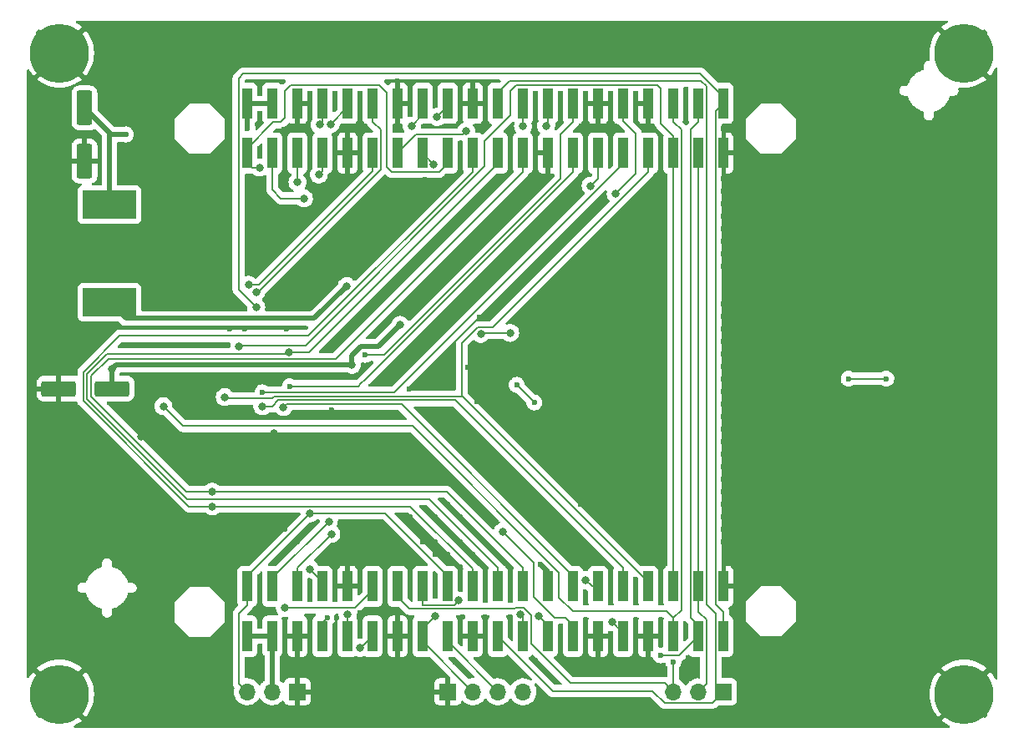
<source format=gtl>
%TF.GenerationSoftware,KiCad,Pcbnew,(6.0.5)*%
%TF.CreationDate,2022-06-02T10:53:13+02:00*%
%TF.ProjectId,Helios-Display,48656c69-6f73-42d4-9469-73706c61792e,5*%
%TF.SameCoordinates,Original*%
%TF.FileFunction,Copper,L1,Top*%
%TF.FilePolarity,Positive*%
%FSLAX46Y46*%
G04 Gerber Fmt 4.6, Leading zero omitted, Abs format (unit mm)*
G04 Created by KiCad (PCBNEW (6.0.5)) date 2022-06-02 10:53:13*
%MOMM*%
%LPD*%
G01*
G04 APERTURE LIST*
G04 Aperture macros list*
%AMRoundRect*
0 Rectangle with rounded corners*
0 $1 Rounding radius*
0 $2 $3 $4 $5 $6 $7 $8 $9 X,Y pos of 4 corners*
0 Add a 4 corners polygon primitive as box body*
4,1,4,$2,$3,$4,$5,$6,$7,$8,$9,$2,$3,0*
0 Add four circle primitives for the rounded corners*
1,1,$1+$1,$2,$3*
1,1,$1+$1,$4,$5*
1,1,$1+$1,$6,$7*
1,1,$1+$1,$8,$9*
0 Add four rect primitives between the rounded corners*
20,1,$1+$1,$2,$3,$4,$5,0*
20,1,$1+$1,$4,$5,$6,$7,0*
20,1,$1+$1,$6,$7,$8,$9,0*
20,1,$1+$1,$8,$9,$2,$3,0*%
G04 Aperture macros list end*
%TA.AperFunction,ComponentPad*%
%ADD10C,0.800000*%
%TD*%
%TA.AperFunction,ComponentPad*%
%ADD11C,6.000000*%
%TD*%
%TA.AperFunction,ComponentPad*%
%ADD12R,1.700000X1.700000*%
%TD*%
%TA.AperFunction,ComponentPad*%
%ADD13O,1.700000X1.700000*%
%TD*%
%TA.AperFunction,SMDPad,CuDef*%
%ADD14RoundRect,0.250000X1.500000X0.550000X-1.500000X0.550000X-1.500000X-0.550000X1.500000X-0.550000X0*%
%TD*%
%TA.AperFunction,SMDPad,CuDef*%
%ADD15R,1.000000X3.150000*%
%TD*%
%TA.AperFunction,SMDPad,CuDef*%
%ADD16RoundRect,0.250000X-0.550000X1.500000X-0.550000X-1.500000X0.550000X-1.500000X0.550000X1.500000X0*%
%TD*%
%TA.AperFunction,SMDPad,CuDef*%
%ADD17R,5.400000X2.900000*%
%TD*%
%TA.AperFunction,ComponentPad*%
%ADD18C,0.500000*%
%TD*%
%TA.AperFunction,SMDPad,CuDef*%
%ADD19R,2.500000X2.500000*%
%TD*%
%TA.AperFunction,ViaPad*%
%ADD20C,0.600000*%
%TD*%
%TA.AperFunction,ViaPad*%
%ADD21C,0.800000*%
%TD*%
%TA.AperFunction,Conductor*%
%ADD22C,0.200000*%
%TD*%
%TA.AperFunction,Conductor*%
%ADD23C,0.500000*%
%TD*%
G04 APERTURE END LIST*
D10*
X101890000Y-141224000D03*
X106390000Y-141224000D03*
X105730990Y-142814990D03*
X102549010Y-142814990D03*
X104140000Y-138974000D03*
X105730990Y-139633010D03*
X102549010Y-139633010D03*
X104140000Y-143474000D03*
D11*
X104140000Y-141224000D03*
D12*
X171450000Y-140970000D03*
D13*
X168910000Y-140970000D03*
X166370000Y-140970000D03*
D12*
X128255000Y-140970000D03*
D13*
X125715000Y-140970000D03*
X123175000Y-140970000D03*
D14*
X109474000Y-110236000D03*
X104074000Y-110236000D03*
D15*
X123190000Y-86345000D03*
X123190000Y-81295000D03*
X125730000Y-86345000D03*
X125730000Y-81295000D03*
X128270000Y-86345000D03*
X128270000Y-81295000D03*
X130810000Y-86345000D03*
X130810000Y-81295000D03*
X133350000Y-86345000D03*
X133350000Y-81295000D03*
X135890000Y-86345000D03*
X135890000Y-81295000D03*
X138430000Y-86345000D03*
X138430000Y-81295000D03*
X140970000Y-86345000D03*
X140970000Y-81295000D03*
X143510000Y-86345000D03*
X143510000Y-81295000D03*
X146050000Y-86345000D03*
X146050000Y-81295000D03*
X148590000Y-86345000D03*
X148590000Y-81295000D03*
X151130000Y-86345000D03*
X151130000Y-81295000D03*
X153670000Y-86345000D03*
X153670000Y-81295000D03*
X156210000Y-86345000D03*
X156210000Y-81295000D03*
X158750000Y-86345000D03*
X158750000Y-81295000D03*
X161290000Y-86345000D03*
X161290000Y-81295000D03*
X163830000Y-86345000D03*
X163830000Y-81295000D03*
X166370000Y-86345000D03*
X166370000Y-81295000D03*
X168910000Y-86345000D03*
X168910000Y-81295000D03*
X171450000Y-86345000D03*
X171450000Y-81295000D03*
D16*
X106680000Y-81755000D03*
X106680000Y-87155000D03*
D15*
X123190000Y-130295000D03*
X123190000Y-135345000D03*
X125730000Y-130295000D03*
X125730000Y-135345000D03*
X128270000Y-130295000D03*
X128270000Y-135345000D03*
X130810000Y-130295000D03*
X130810000Y-135345000D03*
X133350000Y-130295000D03*
X133350000Y-135345000D03*
X135890000Y-130295000D03*
X135890000Y-135345000D03*
X138430000Y-130295000D03*
X138430000Y-135345000D03*
X140970000Y-130295000D03*
X140970000Y-135345000D03*
X143510000Y-130295000D03*
X143510000Y-135345000D03*
X146050000Y-130295000D03*
X146050000Y-135345000D03*
X148590000Y-130295000D03*
X148590000Y-135345000D03*
X151130000Y-130295000D03*
X151130000Y-135345000D03*
X153670000Y-130295000D03*
X153670000Y-135345000D03*
X156210000Y-130295000D03*
X156210000Y-135345000D03*
X158750000Y-130295000D03*
X158750000Y-135345000D03*
X161290000Y-130295000D03*
X161290000Y-135345000D03*
X163830000Y-130295000D03*
X163830000Y-135345000D03*
X166370000Y-130295000D03*
X166370000Y-135345000D03*
X168910000Y-130295000D03*
X168910000Y-135345000D03*
X171450000Y-130295000D03*
X171450000Y-135345000D03*
D17*
X109220000Y-91570000D03*
X109220000Y-101470000D03*
D12*
X143520000Y-140970000D03*
D13*
X146060000Y-140970000D03*
X148600000Y-140970000D03*
X151140000Y-140970000D03*
D10*
X105730990Y-74609010D03*
D11*
X104140000Y-76200000D03*
D10*
X102549010Y-74609010D03*
X104140000Y-73950000D03*
X101890000Y-76200000D03*
X106390000Y-76200000D03*
X102549010Y-77790990D03*
X105730990Y-77790990D03*
X104140000Y-78450000D03*
X197424990Y-139633010D03*
X194243010Y-139633010D03*
X198084000Y-141224000D03*
X193584000Y-141224000D03*
X195834000Y-143474000D03*
X194243010Y-142814990D03*
X195834000Y-138974000D03*
D11*
X195834000Y-141224000D03*
D10*
X197424990Y-142814990D03*
D11*
X195834000Y-76200000D03*
D10*
X197424990Y-74609010D03*
X195834000Y-73950000D03*
X194243010Y-74609010D03*
X198084000Y-76200000D03*
X197424990Y-77790990D03*
X194243010Y-77790990D03*
X195834000Y-78450000D03*
X193584000Y-76200000D03*
D18*
X146475000Y-109490000D03*
X146475000Y-111490000D03*
D19*
X147475000Y-110490000D03*
D18*
X148475000Y-109490000D03*
X148475000Y-111490000D03*
D20*
X131729006Y-112415032D03*
X159004000Y-95250000D03*
X156972000Y-97790000D03*
X156972000Y-99060000D03*
X156972000Y-100330000D03*
X156972000Y-106680000D03*
X156972000Y-107950000D03*
X156972000Y-109220000D03*
X156972000Y-110490000D03*
X156972000Y-116840000D03*
X156972000Y-118110000D03*
X156972000Y-120650000D03*
X159004000Y-123190000D03*
X159004000Y-118110000D03*
X159004000Y-116840000D03*
X159004000Y-114300000D03*
X159004000Y-113030000D03*
X159004000Y-111760000D03*
X159004000Y-110490000D03*
X159004000Y-109220000D03*
X159004000Y-107950000D03*
X132080000Y-105410000D03*
X152400000Y-106680000D03*
X152400000Y-109220000D03*
X152400000Y-107950000D03*
X153670000Y-104140000D03*
X153670000Y-105410000D03*
X153670000Y-106680000D03*
X153670000Y-107950000D03*
X153670000Y-109220000D03*
X146050000Y-100330000D03*
X144780000Y-101600000D03*
X142240000Y-99060000D03*
X139700000Y-101600000D03*
X140970000Y-100330000D03*
X153670000Y-100330000D03*
X152400000Y-97790000D03*
X153670000Y-96520000D03*
X153670000Y-92710000D03*
X152400000Y-93980000D03*
X151130000Y-95250000D03*
X149860000Y-96520000D03*
X156972000Y-101600000D03*
X152400000Y-88900000D03*
X149860000Y-91440000D03*
X147320000Y-93980000D03*
X148590000Y-92710000D03*
X148590000Y-88900000D03*
X147320000Y-90170000D03*
X146050000Y-91440000D03*
X130810000Y-90170000D03*
X132080000Y-90170000D03*
X137160000Y-88900000D03*
X135890000Y-90170000D03*
X137160000Y-90170000D03*
X138430000Y-90170000D03*
X139700000Y-91440000D03*
X138430000Y-91440000D03*
X138430000Y-93980000D03*
X138430000Y-92710000D03*
X139700000Y-92710000D03*
X130175000Y-96520000D03*
X130175000Y-97790000D03*
X130175000Y-99060000D03*
X130175000Y-100330000D03*
X127000000Y-101600000D03*
X127000000Y-100330000D03*
X127000000Y-99060000D03*
X127000000Y-95250000D03*
X123190000Y-92710000D03*
X123190000Y-93980000D03*
X123190000Y-95250000D03*
X123190000Y-96520000D03*
X118110000Y-99060000D03*
X118110000Y-100330000D03*
X119380000Y-99060000D03*
X119380000Y-97790000D03*
X119380000Y-96520000D03*
X119380000Y-95250000D03*
X119380000Y-93980000D03*
X119380000Y-92710000D03*
X119380000Y-91440000D03*
X114300000Y-120650000D03*
X114300000Y-121920000D03*
X115570000Y-121920000D03*
X119380000Y-127000000D03*
X120650000Y-127000000D03*
X119380000Y-125730000D03*
X118110000Y-124460000D03*
X116840000Y-123190000D03*
X115570000Y-123190000D03*
X116840000Y-124460000D03*
X118110000Y-125730000D03*
X118110000Y-119380000D03*
X118110000Y-118110000D03*
X118110000Y-116840000D03*
X128270000Y-125730000D03*
X127000000Y-124460000D03*
X125730000Y-123190000D03*
X144780000Y-123190000D03*
X143510000Y-121920000D03*
X142240000Y-123190000D03*
X144780000Y-125730000D03*
X146050000Y-127000000D03*
X143510000Y-127000000D03*
X144780000Y-128270000D03*
X140970000Y-125730000D03*
X142240000Y-125730000D03*
X142240000Y-127000000D03*
X139700000Y-123190000D03*
X139700000Y-127000000D03*
X138430000Y-127000000D03*
X138430000Y-125730000D03*
X137160000Y-124460000D03*
X137160000Y-125730000D03*
X137160000Y-127000000D03*
X135890000Y-127000000D03*
X134620000Y-127000000D03*
X133350000Y-125730000D03*
X134620000Y-125730000D03*
X135890000Y-125730000D03*
X135890000Y-124460000D03*
X134620000Y-124460000D03*
X125730000Y-118110000D03*
X125730000Y-116840000D03*
X129540000Y-116840000D03*
X129540000Y-119380000D03*
X132080000Y-119380000D03*
X130810000Y-119380000D03*
X129540000Y-118110000D03*
X130810000Y-118110000D03*
X132080000Y-116840000D03*
X133350000Y-116840000D03*
X133350000Y-118110000D03*
X138430000Y-118110000D03*
X140970000Y-118110000D03*
X140970000Y-119380000D03*
X139700000Y-116840000D03*
X138430000Y-119380000D03*
X139700000Y-119380000D03*
X147320000Y-123190000D03*
X146050000Y-121920000D03*
X144780000Y-120650000D03*
X143510000Y-119380000D03*
X142240000Y-119380000D03*
X142240000Y-118110000D03*
X140970000Y-116840000D03*
X139700000Y-118110000D03*
X137160000Y-119380000D03*
X135890000Y-119380000D03*
X134620000Y-119380000D03*
X165100000Y-91440000D03*
X163830000Y-90170000D03*
X165100000Y-88900000D03*
X165100000Y-90170000D03*
X165100000Y-95250000D03*
X162560000Y-92710000D03*
X163830000Y-93980000D03*
X196850000Y-137160000D03*
X195580000Y-137160000D03*
X194310000Y-137160000D03*
X193040000Y-138430000D03*
X191770000Y-139700000D03*
X191770000Y-140970000D03*
X191770000Y-142240000D03*
X195580000Y-80010000D03*
X196850000Y-80010000D03*
X191770000Y-76200000D03*
X191770000Y-74930000D03*
X107950000Y-74930000D03*
X107950000Y-76200000D03*
X107950000Y-77470000D03*
X106680000Y-78740000D03*
X104140000Y-80010000D03*
X102870000Y-80010000D03*
X102870000Y-137160000D03*
X104140000Y-137160000D03*
X105410000Y-137160000D03*
X106680000Y-138430000D03*
X107950000Y-139700000D03*
X107950000Y-140970000D03*
X107950000Y-142240000D03*
X101600000Y-109220000D03*
X101600000Y-110490000D03*
X101600000Y-111760000D03*
X102870000Y-113030000D03*
X105410000Y-114300000D03*
X102870000Y-114300000D03*
X104140000Y-114300000D03*
X102870000Y-115570000D03*
X104140000Y-115570000D03*
X105410000Y-115570000D03*
X106680000Y-115570000D03*
X107950000Y-115570000D03*
X116840000Y-129540000D03*
X115570000Y-128270000D03*
X114300000Y-127000000D03*
X113030000Y-125730000D03*
X111760000Y-124460000D03*
X110490000Y-123190000D03*
X109220000Y-121920000D03*
X109220000Y-120650000D03*
X109220000Y-119380000D03*
X109220000Y-115570000D03*
X184150000Y-109220000D03*
X187960000Y-109220000D03*
X182880000Y-109220000D03*
X180340000Y-130810000D03*
X179070000Y-130810000D03*
X181610000Y-129540000D03*
X180340000Y-129540000D03*
X179070000Y-129540000D03*
X177800000Y-129540000D03*
X176530000Y-129540000D03*
X175260000Y-129540000D03*
X173990000Y-129540000D03*
X173990000Y-128270000D03*
X173990000Y-127000000D03*
X173990000Y-125730000D03*
X172720000Y-125730000D03*
X180340000Y-107950000D03*
X179070000Y-107950000D03*
X180340000Y-109220000D03*
X181610000Y-107950000D03*
X181610000Y-110490000D03*
X181610000Y-109220000D03*
X189230000Y-113030000D03*
X190500000Y-113030000D03*
X191770000Y-113030000D03*
X193040000Y-111760000D03*
X193040000Y-110490000D03*
X193040000Y-109220000D03*
X193040000Y-107950000D03*
X191770000Y-106680000D03*
X190500000Y-106680000D03*
X189230000Y-105410000D03*
X186690000Y-102870000D03*
X185420000Y-102870000D03*
X184150000Y-102870000D03*
X187960000Y-106680000D03*
X163830000Y-121920000D03*
X163830000Y-120650000D03*
X163830000Y-119380000D03*
X163830000Y-118110000D03*
X163830000Y-116840000D03*
X163830000Y-115570000D03*
X163830000Y-114300000D03*
X163830000Y-111760000D03*
X163830000Y-113030000D03*
X163830000Y-110490000D03*
X163830000Y-109220000D03*
X163830000Y-107950000D03*
X163830000Y-106680000D03*
X163830000Y-105410000D03*
X163830000Y-104140000D03*
X163830000Y-102870000D03*
X163830000Y-101600000D03*
X163830000Y-100330000D03*
X163830000Y-99060000D03*
X163830000Y-97790000D03*
X163830000Y-96520000D03*
X162560000Y-95250000D03*
X162560000Y-96520000D03*
X162560000Y-97790000D03*
X162560000Y-99060000D03*
X162560000Y-100330000D03*
X162560000Y-101600000D03*
X162560000Y-102870000D03*
X162560000Y-104140000D03*
X162560000Y-105410000D03*
X162560000Y-106680000D03*
X162560000Y-107950000D03*
X162560000Y-109220000D03*
X162560000Y-110490000D03*
X162560000Y-111760000D03*
X162560000Y-113030000D03*
X162560000Y-114300000D03*
X162560000Y-115570000D03*
X162560000Y-116840000D03*
X162560000Y-118110000D03*
X162560000Y-119380000D03*
X162560000Y-120650000D03*
X162560000Y-121920000D03*
X162560000Y-123190000D03*
X163830000Y-123190000D03*
X162560000Y-124460000D03*
X163830000Y-124460000D03*
X163830000Y-125730000D03*
X162560000Y-125730000D03*
X161290000Y-125730000D03*
X165100000Y-125730000D03*
X165100000Y-124460000D03*
X161290000Y-93980000D03*
X161290000Y-95250000D03*
X161290000Y-96520000D03*
X161290000Y-97790000D03*
X161290000Y-99060000D03*
X161290000Y-100330000D03*
X161290000Y-101600000D03*
X161290000Y-102870000D03*
X161290000Y-104140000D03*
X161290000Y-105410000D03*
X161290000Y-106680000D03*
X161290000Y-107950000D03*
X161290000Y-109220000D03*
X161290000Y-110490000D03*
X161290000Y-111760000D03*
X161290000Y-113030000D03*
X161290000Y-114300000D03*
X161290000Y-115570000D03*
X161290000Y-116840000D03*
X161290000Y-118110000D03*
X161290000Y-119380000D03*
X161290000Y-120650000D03*
X161290000Y-121920000D03*
X161290000Y-123190000D03*
X161290000Y-124460000D03*
X165100000Y-123190000D03*
X165100000Y-121920000D03*
X165100000Y-120650000D03*
X165100000Y-119380000D03*
X165100000Y-118110000D03*
X165100000Y-116840000D03*
X165100000Y-115570000D03*
X165100000Y-114300000D03*
X165100000Y-113030000D03*
X165100000Y-111760000D03*
X165100000Y-110490000D03*
X165100000Y-109220000D03*
X165100000Y-107950000D03*
X165100000Y-106680000D03*
X165100000Y-105410000D03*
X165100000Y-104140000D03*
X165100000Y-102870000D03*
X165100000Y-101600000D03*
X165100000Y-100330000D03*
X165100000Y-99060000D03*
X165100000Y-97790000D03*
X165100000Y-96520000D03*
X163830000Y-95250000D03*
X162560000Y-93980000D03*
X161290000Y-92710000D03*
X171450000Y-96520000D03*
X171450000Y-95250000D03*
X171450000Y-93980000D03*
X171450000Y-92710000D03*
X171450000Y-91440000D03*
X171450000Y-90170000D03*
X179070000Y-102870000D03*
X180340000Y-102870000D03*
X177800000Y-102870000D03*
X171450000Y-97790000D03*
X172720000Y-99060000D03*
X173990000Y-100330000D03*
X175260000Y-101600000D03*
X176530000Y-102870000D03*
X171450000Y-101600000D03*
X172720000Y-102870000D03*
X171450000Y-125730000D03*
X171450000Y-124460000D03*
X171450000Y-123190000D03*
X171450000Y-121920000D03*
X171450000Y-120650000D03*
X171450000Y-119380000D03*
X171450000Y-118110000D03*
X171450000Y-116840000D03*
X171450000Y-115570000D03*
X171450000Y-114300000D03*
X171450000Y-113030000D03*
X171450000Y-111760000D03*
X171450000Y-110490000D03*
X171450000Y-109220000D03*
X171450000Y-107950000D03*
X171450000Y-106680000D03*
X171450000Y-105410000D03*
X171450000Y-104140000D03*
X171450000Y-102870000D03*
X176530000Y-135890000D03*
X175260000Y-137160000D03*
X180340000Y-132080000D03*
X181610000Y-130810000D03*
X173990000Y-104140000D03*
X175260000Y-105410000D03*
X176530000Y-106680000D03*
X177800000Y-106680000D03*
X179070000Y-106680000D03*
X180340000Y-106680000D03*
X181610000Y-106680000D03*
X182880000Y-106680000D03*
X182880000Y-125730000D03*
X182880000Y-128270000D03*
X182880000Y-129540000D03*
X182880000Y-127000000D03*
X182880000Y-124460000D03*
X182880000Y-120650000D03*
X182880000Y-123190000D03*
X182880000Y-121920000D03*
X182880000Y-119380000D03*
X182880000Y-118110000D03*
X182880000Y-116840000D03*
X182880000Y-115570000D03*
X182880000Y-114300000D03*
X182880000Y-113030000D03*
X182880000Y-107950000D03*
X182880000Y-110490000D03*
X182880000Y-111760000D03*
X187960000Y-107950000D03*
X187960000Y-110490000D03*
X187960000Y-113030000D03*
X187960000Y-114300000D03*
X187960000Y-115570000D03*
X187960000Y-116840000D03*
X187960000Y-118110000D03*
X187960000Y-119380000D03*
X187960000Y-120650000D03*
X187960000Y-121920000D03*
X187960000Y-123190000D03*
X187960000Y-124460000D03*
X187960000Y-125730000D03*
X187960000Y-127000000D03*
X187960000Y-128270000D03*
X187960000Y-129540000D03*
X186690000Y-130810000D03*
X185420000Y-132080000D03*
X184150000Y-133350000D03*
X182880000Y-134620000D03*
X181610000Y-135890000D03*
X180340000Y-137160000D03*
X179070000Y-138430000D03*
X177800000Y-139700000D03*
X176530000Y-140970000D03*
X175260000Y-140970000D03*
X173990000Y-140970000D03*
X173990000Y-142240000D03*
X163830000Y-142240000D03*
X162560000Y-142240000D03*
X161290000Y-142240000D03*
X160020000Y-142240000D03*
X158750000Y-142240000D03*
X157480000Y-142240000D03*
X191770000Y-73660000D03*
D21*
X129544800Y-122885900D03*
X124428200Y-87803800D03*
D20*
X123190000Y-83820000D03*
D21*
X131445000Y-123698000D03*
X128927100Y-90932000D03*
X131699000Y-124968000D03*
X128270000Y-89291400D03*
X129540000Y-128524000D03*
X130429000Y-88519000D03*
X130507000Y-83473300D03*
D20*
X131318000Y-133477000D03*
D21*
X133350000Y-133160500D03*
X131627300Y-83421000D03*
X145370900Y-84142000D03*
D20*
X166370000Y-137922000D03*
D21*
X144616100Y-131733800D03*
X142089100Y-87464100D03*
D20*
X150495000Y-109855000D03*
D21*
X142240000Y-133277600D03*
X139859700Y-83566000D03*
D20*
X152273000Y-111633000D03*
D21*
X142399700Y-82691300D03*
X119634000Y-122174000D03*
X127437500Y-106529650D03*
X119619500Y-120675400D03*
X151130000Y-83615600D03*
X150888300Y-133168600D03*
X153480100Y-83583400D03*
X152755200Y-133306600D03*
X126839086Y-112115522D03*
D20*
X127508000Y-109982000D03*
D21*
X149098000Y-124732044D03*
D20*
X135128000Y-106807000D03*
D21*
X157480000Y-129667000D03*
X157988000Y-89662000D03*
X124714000Y-112011700D03*
D20*
X124714000Y-110617000D03*
D21*
X160524800Y-90491500D03*
X160176000Y-133937500D03*
X120904068Y-111094695D03*
X114681000Y-112014000D03*
X123317000Y-99695000D03*
X127000000Y-132461000D03*
X124079000Y-100457000D03*
X134620000Y-136525000D03*
X122360000Y-105934900D03*
D20*
X165100000Y-137287000D03*
D21*
X124093300Y-101981000D03*
X133800000Y-107823000D03*
X109474000Y-108204000D03*
X138684000Y-103759000D03*
D20*
X168910000Y-143510000D03*
X101600000Y-105410000D03*
X123190000Y-73660000D03*
X138430000Y-78994000D03*
X177800000Y-143510000D03*
X156972000Y-119380000D03*
X144780000Y-143510000D03*
X156972000Y-93472000D03*
X101600000Y-99060000D03*
X151130000Y-73660000D03*
X159004000Y-101600000D03*
X165100000Y-73660000D03*
X147574000Y-119126000D03*
X106045000Y-133223000D03*
X144780000Y-96647000D03*
X154940000Y-126492000D03*
X111760000Y-133223000D03*
X146050000Y-105918000D03*
X159004000Y-91440000D03*
X162560000Y-82296000D03*
X109220000Y-116840000D03*
X146050000Y-143510000D03*
X198120000Y-92710000D03*
X156972000Y-121920000D03*
X162560000Y-73660000D03*
X108966000Y-104394000D03*
X186690000Y-143510000D03*
X160020000Y-80264000D03*
X162560000Y-134366000D03*
X157480000Y-137414000D03*
X129540000Y-73660000D03*
X114300000Y-130429000D03*
X198120000Y-85090000D03*
X149860000Y-138557000D03*
X124460000Y-82296000D03*
X104902000Y-81788000D03*
X189230000Y-73660000D03*
X122936000Y-104140000D03*
X144018000Y-106045000D03*
X101600000Y-118110000D03*
X134366000Y-94742000D03*
X144780000Y-129286000D03*
X112522000Y-109728000D03*
X116840000Y-143510000D03*
X115570000Y-73660000D03*
X184150000Y-73660000D03*
X101600000Y-107950000D03*
X140970000Y-73660000D03*
X162560000Y-143510000D03*
X185420000Y-143510000D03*
X150876000Y-114046000D03*
X172593000Y-132842000D03*
X132080000Y-80518000D03*
X130048000Y-140970000D03*
X149860000Y-133350000D03*
X120904000Y-105791000D03*
X179070000Y-143510000D03*
X101600000Y-81280000D03*
X159004000Y-102870000D03*
X167894000Y-137541000D03*
X152400000Y-114300000D03*
X153670000Y-143510000D03*
X154940000Y-73660000D03*
X191770000Y-143510000D03*
X139700000Y-138176000D03*
X101600000Y-91440000D03*
X129540000Y-143510000D03*
X139700000Y-128016000D03*
X113030000Y-87503000D03*
X129540000Y-135382000D03*
X198120000Y-116840000D03*
X101600000Y-123190000D03*
X198120000Y-99060000D03*
X132080000Y-87122000D03*
X128270000Y-73660000D03*
X101600000Y-88900000D03*
X198120000Y-121920000D03*
X137160000Y-143510000D03*
X152400000Y-143510000D03*
X142240000Y-80264000D03*
X147320000Y-131318000D03*
X165100000Y-87376000D03*
X198120000Y-119380000D03*
X101600000Y-133350000D03*
X132715000Y-109093000D03*
X156972000Y-127762000D03*
X137541000Y-100330000D03*
X142240000Y-129286000D03*
X158750000Y-83820000D03*
X145796000Y-114554000D03*
X138303000Y-83820000D03*
X123190000Y-143510000D03*
X180340000Y-143510000D03*
X118364000Y-80645000D03*
X198120000Y-120650000D03*
X152400000Y-87122000D03*
X198120000Y-127000000D03*
X159004000Y-105410000D03*
X111760000Y-127508000D03*
X105283000Y-126619000D03*
X198120000Y-102870000D03*
X127000000Y-143510000D03*
X172720000Y-73660000D03*
X198120000Y-97790000D03*
X165100000Y-85344000D03*
X124460000Y-143510000D03*
X119380000Y-88900000D03*
X101600000Y-121920000D03*
X149860000Y-73660000D03*
X163830000Y-83820000D03*
X109220000Y-143510000D03*
X172720000Y-137541000D03*
X137160000Y-128016000D03*
X165100000Y-131318000D03*
X143129000Y-89662000D03*
X121920000Y-73660000D03*
X101600000Y-128270000D03*
X124460000Y-139319000D03*
X171450000Y-83820000D03*
X170180000Y-73660000D03*
X172720000Y-143510000D03*
X135890000Y-132842000D03*
X107950000Y-73660000D03*
X101600000Y-132080000D03*
X125730000Y-73660000D03*
X112395000Y-118872000D03*
X190500000Y-143510000D03*
X160020000Y-143510000D03*
X122682000Y-123190000D03*
X115189000Y-84455000D03*
X165100000Y-134366000D03*
X182880000Y-73660000D03*
X139700000Y-143510000D03*
X124460000Y-131445000D03*
X115570000Y-81915000D03*
X118491000Y-111887000D03*
X132080000Y-85598000D03*
X147320000Y-73660000D03*
X127127000Y-104140000D03*
X137160000Y-129286000D03*
X101600000Y-119380000D03*
X157480000Y-131318000D03*
X151003000Y-120777000D03*
X115570000Y-143510000D03*
X154305000Y-111633000D03*
X152400000Y-85344000D03*
X108204000Y-87122000D03*
X185420000Y-73660000D03*
D21*
X117906800Y-115062000D03*
D20*
X101600000Y-92710000D03*
X190500000Y-73660000D03*
X151130000Y-122682000D03*
X114427000Y-109093000D03*
X134620000Y-87122000D03*
X156972000Y-125603000D03*
X157480000Y-88519000D03*
X156972000Y-102870000D03*
X198120000Y-106680000D03*
X119380000Y-111887000D03*
X175260000Y-73660000D03*
X198120000Y-80010000D03*
X159004000Y-96520000D03*
X132080000Y-73660000D03*
X198120000Y-90170000D03*
X147320000Y-143510000D03*
X110744000Y-105791000D03*
X198120000Y-134620000D03*
X167640000Y-73660000D03*
X160020000Y-85471000D03*
X152400000Y-80264000D03*
X149860000Y-87122000D03*
X198120000Y-96520000D03*
X143764000Y-108712000D03*
X120142000Y-80899000D03*
X141224000Y-89027000D03*
X134620000Y-134366000D03*
X120650000Y-143510000D03*
X108966000Y-126365000D03*
X108458000Y-81788000D03*
X140081000Y-105664000D03*
X159004000Y-97790000D03*
X119380000Y-73660000D03*
X129540000Y-81280000D03*
X124460000Y-85852000D03*
X130810000Y-73660000D03*
X157480000Y-73660000D03*
X156210000Y-142240000D03*
X198120000Y-118110000D03*
X198120000Y-105410000D03*
X113030000Y-143510000D03*
X132080000Y-129413000D03*
X147320000Y-133350000D03*
X112649000Y-126619000D03*
X137160000Y-73660000D03*
X133350000Y-73660000D03*
X116967000Y-109093000D03*
D21*
X122207300Y-115062000D03*
D20*
X104902000Y-87122000D03*
X133350000Y-124460000D03*
X139700000Y-129286000D03*
X198120000Y-93980000D03*
X118110000Y-143510000D03*
X112903000Y-105791000D03*
X110871000Y-87503000D03*
X124333000Y-83439000D03*
X138430000Y-137668000D03*
X139700000Y-131064000D03*
X101600000Y-106680000D03*
X129540000Y-87122000D03*
X117703600Y-109093000D03*
X153670000Y-125222000D03*
X121412000Y-140970000D03*
X101600000Y-97790000D03*
X198120000Y-133350000D03*
X101600000Y-86360000D03*
X142875000Y-94869000D03*
X138430000Y-138684000D03*
X116840000Y-73660000D03*
X198120000Y-137160000D03*
X111760000Y-143510000D03*
X198120000Y-91440000D03*
X104140000Y-104394000D03*
X154940000Y-134366000D03*
X154940000Y-123952000D03*
X133350000Y-143510000D03*
X101600000Y-100330000D03*
X129921000Y-108966000D03*
X140970000Y-143510000D03*
X122174000Y-117221000D03*
X156972000Y-114300000D03*
X152908000Y-128016000D03*
X135890000Y-138684000D03*
X198120000Y-109220000D03*
X150114000Y-108458000D03*
X160020000Y-82296000D03*
X104902000Y-130429000D03*
X159004000Y-121920000D03*
X159004000Y-99060000D03*
X157480000Y-83820000D03*
X157480000Y-82296000D03*
X124460000Y-79121000D03*
X101600000Y-113030000D03*
X170180000Y-143510000D03*
X135890000Y-137668000D03*
X156972000Y-111760000D03*
X168910000Y-73660000D03*
X106172000Y-127508000D03*
X163830000Y-73660000D03*
X162560000Y-129540000D03*
X138430000Y-143510000D03*
D21*
X114401600Y-115059829D03*
D20*
X101600000Y-85090000D03*
X162560000Y-131318000D03*
X181610000Y-143510000D03*
X159004000Y-104140000D03*
X135128000Y-83820000D03*
X114427000Y-110617000D03*
X187960000Y-143510000D03*
X159004000Y-119380000D03*
X137160000Y-134366000D03*
X159004000Y-127635000D03*
X127000000Y-134112000D03*
X123444000Y-138303000D03*
X101600000Y-129540000D03*
X121666000Y-128524000D03*
X144272000Y-137922000D03*
X126746000Y-109093000D03*
X126746000Y-79121000D03*
X137668000Y-109474000D03*
X116962189Y-109829600D03*
X152400000Y-116967000D03*
X133350000Y-88773000D03*
X101600000Y-115570000D03*
D21*
X125920000Y-114746800D03*
D20*
X198120000Y-82550000D03*
X198120000Y-123190000D03*
X136652000Y-112903000D03*
X198120000Y-83820000D03*
X151130000Y-143510000D03*
X101600000Y-130810000D03*
X180340000Y-73660000D03*
X139700000Y-73660000D03*
X160020000Y-73660000D03*
X187960000Y-73660000D03*
X114554000Y-80391000D03*
X128270000Y-138684000D03*
X122224343Y-112303479D03*
X123317000Y-89916000D03*
X144780000Y-80264000D03*
X142240000Y-73660000D03*
X132080000Y-143510000D03*
X134620000Y-143510000D03*
X101600000Y-95250000D03*
X149733000Y-100584000D03*
X126619000Y-127127000D03*
X114427000Y-116586000D03*
X104140000Y-108712000D03*
X130810000Y-138684000D03*
X134620000Y-132969000D03*
X147320000Y-80264000D03*
X139700000Y-79248000D03*
X159004000Y-106680000D03*
X154305000Y-116078000D03*
X171450000Y-88900000D03*
X119380000Y-90170000D03*
X137160000Y-138176000D03*
X161290000Y-73660000D03*
X101600000Y-101600000D03*
X143510000Y-143510000D03*
X150114000Y-107061000D03*
X130556000Y-127762000D03*
X149860000Y-85344000D03*
X148590000Y-143510000D03*
X171450000Y-143510000D03*
X146050000Y-73660000D03*
X160020000Y-137414000D03*
X198120000Y-104140000D03*
X116713000Y-80899000D03*
X144907000Y-113538000D03*
X101600000Y-82550000D03*
X165100000Y-127762000D03*
X156972000Y-113030000D03*
X132207000Y-133477000D03*
X133350000Y-138684000D03*
X101600000Y-102870000D03*
X115189000Y-87503000D03*
X132080000Y-138176000D03*
X135128000Y-107950000D03*
X109220000Y-118110000D03*
X147320000Y-137541000D03*
X198120000Y-125730000D03*
X139573000Y-110236000D03*
X198120000Y-115570000D03*
X198120000Y-113030000D03*
X156210000Y-73660000D03*
X159004000Y-115570000D03*
X167640000Y-134366000D03*
X121412000Y-78867000D03*
X136144000Y-101600000D03*
X133096000Y-94742000D03*
X156210000Y-143510000D03*
X107950000Y-143510000D03*
X139700000Y-80264000D03*
X156972000Y-96520000D03*
X146685000Y-102997000D03*
X149860000Y-129286000D03*
X142875000Y-114427000D03*
X110490000Y-73660000D03*
X198120000Y-86360000D03*
X138430000Y-73660000D03*
X150622000Y-112522000D03*
X176530000Y-73660000D03*
X121412000Y-104140000D03*
X157480000Y-80264000D03*
X111760000Y-81026000D03*
X122174000Y-119380000D03*
X198120000Y-88900000D03*
X124460000Y-73660000D03*
X101600000Y-124460000D03*
X171450000Y-73660000D03*
X177800000Y-73660000D03*
X152400000Y-137795000D03*
X151003000Y-115697000D03*
X135255000Y-102489000D03*
X165100000Y-129540000D03*
X101600000Y-96520000D03*
X198120000Y-101600000D03*
X141732000Y-83566000D03*
X159004000Y-120650000D03*
X154305000Y-114046000D03*
X167640000Y-82296000D03*
X101600000Y-104140000D03*
D21*
X112395000Y-115059829D03*
D20*
X198120000Y-114300000D03*
X198120000Y-87630000D03*
X166370000Y-143510000D03*
X144018000Y-115570000D03*
X113030000Y-130429000D03*
X105283000Y-133985000D03*
X198120000Y-132080000D03*
X126873000Y-83947000D03*
X130810000Y-137668000D03*
X156972000Y-105410000D03*
X101600000Y-134620000D03*
X144780000Y-79248000D03*
X198120000Y-128270000D03*
X112522000Y-111252000D03*
X154305000Y-118872000D03*
X198120000Y-111760000D03*
X129540000Y-129794000D03*
X132080000Y-131191000D03*
X149606000Y-84074000D03*
X186690000Y-73660000D03*
X135890000Y-143510000D03*
X143764000Y-113538000D03*
X157480000Y-143510000D03*
X184150000Y-143510000D03*
X149860000Y-143510000D03*
X112141000Y-112268000D03*
X161290000Y-143510000D03*
X124206000Y-109093000D03*
X160020000Y-83820000D03*
X156972000Y-115570000D03*
X163830000Y-143510000D03*
X101600000Y-90170000D03*
X179070000Y-73660000D03*
X147193000Y-125730000D03*
X175260000Y-143510000D03*
X101600000Y-125730000D03*
X163830000Y-127762000D03*
X108966000Y-125222000D03*
X156972000Y-104140000D03*
X135128000Y-112903000D03*
X157480000Y-134366000D03*
X152400000Y-121412000D03*
X125730000Y-143510000D03*
X154940000Y-143510000D03*
X145542000Y-116586000D03*
X124460000Y-136398000D03*
X101600000Y-137160000D03*
X144780000Y-87249000D03*
X198120000Y-107950000D03*
X114300000Y-143510000D03*
X198120000Y-81280000D03*
X141224000Y-105918000D03*
X145161000Y-138811000D03*
X145034000Y-133350000D03*
X162560000Y-137414000D03*
X162560000Y-80264000D03*
X158750000Y-73660000D03*
X101600000Y-83820000D03*
X189230000Y-143510000D03*
X101600000Y-120650000D03*
X123952000Y-124460000D03*
X154940000Y-142240000D03*
X198120000Y-110490000D03*
X142240000Y-131064000D03*
X198120000Y-129540000D03*
X143510000Y-73660000D03*
X133350000Y-137668000D03*
X127127000Y-89916000D03*
X167640000Y-80264000D03*
X142240000Y-79248000D03*
X198120000Y-95250000D03*
X134620000Y-73660000D03*
X110490000Y-143510000D03*
X129540000Y-138176000D03*
X141605000Y-140970000D03*
X182880000Y-143510000D03*
X127000000Y-73660000D03*
X101600000Y-127000000D03*
X120650000Y-73660000D03*
X101600000Y-93980000D03*
X140970000Y-138684000D03*
X198120000Y-100330000D03*
X144780000Y-73660000D03*
X103759000Y-130429000D03*
X173990000Y-73660000D03*
X145542000Y-108077000D03*
X125222000Y-125730000D03*
X119380000Y-110998000D03*
X198120000Y-124460000D03*
X148336000Y-116840000D03*
X198120000Y-130810000D03*
X148590000Y-73660000D03*
X101600000Y-87630000D03*
X121920000Y-143510000D03*
D21*
X131420000Y-115062000D03*
D20*
X101600000Y-80010000D03*
X113030000Y-73660000D03*
X132080000Y-88773000D03*
X112649000Y-134112000D03*
X167640000Y-143510000D03*
X147066000Y-83820000D03*
X101600000Y-114300000D03*
X154940000Y-137414000D03*
X114300000Y-73660000D03*
X147320000Y-79248000D03*
X154940000Y-80264000D03*
X149860000Y-130810000D03*
X134620000Y-82042000D03*
X118110000Y-73660000D03*
X176530000Y-143510000D03*
X153670000Y-73660000D03*
X109220000Y-73660000D03*
X144780000Y-85598000D03*
X120954800Y-109575600D03*
X134620000Y-138176000D03*
X124460000Y-80264000D03*
X152400000Y-73660000D03*
X121412000Y-139192000D03*
X159004000Y-100330000D03*
X119380000Y-143510000D03*
X128270000Y-143510000D03*
X165100000Y-143510000D03*
X138303000Y-112903000D03*
X101600000Y-116840000D03*
X149606000Y-113538000D03*
X148336000Y-118237000D03*
X125730000Y-132842000D03*
X142240000Y-143510000D03*
X130810000Y-143510000D03*
X198120000Y-135890000D03*
X181610000Y-73660000D03*
X119507000Y-105791000D03*
X101600000Y-135890000D03*
X135890000Y-73660000D03*
X134620000Y-80518000D03*
X138430000Y-99314000D03*
X166370000Y-73660000D03*
X172974000Y-130302000D03*
X128270000Y-137668000D03*
X158750000Y-143510000D03*
X135636000Y-94742000D03*
X173990000Y-143510000D03*
X151130000Y-90170000D03*
X104140000Y-112014000D03*
X111760000Y-73660000D03*
X110871000Y-84455000D03*
D21*
X146847800Y-104685000D03*
X149831700Y-104583900D03*
X133268500Y-99840000D03*
D22*
X187960000Y-109220000D02*
X184150000Y-109220000D01*
X137175900Y-122885900D02*
X129544800Y-122885900D01*
X122336100Y-133024200D02*
X122336100Y-140131100D01*
X127000000Y-80029100D02*
X127609500Y-79419600D01*
X123190000Y-86345000D02*
X123190000Y-87282600D01*
X127609500Y-79419600D02*
X136521700Y-79419600D01*
X143510000Y-129220000D02*
X137175900Y-122885900D01*
X123190000Y-85852000D02*
X125822489Y-83219511D01*
X127000000Y-82799022D02*
X127000000Y-80029100D01*
X125822489Y-83219511D02*
X126579511Y-83219511D01*
X137784200Y-88220300D02*
X142665700Y-88220300D01*
X136521700Y-79419600D02*
X137287000Y-80184900D01*
X126579511Y-83219511D02*
X127000000Y-82799022D01*
X122336100Y-140131100D02*
X123175000Y-140970000D01*
X124428200Y-87803800D02*
X123711200Y-87803800D01*
X123190000Y-130295000D02*
X123190000Y-129240700D01*
X123190000Y-132170300D02*
X122336100Y-133024200D01*
X123711200Y-87803800D02*
X123190000Y-87282600D01*
X123190000Y-129240700D02*
X129544800Y-122885900D01*
X123190000Y-86345000D02*
X123190000Y-85852000D01*
X143510000Y-130295000D02*
X143510000Y-129220000D01*
X142665700Y-88220300D02*
X143510000Y-87376000D01*
X137287000Y-87723100D02*
X137784200Y-88220300D01*
X123190000Y-130295000D02*
X123190000Y-132170300D01*
X137287000Y-80184900D02*
X137287000Y-87723100D01*
X123190000Y-87282600D02*
X123190000Y-86359700D01*
X143510000Y-87376000D02*
X143510000Y-86345000D01*
D23*
X123190000Y-81295000D02*
X123190000Y-83820000D01*
X125730000Y-81295000D02*
X123190000Y-81295000D01*
X125730000Y-140955000D02*
X125715000Y-140970000D01*
X125730000Y-135345000D02*
X125730000Y-140955000D01*
X125730000Y-135345000D02*
X123190000Y-135345000D01*
D22*
X126597300Y-90932000D02*
X125730000Y-90064700D01*
X125730000Y-86345000D02*
X125730000Y-90064700D01*
X125730000Y-129413000D02*
X125730000Y-130295000D01*
X131445000Y-123698000D02*
X125730000Y-129413000D01*
X128927100Y-90932000D02*
X126597300Y-90932000D01*
X128270000Y-130295000D02*
X128270000Y-128397000D01*
X128270000Y-128397000D02*
X131699000Y-124968000D01*
X128270000Y-86345000D02*
X128270000Y-89291400D01*
X129540000Y-128524000D02*
X130810000Y-129794000D01*
X130810000Y-129794000D02*
X130810000Y-130295000D01*
X130810000Y-88138000D02*
X130810000Y-86345000D01*
X130429000Y-88519000D02*
X130810000Y-88138000D01*
X130810000Y-81295000D02*
X130810000Y-83170300D01*
X130810000Y-134012538D02*
X131345147Y-133477391D01*
X130507000Y-83473300D02*
X130810000Y-83170300D01*
X130810000Y-135345000D02*
X130810000Y-134012538D01*
X133350000Y-81295000D02*
X133350000Y-81698300D01*
X133350000Y-135345000D02*
X133350000Y-133160500D01*
X133350000Y-81698300D02*
X131627300Y-83421000D01*
X145043200Y-84469700D02*
X145370900Y-84142000D01*
X138430000Y-86345000D02*
X140305300Y-84469700D01*
X138430000Y-130295000D02*
X138430000Y-131370000D01*
X138430000Y-131370000D02*
X139637300Y-132577300D01*
X155941800Y-140120000D02*
X165520000Y-140120000D01*
X166370000Y-140970000D02*
X166370000Y-137922000D01*
X151178200Y-132434800D02*
X151930400Y-133187000D01*
X140305300Y-84469700D02*
X145043200Y-84469700D01*
X139637300Y-132577300D02*
X150311000Y-132577300D01*
X151930400Y-133187000D02*
X151930400Y-136108600D01*
X151930400Y-136108600D02*
X155941800Y-140120000D01*
X150453500Y-132434800D02*
X151178200Y-132434800D01*
X165520000Y-140120000D02*
X166370000Y-140970000D01*
X150311000Y-132577300D02*
X150453500Y-132434800D01*
X142089100Y-87464100D02*
X140970000Y-86345000D01*
X144179600Y-132170300D02*
X144616100Y-131733800D01*
X140970000Y-132170300D02*
X144179600Y-132170300D01*
X140970000Y-130295000D02*
X140970000Y-132170300D01*
X140970000Y-134547600D02*
X142240000Y-133277600D01*
X140970000Y-82455700D02*
X139859700Y-83566000D01*
X152273000Y-111633000D02*
X150495000Y-109855000D01*
X140970000Y-135345000D02*
X140970000Y-134547600D01*
X140970000Y-81295000D02*
X140970000Y-82455700D01*
X146060000Y-140970000D02*
X140970000Y-135880000D01*
X143510000Y-81295000D02*
X143510000Y-81581000D01*
X143510000Y-81581000D02*
X142399700Y-82691300D01*
X148600000Y-140970000D02*
X143510000Y-135880000D01*
X143510000Y-135880000D02*
X143510000Y-135345000D01*
X110213500Y-104894500D02*
X106557500Y-108550500D01*
X129375800Y-104894500D02*
X110213500Y-104894500D01*
X106557500Y-111447500D02*
X117284000Y-122174000D01*
X146050000Y-86345000D02*
X146050000Y-88220300D01*
X119456200Y-122174000D02*
X139704000Y-122174000D01*
X146050000Y-88220300D02*
X129375800Y-104894500D01*
X139704000Y-122174000D02*
X146050000Y-128520000D01*
X146050000Y-128520000D02*
X146050000Y-130295000D01*
X106557500Y-108550500D02*
X106557500Y-111447500D01*
X117284000Y-122174000D02*
X119456200Y-122174000D01*
X129480350Y-106529650D02*
X127437500Y-106529650D01*
X148590000Y-128419700D02*
X141593650Y-121423350D01*
X106957900Y-111258300D02*
X117122950Y-121423350D01*
X127437500Y-106529650D02*
X127224650Y-106742500D01*
X106957900Y-108760400D02*
X106957900Y-111258300D01*
X141627000Y-94383000D02*
X129480350Y-106529650D01*
X148590000Y-87420000D02*
X141627000Y-94383000D01*
X108975800Y-106742500D02*
X106957900Y-108760400D01*
X148590000Y-130295000D02*
X148590000Y-128419700D01*
X148590000Y-86345000D02*
X148590000Y-87420000D01*
X117122950Y-121423350D02*
X141593650Y-121423350D01*
X127224650Y-106742500D02*
X108975800Y-106742500D01*
X148590000Y-81295000D02*
X148590000Y-80220000D01*
X170300489Y-142119511D02*
X165487511Y-142119511D01*
X169150200Y-79019200D02*
X169709511Y-79578511D01*
X148590000Y-80220000D02*
X149790800Y-79019200D01*
X170650489Y-140170489D02*
X171450000Y-140970000D01*
X169709511Y-79578511D02*
X169709511Y-132117511D01*
X149790800Y-79019200D02*
X169150200Y-79019200D01*
X169709511Y-132117511D02*
X170650489Y-133058489D01*
X164256000Y-140888000D02*
X154133000Y-140888000D01*
X171450000Y-140970000D02*
X170300489Y-142119511D01*
X165487511Y-142119511D02*
X164256000Y-140888000D01*
X170650489Y-133058489D02*
X170650489Y-140170489D01*
X154133000Y-140888000D02*
X148590000Y-135345000D01*
X151130000Y-128419700D02*
X143385700Y-120675400D01*
X107371300Y-108941800D02*
X107371300Y-111034500D01*
X151130000Y-88220300D02*
X132121150Y-107229150D01*
X117012200Y-120675400D02*
X119619500Y-120675400D01*
X151130000Y-86345000D02*
X151130000Y-88220300D01*
X107371300Y-111034500D02*
X117012200Y-120675400D01*
X132121150Y-107229150D02*
X109083950Y-107229150D01*
X151130000Y-130295000D02*
X151130000Y-128419700D01*
X143385700Y-120675400D02*
X119619500Y-120675400D01*
X109083950Y-107229150D02*
X107371300Y-108941800D01*
X151130000Y-81295000D02*
X151130000Y-83615600D01*
X150888300Y-133168600D02*
X150888300Y-133228000D01*
X151130000Y-135345000D02*
X151130000Y-133469700D01*
X150888300Y-133228000D02*
X151130000Y-133469700D01*
X153670000Y-134221400D02*
X152755200Y-133306600D01*
X153480100Y-83583400D02*
X153670000Y-83393500D01*
X153670000Y-135345000D02*
X153670000Y-134221400D01*
X153670000Y-83393500D02*
X153670000Y-81295000D01*
X134448300Y-109982000D02*
X134724650Y-109705650D01*
X138214485Y-111815530D02*
X127139075Y-111815533D01*
X138805530Y-111815530D02*
X138214485Y-111815530D01*
X156210000Y-130295000D02*
X156210000Y-129220000D01*
X134724650Y-109705650D02*
X135105650Y-109324650D01*
X156210000Y-129220000D02*
X138805530Y-111815530D01*
X156210000Y-88220300D02*
X156210000Y-86345000D01*
X127508000Y-109982000D02*
X134448300Y-109982000D01*
X135105650Y-109324650D02*
X156210000Y-88220300D01*
X127139075Y-111815533D02*
X126839086Y-112115522D01*
X154940000Y-84455000D02*
X156210000Y-83185000D01*
X156210000Y-134270000D02*
X155409700Y-133469700D01*
X156210000Y-83185000D02*
X156210000Y-81295000D01*
X154940000Y-88900000D02*
X137033000Y-106807000D01*
X149098000Y-124743200D02*
X152258400Y-127903600D01*
X156210000Y-135345000D02*
X156210000Y-134270000D01*
X149098000Y-124732044D02*
X149098000Y-124743200D01*
X154940000Y-84455000D02*
X154940000Y-88900000D01*
X154334700Y-133469700D02*
X152258400Y-131393400D01*
X152258400Y-131393400D02*
X152258400Y-127903600D01*
X137033000Y-106807000D02*
X135128000Y-106807000D01*
X155409700Y-133469700D02*
X154334700Y-133469700D01*
X158750000Y-130295000D02*
X158108000Y-130295000D01*
X158108000Y-130295000D02*
X157480000Y-129667000D01*
X158750000Y-86345000D02*
X158750000Y-88900000D01*
X158750000Y-88900000D02*
X157988000Y-89662000D01*
X124714000Y-112011700D02*
X125732300Y-112011700D01*
X161290000Y-128419700D02*
X161290000Y-130295000D01*
X144286320Y-111416020D02*
X161290000Y-128419700D01*
X161290000Y-87420000D02*
X161290000Y-86345000D01*
X138093000Y-110617000D02*
X161290000Y-87420000D01*
X124714000Y-110617000D02*
X138093000Y-110617000D01*
X126327978Y-111416022D02*
X144286320Y-111416020D01*
X125732300Y-112011700D02*
X126327978Y-111416022D01*
X161290000Y-81295000D02*
X161290000Y-83058000D01*
X160524800Y-90491500D02*
X162560000Y-88456300D01*
X161290000Y-83058000D02*
X162560000Y-84328000D01*
X161290000Y-135345000D02*
X161290000Y-135051500D01*
X161290000Y-135051500D02*
X160176000Y-133937500D01*
X162560000Y-88456300D02*
X162560000Y-84328000D01*
X163830000Y-129826400D02*
X145144800Y-111141200D01*
X146546500Y-103984700D02*
X148065600Y-103984700D01*
X125675494Y-111236500D02*
X121045873Y-111236500D01*
X146546500Y-103984700D02*
X145204600Y-105326600D01*
X144925510Y-105605690D02*
X145204600Y-105326600D01*
X163830000Y-86345000D02*
X163830000Y-88220300D01*
X148065600Y-103984700D02*
X163830000Y-88220300D01*
X144925510Y-111016510D02*
X144925510Y-105605690D01*
X121045873Y-111236500D02*
X120904068Y-111094695D01*
X145020110Y-111016510D02*
X145144800Y-111141200D01*
X163830000Y-130295000D02*
X163830000Y-129826400D01*
X144925510Y-111016510D02*
X125895483Y-111016511D01*
X125895483Y-111016511D02*
X125675494Y-111236500D01*
X144925510Y-111016510D02*
X145020110Y-111016510D01*
X169709511Y-140170489D02*
X168910000Y-140970000D01*
X168910000Y-132842000D02*
X169709511Y-133641511D01*
X169709511Y-133641511D02*
X169709511Y-140170489D01*
X168910000Y-130295000D02*
X168910000Y-86345000D01*
X168910000Y-130295000D02*
X168910000Y-132842000D01*
X156210000Y-132820000D02*
X154798400Y-131408400D01*
X167170300Y-83970600D02*
X166370000Y-83170300D01*
X154798400Y-131408400D02*
X154798400Y-128883500D01*
X166370000Y-133469700D02*
X167170300Y-132669400D01*
X166370000Y-81295000D02*
X166370000Y-83170300D01*
X166370000Y-135345000D02*
X166370000Y-133469700D01*
X167170300Y-132669400D02*
X167170300Y-83970600D01*
X116697400Y-114030400D02*
X114681000Y-112014000D01*
X154798400Y-128883500D02*
X139945300Y-114030400D01*
X166370000Y-133469700D02*
X165720300Y-132820000D01*
X139945300Y-114030400D02*
X116697400Y-114030400D01*
X165720300Y-132820000D02*
X156210000Y-132820000D01*
X124333000Y-99695000D02*
X135890000Y-88138000D01*
X135890000Y-88138000D02*
X135890000Y-86345000D01*
X134112000Y-132461000D02*
X127000000Y-132461000D01*
X123317000Y-99695000D02*
X124333000Y-99695000D01*
X135890000Y-130295000D02*
X135890000Y-130683000D01*
X135890000Y-130683000D02*
X134112000Y-132461000D01*
X134620000Y-136525000D02*
X134710000Y-136525000D01*
X124079000Y-100457000D02*
X124283000Y-100457000D01*
X135890000Y-83170300D02*
X135890000Y-81295000D01*
X134710000Y-136525000D02*
X135890000Y-135345000D01*
X136690400Y-83970700D02*
X135890000Y-83170300D01*
X124283000Y-100457000D02*
X136690400Y-88049600D01*
X136690400Y-88049600D02*
X136690400Y-83970700D01*
X150477000Y-79419600D02*
X164763600Y-79419600D01*
X165100000Y-79756000D02*
X165100000Y-83312000D01*
X147256050Y-87693050D02*
X147256050Y-85131550D01*
X149860000Y-82527600D02*
X149860000Y-80036600D01*
X166370000Y-84582000D02*
X166370000Y-86345000D01*
X129118951Y-105830149D02*
X147256050Y-87693050D01*
X147256050Y-85131550D02*
X149860000Y-82527600D01*
X165100000Y-83312000D02*
X166370000Y-84582000D01*
X122464751Y-105830149D02*
X129118951Y-105830149D01*
X164763600Y-79419600D02*
X165100000Y-79756000D01*
X149860000Y-80036600D02*
X150477000Y-79419600D01*
X122360000Y-105934900D02*
X122464751Y-105830149D01*
X166370000Y-130295000D02*
X166370000Y-86345000D01*
X168910000Y-135345000D02*
X168910000Y-134270000D01*
X168910000Y-83170300D02*
X168910000Y-81295000D01*
X168109600Y-83970700D02*
X168910000Y-83170300D01*
X168910000Y-134270000D02*
X168109600Y-133469600D01*
X165100000Y-137287000D02*
X166968000Y-137287000D01*
X166968000Y-137287000D02*
X168910000Y-135345000D01*
X168109600Y-133469600D02*
X168109600Y-83970700D01*
X171450000Y-81295000D02*
X170650489Y-82094511D01*
X171450000Y-132879511D02*
X171450000Y-135345000D01*
X122771600Y-78284000D02*
X169089000Y-78284000D01*
X122293100Y-100180800D02*
X122293100Y-78762500D01*
X171450000Y-80645000D02*
X169089000Y-78284000D01*
X170650489Y-82094511D02*
X170650489Y-132080000D01*
X170650489Y-132080000D02*
X171450000Y-132879511D01*
X122293100Y-78762500D02*
X122771600Y-78284000D01*
X171450000Y-81295000D02*
X171450000Y-80645000D01*
X124093300Y-101981000D02*
X122293100Y-100180800D01*
D23*
X138684000Y-103759000D02*
X136461500Y-105981500D01*
X133800000Y-107823000D02*
X109855000Y-107823000D01*
X133800000Y-106865000D02*
X134683500Y-105981500D01*
X136461500Y-105981500D02*
X134683500Y-105981500D01*
X109855000Y-107823000D02*
X109474000Y-108204000D01*
X109474000Y-108204000D02*
X109474000Y-110236000D01*
X133800000Y-107823000D02*
X133800000Y-106865000D01*
X153670000Y-128778000D02*
X152908000Y-128016000D01*
X153670000Y-130295000D02*
X153670000Y-128778000D01*
D22*
X146685000Y-102997000D02*
X144018000Y-105664000D01*
X144018000Y-105664000D02*
X144018000Y-106045000D01*
D23*
X109220000Y-84295000D02*
X106680000Y-81755000D01*
X109220000Y-91570000D02*
X109220000Y-84646500D01*
X110871000Y-84455000D02*
X109380000Y-84455000D01*
X109380000Y-84455000D02*
X109220000Y-84295000D01*
X109220000Y-84646500D02*
X109220000Y-84295000D01*
D22*
X146948900Y-104583900D02*
X146847800Y-104685000D01*
X149831700Y-104583900D02*
X146948900Y-104583900D01*
D23*
X110870020Y-103120020D02*
X129988480Y-103120020D01*
X109220000Y-101470000D02*
X110870020Y-103120020D01*
X129988480Y-103120020D02*
X133268500Y-99840000D01*
%TA.AperFunction,Conductor*%
G36*
X194129818Y-72918502D02*
G01*
X194176311Y-72972158D01*
X194186415Y-73042432D01*
X194156921Y-73107012D01*
X194118900Y-73136767D01*
X194080532Y-73156316D01*
X194074823Y-73159613D01*
X193771984Y-73356279D01*
X193766662Y-73360146D01*
X193552366Y-73533678D01*
X193543900Y-73545933D01*
X193550234Y-73557024D01*
X198476110Y-78482900D01*
X198489186Y-78490040D01*
X198499554Y-78482582D01*
X198673854Y-78267338D01*
X198677721Y-78262016D01*
X198874387Y-77959177D01*
X198877683Y-77953468D01*
X198997156Y-77718990D01*
X199045904Y-77667375D01*
X199114819Y-77650309D01*
X199182021Y-77673210D01*
X199226173Y-77728807D01*
X199235423Y-77776193D01*
X199235423Y-139647807D01*
X199215421Y-139715928D01*
X199161765Y-139762421D01*
X199091491Y-139772525D01*
X199026911Y-139743031D01*
X198997156Y-139705010D01*
X198877683Y-139470532D01*
X198874387Y-139464823D01*
X198677721Y-139161984D01*
X198673854Y-139156662D01*
X198500322Y-138942366D01*
X198488067Y-138933900D01*
X198476976Y-138940234D01*
X193551100Y-143866110D01*
X193543960Y-143879186D01*
X193551418Y-143889554D01*
X193766662Y-144063854D01*
X193771984Y-144067721D01*
X194074823Y-144264387D01*
X194080532Y-144267683D01*
X194315010Y-144387156D01*
X194366625Y-144435904D01*
X194383691Y-144504819D01*
X194360790Y-144572021D01*
X194305193Y-144616173D01*
X194257807Y-144625423D01*
X105716193Y-144625423D01*
X105648072Y-144605421D01*
X105601579Y-144551765D01*
X105591475Y-144481491D01*
X105620969Y-144416911D01*
X105658990Y-144387156D01*
X105893468Y-144267683D01*
X105899177Y-144264387D01*
X106202016Y-144067721D01*
X106207338Y-144063854D01*
X106421634Y-143890322D01*
X106430100Y-143878067D01*
X106423766Y-143866976D01*
X103781922Y-141225132D01*
X104504408Y-141225132D01*
X104504539Y-141226965D01*
X104508790Y-141233580D01*
X106782110Y-143506900D01*
X106795186Y-143514040D01*
X106805554Y-143506582D01*
X106979854Y-143291338D01*
X106983721Y-143286016D01*
X107180387Y-142983177D01*
X107183683Y-142977468D01*
X107347620Y-142655725D01*
X107350296Y-142649714D01*
X107479700Y-142312605D01*
X107481740Y-142306328D01*
X107575198Y-141957537D01*
X107576567Y-141951099D01*
X107633055Y-141594440D01*
X107633743Y-141587896D01*
X107652641Y-141227301D01*
X107652641Y-141220699D01*
X107633743Y-140860104D01*
X107633055Y-140853560D01*
X107576567Y-140496901D01*
X107575198Y-140490463D01*
X107481740Y-140141672D01*
X107479700Y-140135395D01*
X107350296Y-139798286D01*
X107347620Y-139792275D01*
X107183683Y-139470532D01*
X107180387Y-139464823D01*
X106983721Y-139161984D01*
X106979854Y-139156662D01*
X106806322Y-138942366D01*
X106794067Y-138933900D01*
X106782976Y-138940234D01*
X104512022Y-141211188D01*
X104504408Y-141225132D01*
X103781922Y-141225132D01*
X101497890Y-138941100D01*
X101484814Y-138933960D01*
X101474446Y-138941418D01*
X101300146Y-139156662D01*
X101296279Y-139161984D01*
X101099613Y-139464823D01*
X101096316Y-139470532D01*
X101076767Y-139508900D01*
X101028019Y-139560515D01*
X100959104Y-139577581D01*
X100891902Y-139554680D01*
X100847750Y-139499083D01*
X100838500Y-139451697D01*
X100838500Y-138569933D01*
X101849900Y-138569933D01*
X101856234Y-138581024D01*
X104127188Y-140851978D01*
X104141132Y-140859592D01*
X104142965Y-140859461D01*
X104149580Y-140855210D01*
X106422900Y-138581890D01*
X106430040Y-138568814D01*
X106422582Y-138558446D01*
X106207338Y-138384146D01*
X106202016Y-138380279D01*
X105899177Y-138183613D01*
X105893468Y-138180317D01*
X105571725Y-138016380D01*
X105565714Y-138013704D01*
X105228605Y-137884300D01*
X105222328Y-137882260D01*
X104873537Y-137788802D01*
X104867099Y-137787433D01*
X104510440Y-137730945D01*
X104503896Y-137730257D01*
X104143301Y-137711359D01*
X104136699Y-137711359D01*
X103776104Y-137730257D01*
X103769560Y-137730945D01*
X103412901Y-137787433D01*
X103406463Y-137788802D01*
X103057672Y-137882260D01*
X103051395Y-137884300D01*
X102714286Y-138013704D01*
X102708275Y-138016380D01*
X102386532Y-138180317D01*
X102380823Y-138183613D01*
X102077984Y-138380279D01*
X102072662Y-138384146D01*
X101858366Y-138557678D01*
X101849900Y-138569933D01*
X100838500Y-138569933D01*
X100838500Y-133858000D01*
X115822480Y-133858000D01*
X117346480Y-135382000D01*
X119378480Y-135382000D01*
X120902480Y-133858000D01*
X120902480Y-131826000D01*
X119378480Y-130302000D01*
X117346480Y-130302000D01*
X115822480Y-131826000D01*
X115822480Y-133858000D01*
X100838500Y-133858000D01*
X100838500Y-130498721D01*
X105957024Y-130498721D01*
X105997051Y-130638771D01*
X106074776Y-130761958D01*
X106183951Y-130858378D01*
X106192074Y-130862192D01*
X106192076Y-130862193D01*
X106193955Y-130863075D01*
X106315800Y-130920281D01*
X106324665Y-130921661D01*
X106324667Y-130921662D01*
X106393746Y-130932418D01*
X106426386Y-130937500D01*
X106750899Y-130937500D01*
X106819020Y-130957502D01*
X106865513Y-131011158D01*
X106870103Y-131022678D01*
X106919571Y-131167162D01*
X106949765Y-131255350D01*
X106956109Y-131273880D01*
X106994895Y-131350998D01*
X107069992Y-131500311D01*
X107089368Y-131538837D01*
X107131879Y-131600691D01*
X107254319Y-131778842D01*
X107257353Y-131783257D01*
X107260240Y-131786430D01*
X107260241Y-131786431D01*
X107282292Y-131810665D01*
X107456956Y-132002617D01*
X107460245Y-132005367D01*
X107681190Y-132190106D01*
X107681195Y-132190110D01*
X107684482Y-132192858D01*
X107750889Y-132234515D01*
X107932082Y-132348178D01*
X107932086Y-132348180D01*
X107935722Y-132350461D01*
X107939632Y-132352226D01*
X107939633Y-132352227D01*
X108202114Y-132470742D01*
X108202118Y-132470744D01*
X108206026Y-132472508D01*
X108328443Y-132508770D01*
X108367286Y-132520276D01*
X108426921Y-132558802D01*
X108456260Y-132623453D01*
X108457500Y-132641087D01*
X108457500Y-132965513D01*
X108462847Y-133002847D01*
X108471616Y-133064080D01*
X108472920Y-133073187D01*
X108476637Y-133081363D01*
X108476638Y-133081365D01*
X108526510Y-133191050D01*
X108533208Y-133205782D01*
X108628287Y-133316127D01*
X108750515Y-133395352D01*
X108890066Y-133437086D01*
X108899042Y-133437141D01*
X108899043Y-133437141D01*
X108960356Y-133437515D01*
X109035721Y-133437976D01*
X109175771Y-133397949D01*
X109298958Y-133320224D01*
X109395378Y-133211049D01*
X109406727Y-133186878D01*
X109441889Y-133111984D01*
X109457281Y-133079200D01*
X109458792Y-133069500D01*
X109471560Y-132987496D01*
X109474500Y-132968614D01*
X109474500Y-132641615D01*
X109494502Y-132573494D01*
X109548158Y-132527001D01*
X109568526Y-132519739D01*
X109623293Y-132505371D01*
X109661411Y-132495371D01*
X109665371Y-132493731D01*
X109665376Y-132493729D01*
X109854466Y-132415405D01*
X109935415Y-132381875D01*
X109941823Y-132378131D01*
X110187784Y-132234403D01*
X110187785Y-132234402D01*
X110191482Y-132232242D01*
X110238799Y-132195141D01*
X110421499Y-132051885D01*
X110424871Y-132049241D01*
X110432596Y-132041270D01*
X110555234Y-131914717D01*
X110631266Y-131836258D01*
X110633799Y-131832810D01*
X110633803Y-131832805D01*
X110804307Y-131600691D01*
X110806845Y-131597236D01*
X110808891Y-131593468D01*
X110946311Y-131340372D01*
X110946312Y-131340370D01*
X110948361Y-131336596D01*
X111007092Y-131181169D01*
X111051677Y-131063179D01*
X111051678Y-131063175D01*
X111053195Y-131059161D01*
X111058644Y-131035369D01*
X111093351Y-130973433D01*
X111156032Y-130940093D01*
X111181464Y-130937500D01*
X111502513Y-130937500D01*
X111544839Y-130931438D01*
X111601294Y-130923354D01*
X111601297Y-130923353D01*
X111610187Y-130922080D01*
X111618363Y-130918363D01*
X111618365Y-130918362D01*
X111734610Y-130865508D01*
X111734612Y-130865507D01*
X111742782Y-130861792D01*
X111853127Y-130766713D01*
X111932352Y-130644485D01*
X111974086Y-130504934D01*
X111974976Y-130359279D01*
X111934949Y-130219229D01*
X111857224Y-130096042D01*
X111748049Y-129999622D01*
X111739926Y-129995808D01*
X111739924Y-129995807D01*
X111676013Y-129965801D01*
X111616200Y-129937719D01*
X111607335Y-129936339D01*
X111607333Y-129936338D01*
X111538254Y-129925582D01*
X111505614Y-129920500D01*
X111182537Y-129920500D01*
X111114416Y-129900498D01*
X111067923Y-129846842D01*
X111063764Y-129836560D01*
X111042520Y-129776568D01*
X110966934Y-129563119D01*
X110830907Y-129299572D01*
X110819894Y-129283901D01*
X110707681Y-129124239D01*
X110660372Y-129056925D01*
X110490331Y-128873939D01*
X110461404Y-128842810D01*
X110461401Y-128842808D01*
X110458483Y-128839667D01*
X110455168Y-128836953D01*
X110455164Y-128836950D01*
X110257704Y-128675331D01*
X110228977Y-128651818D01*
X109976101Y-128496856D01*
X109948405Y-128484698D01*
X109708465Y-128379372D01*
X109704533Y-128377646D01*
X109657598Y-128364276D01*
X109565981Y-128338178D01*
X109505946Y-128300279D01*
X109475932Y-128235939D01*
X109474500Y-128216999D01*
X109474500Y-127892487D01*
X109467719Y-127845134D01*
X109460354Y-127793706D01*
X109460353Y-127793703D01*
X109459080Y-127784813D01*
X109398792Y-127652218D01*
X109303713Y-127541873D01*
X109181485Y-127462648D01*
X109041934Y-127420914D01*
X109032958Y-127420859D01*
X109032957Y-127420859D01*
X108971644Y-127420485D01*
X108896279Y-127420024D01*
X108756229Y-127460051D01*
X108633042Y-127537776D01*
X108536622Y-127646951D01*
X108532808Y-127655074D01*
X108532807Y-127655076D01*
X108521887Y-127678335D01*
X108474719Y-127778800D01*
X108457500Y-127889386D01*
X108457500Y-128216822D01*
X108437498Y-128284943D01*
X108383842Y-128331436D01*
X108364748Y-128338356D01*
X108248989Y-128370024D01*
X108245041Y-128371708D01*
X107980140Y-128484698D01*
X107980136Y-128484700D01*
X107976188Y-128486384D01*
X107894966Y-128534994D01*
X107725384Y-128636486D01*
X107725380Y-128636489D01*
X107721702Y-128638690D01*
X107718359Y-128641368D01*
X107718355Y-128641371D01*
X107627917Y-128713826D01*
X107490242Y-128824125D01*
X107487298Y-128827227D01*
X107487294Y-128827231D01*
X107451500Y-128864950D01*
X107286089Y-129039257D01*
X107113022Y-129280105D01*
X107111013Y-129283900D01*
X107111012Y-129283901D01*
X107102715Y-129299572D01*
X106974243Y-129542213D01*
X106872321Y-129820730D01*
X106871408Y-129824919D01*
X106870210Y-129829041D01*
X106868276Y-129828479D01*
X106838164Y-129883607D01*
X106775847Y-129917624D01*
X106749080Y-129920500D01*
X106429487Y-129920500D01*
X106387161Y-129926562D01*
X106330706Y-129934646D01*
X106330703Y-129934647D01*
X106321813Y-129935920D01*
X106313637Y-129939637D01*
X106313635Y-129939638D01*
X106197390Y-129992492D01*
X106197388Y-129992493D01*
X106189218Y-129996208D01*
X106078873Y-130091287D01*
X105999648Y-130213515D01*
X105957914Y-130353066D01*
X105957024Y-130498721D01*
X100838500Y-130498721D01*
X100838500Y-110833095D01*
X101816001Y-110833095D01*
X101816338Y-110839614D01*
X101826257Y-110935206D01*
X101829149Y-110948600D01*
X101880588Y-111102784D01*
X101886761Y-111115962D01*
X101972063Y-111253807D01*
X101981099Y-111265208D01*
X102095829Y-111379739D01*
X102107240Y-111388751D01*
X102245243Y-111473816D01*
X102258424Y-111479963D01*
X102412710Y-111531138D01*
X102426086Y-111534005D01*
X102520438Y-111543672D01*
X102526854Y-111544000D01*
X103801885Y-111544000D01*
X103817124Y-111539525D01*
X103818329Y-111538135D01*
X103820000Y-111530452D01*
X103820000Y-111525884D01*
X104328000Y-111525884D01*
X104332475Y-111541123D01*
X104333865Y-111542328D01*
X104341548Y-111543999D01*
X105621095Y-111543999D01*
X105627614Y-111543662D01*
X105723206Y-111533743D01*
X105736603Y-111530850D01*
X105801457Y-111509214D01*
X105872406Y-111506630D01*
X105933490Y-111542814D01*
X105963039Y-111596129D01*
X105963584Y-111598163D01*
X105964662Y-111606351D01*
X106025976Y-111754376D01*
X106031003Y-111760927D01*
X106031004Y-111760929D01*
X106099020Y-111849569D01*
X106099026Y-111849575D01*
X106123513Y-111881487D01*
X106130068Y-111886517D01*
X106148879Y-111900952D01*
X106161270Y-111911819D01*
X116819685Y-122570234D01*
X116830552Y-122582625D01*
X116850013Y-122607987D01*
X116856563Y-122613013D01*
X116881921Y-122632471D01*
X116881937Y-122632485D01*
X116931305Y-122670366D01*
X116977124Y-122705524D01*
X117125149Y-122766838D01*
X117133336Y-122767916D01*
X117133337Y-122767916D01*
X117144542Y-122769391D01*
X117175738Y-122773498D01*
X117244115Y-122782500D01*
X117244118Y-122782500D01*
X117244126Y-122782501D01*
X117275811Y-122786672D01*
X117284000Y-122787750D01*
X117315693Y-122783578D01*
X117332136Y-122782500D01*
X118903290Y-122782500D01*
X118971411Y-122802502D01*
X118996926Y-122824189D01*
X119022747Y-122852866D01*
X119028086Y-122856745D01*
X119124002Y-122926432D01*
X119177248Y-122965118D01*
X119183276Y-122967802D01*
X119183278Y-122967803D01*
X119345681Y-123040109D01*
X119351712Y-123042794D01*
X119445112Y-123062647D01*
X119532056Y-123081128D01*
X119532061Y-123081128D01*
X119538513Y-123082500D01*
X119729487Y-123082500D01*
X119735939Y-123081128D01*
X119735944Y-123081128D01*
X119822888Y-123062647D01*
X119916288Y-123042794D01*
X119922319Y-123040109D01*
X120084722Y-122967803D01*
X120084724Y-122967802D01*
X120090752Y-122965118D01*
X120143999Y-122926432D01*
X120239914Y-122856745D01*
X120245253Y-122852866D01*
X120271074Y-122824189D01*
X120331520Y-122786950D01*
X120364710Y-122782500D01*
X128483461Y-122782500D01*
X128551582Y-122802502D01*
X128598075Y-122856158D01*
X128608179Y-122926432D01*
X128578685Y-122991012D01*
X128572556Y-122997595D01*
X123395556Y-128174595D01*
X123333244Y-128208621D01*
X123306461Y-128211500D01*
X122641866Y-128211500D01*
X122579684Y-128218255D01*
X122443295Y-128269385D01*
X122326739Y-128356739D01*
X122239385Y-128473295D01*
X122188255Y-128609684D01*
X122181500Y-128671866D01*
X122181500Y-131918134D01*
X122188255Y-131980316D01*
X122239385Y-132116705D01*
X122244771Y-132123891D01*
X122245800Y-132125771D01*
X122260969Y-132195128D01*
X122236233Y-132261676D01*
X122224376Y-132275375D01*
X121939866Y-132559885D01*
X121927476Y-132570751D01*
X121915079Y-132580264D01*
X121902113Y-132590213D01*
X121877626Y-132622125D01*
X121877623Y-132622128D01*
X121877617Y-132622136D01*
X121811411Y-132708417D01*
X121804576Y-132717324D01*
X121743262Y-132865349D01*
X121742306Y-132872613D01*
X121727600Y-132984315D01*
X121727600Y-132984320D01*
X121722350Y-133024200D01*
X121723428Y-133032388D01*
X121726522Y-133055890D01*
X121727600Y-133072336D01*
X121727600Y-140082964D01*
X121726522Y-140099407D01*
X121722350Y-140131100D01*
X121727600Y-140170980D01*
X121727600Y-140170985D01*
X121740709Y-140270557D01*
X121743262Y-140289951D01*
X121804576Y-140437976D01*
X121845751Y-140491636D01*
X121871351Y-140557853D01*
X121867205Y-140602011D01*
X121835989Y-140714570D01*
X121835441Y-140719700D01*
X121835440Y-140719704D01*
X121831933Y-140752522D01*
X121812251Y-140936695D01*
X121812548Y-140941848D01*
X121812548Y-140941851D01*
X121818011Y-141036590D01*
X121825110Y-141159715D01*
X121826247Y-141164761D01*
X121826248Y-141164767D01*
X121840341Y-141227301D01*
X121874222Y-141377639D01*
X121958266Y-141584616D01*
X122009019Y-141667438D01*
X122072291Y-141770688D01*
X122074987Y-141775088D01*
X122221250Y-141943938D01*
X122393126Y-142086632D01*
X122586000Y-142199338D01*
X122794692Y-142279030D01*
X122799760Y-142280061D01*
X122799763Y-142280062D01*
X122907017Y-142301883D01*
X123013597Y-142323567D01*
X123018772Y-142323757D01*
X123018774Y-142323757D01*
X123231673Y-142331564D01*
X123231677Y-142331564D01*
X123236837Y-142331753D01*
X123241957Y-142331097D01*
X123241959Y-142331097D01*
X123453288Y-142304025D01*
X123453289Y-142304025D01*
X123458416Y-142303368D01*
X123463366Y-142301883D01*
X123667429Y-142240661D01*
X123667434Y-142240659D01*
X123672384Y-142239174D01*
X123872994Y-142140896D01*
X124054860Y-142011173D01*
X124213096Y-141853489D01*
X124272594Y-141770689D01*
X124343453Y-141672077D01*
X124344776Y-141673028D01*
X124391645Y-141629857D01*
X124461580Y-141617625D01*
X124527026Y-141645144D01*
X124554875Y-141676994D01*
X124614987Y-141775088D01*
X124761250Y-141943938D01*
X124933126Y-142086632D01*
X125126000Y-142199338D01*
X125334692Y-142279030D01*
X125339760Y-142280061D01*
X125339763Y-142280062D01*
X125447017Y-142301883D01*
X125553597Y-142323567D01*
X125558772Y-142323757D01*
X125558774Y-142323757D01*
X125771673Y-142331564D01*
X125771677Y-142331564D01*
X125776837Y-142331753D01*
X125781957Y-142331097D01*
X125781959Y-142331097D01*
X125993288Y-142304025D01*
X125993289Y-142304025D01*
X125998416Y-142303368D01*
X126003366Y-142301883D01*
X126207429Y-142240661D01*
X126207434Y-142240659D01*
X126212384Y-142239174D01*
X126412994Y-142140896D01*
X126594860Y-142011173D01*
X126662331Y-141943938D01*
X126703479Y-141902933D01*
X126765851Y-141869017D01*
X126836658Y-141874205D01*
X126893419Y-141916851D01*
X126910401Y-141947954D01*
X126951676Y-142058054D01*
X126960214Y-142073649D01*
X127036715Y-142175724D01*
X127049276Y-142188285D01*
X127151351Y-142264786D01*
X127166946Y-142273324D01*
X127287394Y-142318478D01*
X127302649Y-142322105D01*
X127353514Y-142327631D01*
X127360328Y-142328000D01*
X127982885Y-142328000D01*
X127998124Y-142323525D01*
X127999329Y-142322135D01*
X128001000Y-142314452D01*
X128001000Y-142309884D01*
X128509000Y-142309884D01*
X128513475Y-142325123D01*
X128514865Y-142326328D01*
X128522548Y-142327999D01*
X129149669Y-142327999D01*
X129156490Y-142327629D01*
X129207352Y-142322105D01*
X129222604Y-142318479D01*
X129343054Y-142273324D01*
X129358649Y-142264786D01*
X129460724Y-142188285D01*
X129473285Y-142175724D01*
X129549786Y-142073649D01*
X129558324Y-142058054D01*
X129603478Y-141937606D01*
X129607105Y-141922351D01*
X129612631Y-141871486D01*
X129613000Y-141864672D01*
X129613000Y-141864669D01*
X142162001Y-141864669D01*
X142162371Y-141871490D01*
X142167895Y-141922352D01*
X142171521Y-141937604D01*
X142216676Y-142058054D01*
X142225214Y-142073649D01*
X142301715Y-142175724D01*
X142314276Y-142188285D01*
X142416351Y-142264786D01*
X142431946Y-142273324D01*
X142552394Y-142318478D01*
X142567649Y-142322105D01*
X142618514Y-142327631D01*
X142625328Y-142328000D01*
X143247885Y-142328000D01*
X143263124Y-142323525D01*
X143264329Y-142322135D01*
X143266000Y-142314452D01*
X143266000Y-141242115D01*
X143261525Y-141226876D01*
X143260135Y-141225671D01*
X143252452Y-141224000D01*
X142180116Y-141224000D01*
X142164877Y-141228475D01*
X142163672Y-141229865D01*
X142162001Y-141237548D01*
X142162001Y-141864669D01*
X129613000Y-141864669D01*
X129613000Y-141242115D01*
X129608525Y-141226876D01*
X129607135Y-141225671D01*
X129599452Y-141224000D01*
X128527115Y-141224000D01*
X128511876Y-141228475D01*
X128510671Y-141229865D01*
X128509000Y-141237548D01*
X128509000Y-142309884D01*
X128001000Y-142309884D01*
X128001000Y-140697885D01*
X128509000Y-140697885D01*
X128513475Y-140713124D01*
X128514865Y-140714329D01*
X128522548Y-140716000D01*
X129594884Y-140716000D01*
X129610123Y-140711525D01*
X129611328Y-140710135D01*
X129612999Y-140702452D01*
X129612999Y-140697885D01*
X142162000Y-140697885D01*
X142166475Y-140713124D01*
X142167865Y-140714329D01*
X142175548Y-140716000D01*
X143247885Y-140716000D01*
X143263124Y-140711525D01*
X143264329Y-140710135D01*
X143266000Y-140702452D01*
X143266000Y-139630116D01*
X143261525Y-139614877D01*
X143260135Y-139613672D01*
X143252452Y-139612001D01*
X142625331Y-139612001D01*
X142618510Y-139612371D01*
X142567648Y-139617895D01*
X142552396Y-139621521D01*
X142431946Y-139666676D01*
X142416351Y-139675214D01*
X142314276Y-139751715D01*
X142301715Y-139764276D01*
X142225214Y-139866351D01*
X142216676Y-139881946D01*
X142171522Y-140002394D01*
X142167895Y-140017649D01*
X142162369Y-140068514D01*
X142162000Y-140075328D01*
X142162000Y-140697885D01*
X129612999Y-140697885D01*
X129612999Y-140075331D01*
X129612629Y-140068510D01*
X129607105Y-140017648D01*
X129603479Y-140002396D01*
X129558324Y-139881946D01*
X129549786Y-139866351D01*
X129473285Y-139764276D01*
X129460724Y-139751715D01*
X129358649Y-139675214D01*
X129343054Y-139666676D01*
X129222606Y-139621522D01*
X129207351Y-139617895D01*
X129156486Y-139612369D01*
X129149672Y-139612000D01*
X128527115Y-139612000D01*
X128511876Y-139616475D01*
X128510671Y-139617865D01*
X128509000Y-139625548D01*
X128509000Y-140697885D01*
X128001000Y-140697885D01*
X128001000Y-139630116D01*
X127996525Y-139614877D01*
X127995135Y-139613672D01*
X127987452Y-139612001D01*
X127360331Y-139612001D01*
X127353510Y-139612371D01*
X127302648Y-139617895D01*
X127287396Y-139621521D01*
X127166946Y-139666676D01*
X127151351Y-139675214D01*
X127049276Y-139751715D01*
X127036715Y-139764276D01*
X126960214Y-139866351D01*
X126951676Y-139881946D01*
X126910297Y-139992322D01*
X126867655Y-140049087D01*
X126801093Y-140073786D01*
X126731744Y-140058578D01*
X126699121Y-140032891D01*
X126648151Y-139976876D01*
X126648145Y-139976870D01*
X126644670Y-139973051D01*
X126536407Y-139887550D01*
X126495345Y-139829634D01*
X126488500Y-139788669D01*
X126488500Y-137424802D01*
X126508502Y-137356681D01*
X126538935Y-137323976D01*
X126586081Y-137288642D01*
X126593261Y-137283261D01*
X126680615Y-137166705D01*
X126731745Y-137030316D01*
X126738500Y-136968134D01*
X126738500Y-136964669D01*
X127262001Y-136964669D01*
X127262371Y-136971490D01*
X127267895Y-137022352D01*
X127271521Y-137037604D01*
X127316676Y-137158054D01*
X127325214Y-137173649D01*
X127401715Y-137275724D01*
X127414276Y-137288285D01*
X127516351Y-137364786D01*
X127531946Y-137373324D01*
X127652394Y-137418478D01*
X127667649Y-137422105D01*
X127718514Y-137427631D01*
X127725328Y-137428000D01*
X127997885Y-137428000D01*
X128013124Y-137423525D01*
X128014329Y-137422135D01*
X128016000Y-137414452D01*
X128016000Y-137409884D01*
X128524000Y-137409884D01*
X128528475Y-137425123D01*
X128529865Y-137426328D01*
X128537548Y-137427999D01*
X128814669Y-137427999D01*
X128821490Y-137427629D01*
X128872352Y-137422105D01*
X128887604Y-137418479D01*
X129008054Y-137373324D01*
X129023649Y-137364786D01*
X129125724Y-137288285D01*
X129138285Y-137275724D01*
X129214786Y-137173649D01*
X129223324Y-137158054D01*
X129268478Y-137037606D01*
X129272105Y-137022351D01*
X129277631Y-136971486D01*
X129278000Y-136964672D01*
X129278000Y-135617115D01*
X129273525Y-135601876D01*
X129272135Y-135600671D01*
X129264452Y-135599000D01*
X128542115Y-135599000D01*
X128526876Y-135603475D01*
X128525671Y-135604865D01*
X128524000Y-135612548D01*
X128524000Y-137409884D01*
X128016000Y-137409884D01*
X128016000Y-135617115D01*
X128011525Y-135601876D01*
X128010135Y-135600671D01*
X128002452Y-135599000D01*
X127280116Y-135599000D01*
X127264877Y-135603475D01*
X127263672Y-135604865D01*
X127262001Y-135612548D01*
X127262001Y-136964669D01*
X126738500Y-136964669D01*
X126738500Y-133721866D01*
X126731745Y-133659684D01*
X126680615Y-133523295D01*
X126683099Y-133522364D01*
X126670886Y-133466527D01*
X126695621Y-133399978D01*
X126752408Y-133357367D01*
X126822772Y-133352126D01*
X126898047Y-133368127D01*
X126898060Y-133368128D01*
X126904513Y-133369500D01*
X127095487Y-133369500D01*
X127101939Y-133368128D01*
X127101944Y-133368128D01*
X127177880Y-133351987D01*
X127248671Y-133357389D01*
X127305304Y-133400206D01*
X127329797Y-133466844D01*
X127317481Y-133522658D01*
X127319828Y-133523538D01*
X127271522Y-133652394D01*
X127267895Y-133667649D01*
X127262369Y-133718514D01*
X127262000Y-133725328D01*
X127262000Y-135072885D01*
X127266475Y-135088124D01*
X127267865Y-135089329D01*
X127275548Y-135091000D01*
X129259884Y-135091000D01*
X129275123Y-135086525D01*
X129276328Y-135085135D01*
X129277999Y-135077452D01*
X129277999Y-133725331D01*
X129277629Y-133718510D01*
X129272105Y-133667648D01*
X129268479Y-133652396D01*
X129223324Y-133531946D01*
X129214786Y-133516351D01*
X129138285Y-133414276D01*
X129125724Y-133401715D01*
X129023649Y-133325214D01*
X129008052Y-133316675D01*
X128999535Y-133313482D01*
X128942770Y-133270841D01*
X128918070Y-133204279D01*
X128933277Y-133134930D01*
X128983563Y-133084812D01*
X129043764Y-133069500D01*
X130034811Y-133069500D01*
X130102932Y-133089502D01*
X130149425Y-133143158D01*
X130159529Y-133213432D01*
X130130035Y-133278012D01*
X130079041Y-133313482D01*
X130063295Y-133319385D01*
X129946739Y-133406739D01*
X129859385Y-133523295D01*
X129808255Y-133659684D01*
X129801500Y-133721866D01*
X129801500Y-136968134D01*
X129808255Y-137030316D01*
X129859385Y-137166705D01*
X129946739Y-137283261D01*
X130063295Y-137370615D01*
X130199684Y-137421745D01*
X130261866Y-137428500D01*
X131358134Y-137428500D01*
X131420316Y-137421745D01*
X131556705Y-137370615D01*
X131673261Y-137283261D01*
X131760615Y-137166705D01*
X131811745Y-137030316D01*
X131818500Y-136968134D01*
X131818500Y-134170894D01*
X131838502Y-134102773D01*
X131857608Y-134079649D01*
X131936162Y-134004843D01*
X131936164Y-134004840D01*
X131941266Y-133999982D01*
X132041643Y-133848902D01*
X132097712Y-133701301D01*
X132140601Y-133644723D01*
X132154068Y-133639792D01*
X132138780Y-133624453D01*
X132123804Y-133555054D01*
X132124694Y-133546717D01*
X132130748Y-133503642D01*
X132130749Y-133503632D01*
X132131299Y-133499717D01*
X132131616Y-133477000D01*
X132111397Y-133296745D01*
X132090569Y-133236935D01*
X132087057Y-133166027D01*
X132122438Y-133104475D01*
X132185480Y-133071822D01*
X132209561Y-133069500D01*
X132313480Y-133069500D01*
X132381601Y-133089502D01*
X132428094Y-133143158D01*
X132438790Y-133182329D01*
X132453195Y-133319385D01*
X132456458Y-133350428D01*
X132458498Y-133356705D01*
X132459871Y-133363166D01*
X132458396Y-133363480D01*
X132460203Y-133426677D01*
X132439168Y-133470213D01*
X132399385Y-133523295D01*
X132396233Y-133531703D01*
X132396232Y-133531705D01*
X132367450Y-133608481D01*
X132324809Y-133665246D01*
X132310768Y-133670456D01*
X132326450Y-133686328D01*
X132341500Y-133746045D01*
X132341500Y-136968134D01*
X132348255Y-137030316D01*
X132399385Y-137166705D01*
X132486739Y-137283261D01*
X132603295Y-137370615D01*
X132739684Y-137421745D01*
X132801866Y-137428500D01*
X133898134Y-137428500D01*
X133960316Y-137421745D01*
X134096705Y-137370615D01*
X134107906Y-137362220D01*
X134174410Y-137337372D01*
X134234719Y-137347939D01*
X134337712Y-137393794D01*
X134419285Y-137411133D01*
X134518056Y-137432128D01*
X134518061Y-137432128D01*
X134524513Y-137433500D01*
X134715487Y-137433500D01*
X134721939Y-137432128D01*
X134721944Y-137432128D01*
X134820715Y-137411133D01*
X134902288Y-137393794D01*
X135005281Y-137347939D01*
X135075647Y-137338505D01*
X135132093Y-137362220D01*
X135143295Y-137370615D01*
X135279684Y-137421745D01*
X135341866Y-137428500D01*
X136438134Y-137428500D01*
X136500316Y-137421745D01*
X136636705Y-137370615D01*
X136753261Y-137283261D01*
X136840615Y-137166705D01*
X136891745Y-137030316D01*
X136898500Y-136968134D01*
X136898500Y-136964669D01*
X137422001Y-136964669D01*
X137422371Y-136971490D01*
X137427895Y-137022352D01*
X137431521Y-137037604D01*
X137476676Y-137158054D01*
X137485214Y-137173649D01*
X137561715Y-137275724D01*
X137574276Y-137288285D01*
X137676351Y-137364786D01*
X137691946Y-137373324D01*
X137812394Y-137418478D01*
X137827649Y-137422105D01*
X137878514Y-137427631D01*
X137885328Y-137428000D01*
X138157885Y-137428000D01*
X138173124Y-137423525D01*
X138174329Y-137422135D01*
X138176000Y-137414452D01*
X138176000Y-137409884D01*
X138684000Y-137409884D01*
X138688475Y-137425123D01*
X138689865Y-137426328D01*
X138697548Y-137427999D01*
X138974669Y-137427999D01*
X138981490Y-137427629D01*
X139032352Y-137422105D01*
X139047604Y-137418479D01*
X139168054Y-137373324D01*
X139183649Y-137364786D01*
X139285724Y-137288285D01*
X139298285Y-137275724D01*
X139374786Y-137173649D01*
X139383324Y-137158054D01*
X139428478Y-137037606D01*
X139432105Y-137022351D01*
X139437631Y-136971486D01*
X139438000Y-136964672D01*
X139438000Y-135617115D01*
X139433525Y-135601876D01*
X139432135Y-135600671D01*
X139424452Y-135599000D01*
X138702115Y-135599000D01*
X138686876Y-135603475D01*
X138685671Y-135604865D01*
X138684000Y-135612548D01*
X138684000Y-137409884D01*
X138176000Y-137409884D01*
X138176000Y-135617115D01*
X138171525Y-135601876D01*
X138170135Y-135600671D01*
X138162452Y-135599000D01*
X137440116Y-135599000D01*
X137424877Y-135603475D01*
X137423672Y-135604865D01*
X137422001Y-135612548D01*
X137422001Y-136964669D01*
X136898500Y-136964669D01*
X136898500Y-135072885D01*
X137422000Y-135072885D01*
X137426475Y-135088124D01*
X137427865Y-135089329D01*
X137435548Y-135091000D01*
X138157885Y-135091000D01*
X138173124Y-135086525D01*
X138174329Y-135085135D01*
X138176000Y-135077452D01*
X138176000Y-135072885D01*
X138684000Y-135072885D01*
X138688475Y-135088124D01*
X138689865Y-135089329D01*
X138697548Y-135091000D01*
X139419884Y-135091000D01*
X139435123Y-135086525D01*
X139436328Y-135085135D01*
X139437999Y-135077452D01*
X139437999Y-133725331D01*
X139437629Y-133718510D01*
X139432105Y-133667648D01*
X139428479Y-133652396D01*
X139383324Y-133531946D01*
X139374786Y-133516351D01*
X139298285Y-133414276D01*
X139285724Y-133401715D01*
X139183649Y-133325214D01*
X139168054Y-133316676D01*
X139047606Y-133271522D01*
X139032351Y-133267895D01*
X138981486Y-133262369D01*
X138974672Y-133262000D01*
X138702115Y-133262000D01*
X138686876Y-133266475D01*
X138685671Y-133267865D01*
X138684000Y-133275548D01*
X138684000Y-135072885D01*
X138176000Y-135072885D01*
X138176000Y-133280116D01*
X138171525Y-133264877D01*
X138170135Y-133263672D01*
X138162452Y-133262001D01*
X137885331Y-133262001D01*
X137878510Y-133262371D01*
X137827648Y-133267895D01*
X137812396Y-133271521D01*
X137691946Y-133316676D01*
X137676351Y-133325214D01*
X137574276Y-133401715D01*
X137561715Y-133414276D01*
X137485214Y-133516351D01*
X137476676Y-133531946D01*
X137431522Y-133652394D01*
X137427895Y-133667649D01*
X137422369Y-133718514D01*
X137422000Y-133725328D01*
X137422000Y-135072885D01*
X136898500Y-135072885D01*
X136898500Y-133721866D01*
X136891745Y-133659684D01*
X136840615Y-133523295D01*
X136753261Y-133406739D01*
X136636705Y-133319385D01*
X136500316Y-133268255D01*
X136438134Y-133261500D01*
X135341866Y-133261500D01*
X135279684Y-133268255D01*
X135143295Y-133319385D01*
X135026739Y-133406739D01*
X134939385Y-133523295D01*
X134888255Y-133659684D01*
X134881500Y-133721866D01*
X134881500Y-135440761D01*
X134861498Y-135508882D01*
X134844595Y-135529856D01*
X134794856Y-135579595D01*
X134732544Y-135613621D01*
X134705761Y-135616500D01*
X134524513Y-135616500D01*
X134510700Y-135619436D01*
X134439909Y-135614036D01*
X134383275Y-135571220D01*
X134358780Y-135504583D01*
X134358500Y-135496190D01*
X134358500Y-133721866D01*
X134351745Y-133659684D01*
X134300615Y-133523295D01*
X134260832Y-133470213D01*
X134235984Y-133403707D01*
X134240898Y-133363330D01*
X134240129Y-133363166D01*
X134241502Y-133356705D01*
X134243542Y-133350428D01*
X134247090Y-133316676D01*
X134262814Y-133167065D01*
X134263504Y-133160500D01*
X134262814Y-133153935D01*
X134262814Y-133147330D01*
X134264266Y-133147330D01*
X134275669Y-133084949D01*
X134324167Y-133033098D01*
X134339994Y-133025198D01*
X134373578Y-133011287D01*
X134418876Y-132992524D01*
X134429575Y-132984315D01*
X134514072Y-132919477D01*
X134514075Y-132919474D01*
X134514186Y-132919389D01*
X134545987Y-132894987D01*
X134551579Y-132887699D01*
X134565452Y-132869621D01*
X134576319Y-132857230D01*
X135063849Y-132369700D01*
X135126161Y-132335674D01*
X135197173Y-132340813D01*
X135279684Y-132371745D01*
X135341866Y-132378500D01*
X136438134Y-132378500D01*
X136500316Y-132371745D01*
X136636705Y-132320615D01*
X136753261Y-132233261D01*
X136840615Y-132116705D01*
X136891745Y-131980316D01*
X136898500Y-131918134D01*
X136898500Y-128671866D01*
X136891745Y-128609684D01*
X136840615Y-128473295D01*
X136753261Y-128356739D01*
X136636705Y-128269385D01*
X136500316Y-128218255D01*
X136438134Y-128211500D01*
X135341866Y-128211500D01*
X135279684Y-128218255D01*
X135143295Y-128269385D01*
X135026739Y-128356739D01*
X134939385Y-128473295D01*
X134888255Y-128609684D01*
X134881500Y-128671866D01*
X134881500Y-130778761D01*
X134861498Y-130846882D01*
X134844595Y-130867856D01*
X134573095Y-131139356D01*
X134510783Y-131173382D01*
X134439968Y-131168317D01*
X134383132Y-131125770D01*
X134358321Y-131059250D01*
X134358000Y-131050261D01*
X134358000Y-130567115D01*
X134353525Y-130551876D01*
X134352135Y-130550671D01*
X134344452Y-130549000D01*
X132360116Y-130549000D01*
X132344877Y-130553475D01*
X132343672Y-130554865D01*
X132342001Y-130562548D01*
X132342001Y-131726500D01*
X132321999Y-131794621D01*
X132268343Y-131841114D01*
X132216001Y-131852500D01*
X131944500Y-131852500D01*
X131876379Y-131832498D01*
X131829886Y-131778842D01*
X131818500Y-131726500D01*
X131818500Y-130022885D01*
X132342000Y-130022885D01*
X132346475Y-130038124D01*
X132347865Y-130039329D01*
X132355548Y-130041000D01*
X133077885Y-130041000D01*
X133093124Y-130036525D01*
X133094329Y-130035135D01*
X133096000Y-130027452D01*
X133096000Y-130022885D01*
X133604000Y-130022885D01*
X133608475Y-130038124D01*
X133609865Y-130039329D01*
X133617548Y-130041000D01*
X134339884Y-130041000D01*
X134355123Y-130036525D01*
X134356328Y-130035135D01*
X134357999Y-130027452D01*
X134357999Y-128675331D01*
X134357629Y-128668510D01*
X134352105Y-128617648D01*
X134348479Y-128602396D01*
X134303324Y-128481946D01*
X134294786Y-128466351D01*
X134218285Y-128364276D01*
X134205724Y-128351715D01*
X134103649Y-128275214D01*
X134088054Y-128266676D01*
X133967606Y-128221522D01*
X133952351Y-128217895D01*
X133901486Y-128212369D01*
X133894672Y-128212000D01*
X133622115Y-128212000D01*
X133606876Y-128216475D01*
X133605671Y-128217865D01*
X133604000Y-128225548D01*
X133604000Y-130022885D01*
X133096000Y-130022885D01*
X133096000Y-128230116D01*
X133091525Y-128214877D01*
X133090135Y-128213672D01*
X133082452Y-128212001D01*
X132805331Y-128212001D01*
X132798510Y-128212371D01*
X132747648Y-128217895D01*
X132732396Y-128221521D01*
X132611946Y-128266676D01*
X132596351Y-128275214D01*
X132494276Y-128351715D01*
X132481715Y-128364276D01*
X132405214Y-128466351D01*
X132396676Y-128481946D01*
X132351522Y-128602394D01*
X132347895Y-128617649D01*
X132342369Y-128668514D01*
X132342000Y-128675328D01*
X132342000Y-130022885D01*
X131818500Y-130022885D01*
X131818500Y-128671866D01*
X131811745Y-128609684D01*
X131760615Y-128473295D01*
X131673261Y-128356739D01*
X131556705Y-128269385D01*
X131420316Y-128218255D01*
X131358134Y-128211500D01*
X130481369Y-128211500D01*
X130413248Y-128191498D01*
X130372250Y-128148500D01*
X130322035Y-128061525D01*
X130279040Y-127987056D01*
X130260305Y-127966248D01*
X130155675Y-127850045D01*
X130155674Y-127850044D01*
X130151253Y-127845134D01*
X129999056Y-127734556D01*
X129955703Y-127678335D01*
X129949628Y-127607599D01*
X129984023Y-127543526D01*
X131614144Y-125913405D01*
X131676456Y-125879379D01*
X131703239Y-125876500D01*
X131794487Y-125876500D01*
X131800939Y-125875128D01*
X131800944Y-125875128D01*
X131887888Y-125856647D01*
X131981288Y-125836794D01*
X131987319Y-125834109D01*
X132149722Y-125761803D01*
X132149724Y-125761802D01*
X132155752Y-125759118D01*
X132310253Y-125646866D01*
X132438040Y-125504944D01*
X132533527Y-125339556D01*
X132592542Y-125157928D01*
X132612504Y-124968000D01*
X132592542Y-124778072D01*
X132533527Y-124596444D01*
X132438040Y-124431056D01*
X132374501Y-124360488D01*
X132314675Y-124294045D01*
X132314674Y-124294044D01*
X132310253Y-124289134D01*
X132291080Y-124275204D01*
X132247726Y-124218982D01*
X132241651Y-124148246D01*
X132256022Y-124110268D01*
X132276223Y-124075279D01*
X132276224Y-124075277D01*
X132279527Y-124069556D01*
X132338542Y-123887928D01*
X132348070Y-123797279D01*
X132357814Y-123704565D01*
X132358504Y-123698000D01*
X132351732Y-123633570D01*
X132364504Y-123563732D01*
X132413006Y-123511886D01*
X132477042Y-123494400D01*
X136871661Y-123494400D01*
X136939782Y-123514402D01*
X136960756Y-123531305D01*
X141425856Y-127996405D01*
X141459882Y-128058717D01*
X141454817Y-128129532D01*
X141412270Y-128186368D01*
X141345750Y-128211179D01*
X141336761Y-128211500D01*
X140421866Y-128211500D01*
X140359684Y-128218255D01*
X140223295Y-128269385D01*
X140106739Y-128356739D01*
X140019385Y-128473295D01*
X139968255Y-128609684D01*
X139961500Y-128671866D01*
X139961500Y-131736761D01*
X139941498Y-131804882D01*
X139887842Y-131851375D01*
X139817568Y-131861479D01*
X139752988Y-131831985D01*
X139746405Y-131825856D01*
X139475405Y-131554856D01*
X139441379Y-131492544D01*
X139438500Y-131465761D01*
X139438500Y-128671866D01*
X139431745Y-128609684D01*
X139380615Y-128473295D01*
X139293261Y-128356739D01*
X139176705Y-128269385D01*
X139040316Y-128218255D01*
X138978134Y-128211500D01*
X137881866Y-128211500D01*
X137819684Y-128218255D01*
X137683295Y-128269385D01*
X137566739Y-128356739D01*
X137479385Y-128473295D01*
X137428255Y-128609684D01*
X137421500Y-128671866D01*
X137421500Y-131918134D01*
X137428255Y-131980316D01*
X137479385Y-132116705D01*
X137566739Y-132233261D01*
X137683295Y-132320615D01*
X137819684Y-132371745D01*
X137881866Y-132378500D01*
X138525761Y-132378500D01*
X138593882Y-132398502D01*
X138614856Y-132415405D01*
X139172985Y-132973534D01*
X139183852Y-132985925D01*
X139203313Y-133011287D01*
X139209863Y-133016313D01*
X139235225Y-133035774D01*
X139235228Y-133035777D01*
X139302404Y-133087323D01*
X139330424Y-133108824D01*
X139478449Y-133170138D01*
X139486634Y-133171216D01*
X139486636Y-133171216D01*
X139495123Y-133172333D01*
X139597415Y-133185800D01*
X139597416Y-133185800D01*
X139597426Y-133185801D01*
X139629111Y-133189972D01*
X139637300Y-133191050D01*
X139668993Y-133186878D01*
X139685436Y-133185800D01*
X140025287Y-133185800D01*
X140093408Y-133205802D01*
X140139901Y-133259458D01*
X140150005Y-133329732D01*
X140120511Y-133394312D01*
X140114382Y-133400895D01*
X140113919Y-133401358D01*
X140106739Y-133406739D01*
X140019385Y-133523295D01*
X139968255Y-133659684D01*
X139961500Y-133721866D01*
X139961500Y-136968134D01*
X139968255Y-137030316D01*
X140019385Y-137166705D01*
X140106739Y-137283261D01*
X140223295Y-137370615D01*
X140359684Y-137421745D01*
X140421866Y-137428500D01*
X141518134Y-137428500D01*
X141526134Y-137427631D01*
X141580316Y-137421745D01*
X141580587Y-137424235D01*
X141639174Y-137427287D01*
X141686529Y-137457078D01*
X143739822Y-139510371D01*
X143773848Y-139572683D01*
X143773847Y-139612000D01*
X143774000Y-139612000D01*
X143774000Y-142309884D01*
X143778475Y-142325123D01*
X143779865Y-142326328D01*
X143787548Y-142327999D01*
X144414669Y-142327999D01*
X144421490Y-142327629D01*
X144472352Y-142322105D01*
X144487604Y-142318479D01*
X144608054Y-142273324D01*
X144623649Y-142264786D01*
X144725724Y-142188285D01*
X144738285Y-142175724D01*
X144814786Y-142073649D01*
X144823324Y-142058054D01*
X144864225Y-141948952D01*
X144906867Y-141892188D01*
X144973428Y-141867488D01*
X145042777Y-141882696D01*
X145077444Y-141910684D01*
X145102865Y-141940031D01*
X145102869Y-141940035D01*
X145106250Y-141943938D01*
X145278126Y-142086632D01*
X145471000Y-142199338D01*
X145679692Y-142279030D01*
X145684760Y-142280061D01*
X145684763Y-142280062D01*
X145792017Y-142301883D01*
X145898597Y-142323567D01*
X145903772Y-142323757D01*
X145903774Y-142323757D01*
X146116673Y-142331564D01*
X146116677Y-142331564D01*
X146121837Y-142331753D01*
X146126957Y-142331097D01*
X146126959Y-142331097D01*
X146338288Y-142304025D01*
X146338289Y-142304025D01*
X146343416Y-142303368D01*
X146348366Y-142301883D01*
X146552429Y-142240661D01*
X146552434Y-142240659D01*
X146557384Y-142239174D01*
X146757994Y-142140896D01*
X146939860Y-142011173D01*
X147098096Y-141853489D01*
X147157594Y-141770689D01*
X147228453Y-141672077D01*
X147229776Y-141673028D01*
X147276645Y-141629857D01*
X147346580Y-141617625D01*
X147412026Y-141645144D01*
X147439875Y-141676994D01*
X147499987Y-141775088D01*
X147646250Y-141943938D01*
X147818126Y-142086632D01*
X148011000Y-142199338D01*
X148219692Y-142279030D01*
X148224760Y-142280061D01*
X148224763Y-142280062D01*
X148332017Y-142301883D01*
X148438597Y-142323567D01*
X148443772Y-142323757D01*
X148443774Y-142323757D01*
X148656673Y-142331564D01*
X148656677Y-142331564D01*
X148661837Y-142331753D01*
X148666957Y-142331097D01*
X148666959Y-142331097D01*
X148878288Y-142304025D01*
X148878289Y-142304025D01*
X148883416Y-142303368D01*
X148888366Y-142301883D01*
X149092429Y-142240661D01*
X149092434Y-142240659D01*
X149097384Y-142239174D01*
X149297994Y-142140896D01*
X149479860Y-142011173D01*
X149638096Y-141853489D01*
X149697594Y-141770689D01*
X149768453Y-141672077D01*
X149769776Y-141673028D01*
X149816645Y-141629857D01*
X149886580Y-141617625D01*
X149952026Y-141645144D01*
X149979875Y-141676994D01*
X150039987Y-141775088D01*
X150186250Y-141943938D01*
X150358126Y-142086632D01*
X150551000Y-142199338D01*
X150759692Y-142279030D01*
X150764760Y-142280061D01*
X150764763Y-142280062D01*
X150872017Y-142301883D01*
X150978597Y-142323567D01*
X150983772Y-142323757D01*
X150983774Y-142323757D01*
X151196673Y-142331564D01*
X151196677Y-142331564D01*
X151201837Y-142331753D01*
X151206957Y-142331097D01*
X151206959Y-142331097D01*
X151418288Y-142304025D01*
X151418289Y-142304025D01*
X151423416Y-142303368D01*
X151428366Y-142301883D01*
X151632429Y-142240661D01*
X151632434Y-142240659D01*
X151637384Y-142239174D01*
X151837994Y-142140896D01*
X152019860Y-142011173D01*
X152178096Y-141853489D01*
X152237594Y-141770689D01*
X152305435Y-141676277D01*
X152308453Y-141672077D01*
X152329320Y-141629857D01*
X152405136Y-141476453D01*
X152405137Y-141476451D01*
X152407430Y-141471811D01*
X152464398Y-141284307D01*
X152470865Y-141263023D01*
X152470865Y-141263021D01*
X152472370Y-141258069D01*
X152501529Y-141036590D01*
X152503156Y-140970000D01*
X152484852Y-140747361D01*
X152430431Y-140530702D01*
X152341354Y-140325840D01*
X152311094Y-140279065D01*
X152290887Y-140211005D01*
X152310683Y-140142824D01*
X152364199Y-140096170D01*
X152434442Y-140085854D01*
X152499111Y-140115152D01*
X152505981Y-140121530D01*
X153668685Y-141284234D01*
X153679552Y-141296625D01*
X153699013Y-141321987D01*
X153705563Y-141327013D01*
X153730921Y-141346471D01*
X153730937Y-141346485D01*
X153777776Y-141382425D01*
X153826124Y-141419524D01*
X153974149Y-141480838D01*
X153982336Y-141481916D01*
X153982337Y-141481916D01*
X153993542Y-141483391D01*
X154024738Y-141487498D01*
X154093115Y-141496500D01*
X154093118Y-141496500D01*
X154093126Y-141496501D01*
X154124811Y-141500672D01*
X154133000Y-141501750D01*
X154164693Y-141497578D01*
X154181136Y-141496500D01*
X163951761Y-141496500D01*
X164019882Y-141516502D01*
X164040856Y-141533405D01*
X165023196Y-142515745D01*
X165034063Y-142528136D01*
X165053524Y-142553498D01*
X165060074Y-142558524D01*
X165085432Y-142577982D01*
X165085448Y-142577996D01*
X165134816Y-142615877D01*
X165180635Y-142651035D01*
X165328660Y-142712349D01*
X165487511Y-142733262D01*
X165519210Y-142729089D01*
X165535655Y-142728011D01*
X170252353Y-142728011D01*
X170268796Y-142729089D01*
X170300489Y-142733261D01*
X170308678Y-142732183D01*
X170340363Y-142728012D01*
X170340373Y-142728011D01*
X170340374Y-142728011D01*
X170439946Y-142714902D01*
X170451153Y-142713427D01*
X170451155Y-142713426D01*
X170459340Y-142712349D01*
X170607365Y-142651035D01*
X170702551Y-142577996D01*
X170702558Y-142577991D01*
X170702564Y-142577985D01*
X170727923Y-142558526D01*
X170734476Y-142553498D01*
X170739506Y-142546943D01*
X170753941Y-142528132D01*
X170764808Y-142515741D01*
X170915144Y-142365405D01*
X170977456Y-142331379D01*
X171004239Y-142328500D01*
X172348134Y-142328500D01*
X172410316Y-142321745D01*
X172546705Y-142270615D01*
X172663261Y-142183261D01*
X172750615Y-142066705D01*
X172801745Y-141930316D01*
X172808500Y-141868134D01*
X172808500Y-141227301D01*
X192321359Y-141227301D01*
X192340257Y-141587896D01*
X192340945Y-141594440D01*
X192397433Y-141951099D01*
X192398802Y-141957537D01*
X192492260Y-142306328D01*
X192494300Y-142312605D01*
X192623704Y-142649714D01*
X192626380Y-142655725D01*
X192790317Y-142977468D01*
X192793613Y-142983177D01*
X192990279Y-143286016D01*
X192994146Y-143291338D01*
X193167678Y-143505634D01*
X193179933Y-143514100D01*
X193191024Y-143507766D01*
X195461978Y-141236812D01*
X195469592Y-141222868D01*
X195469461Y-141221035D01*
X195465210Y-141214420D01*
X193191890Y-138941100D01*
X193178814Y-138933960D01*
X193168446Y-138941418D01*
X192994146Y-139156662D01*
X192990279Y-139161984D01*
X192793613Y-139464823D01*
X192790317Y-139470532D01*
X192626380Y-139792275D01*
X192623704Y-139798286D01*
X192494300Y-140135395D01*
X192492260Y-140141672D01*
X192398802Y-140490463D01*
X192397433Y-140496901D01*
X192340945Y-140853560D01*
X192340257Y-140860104D01*
X192321359Y-141220699D01*
X192321359Y-141227301D01*
X172808500Y-141227301D01*
X172808500Y-140071866D01*
X172801745Y-140009684D01*
X172750615Y-139873295D01*
X172663261Y-139756739D01*
X172546705Y-139669385D01*
X172410316Y-139618255D01*
X172348134Y-139611500D01*
X171384989Y-139611500D01*
X171316868Y-139591498D01*
X171270375Y-139537842D01*
X171258989Y-139485500D01*
X171258989Y-138569933D01*
X193543900Y-138569933D01*
X193550234Y-138581024D01*
X195821188Y-140851978D01*
X195835132Y-140859592D01*
X195836965Y-140859461D01*
X195843580Y-140855210D01*
X198116900Y-138581890D01*
X198124040Y-138568814D01*
X198116582Y-138558446D01*
X197901338Y-138384146D01*
X197896016Y-138380279D01*
X197593177Y-138183613D01*
X197587468Y-138180317D01*
X197265725Y-138016380D01*
X197259714Y-138013704D01*
X196922605Y-137884300D01*
X196916328Y-137882260D01*
X196567537Y-137788802D01*
X196561099Y-137787433D01*
X196204440Y-137730945D01*
X196197896Y-137730257D01*
X195837301Y-137711359D01*
X195830699Y-137711359D01*
X195470104Y-137730257D01*
X195463560Y-137730945D01*
X195106901Y-137787433D01*
X195100463Y-137788802D01*
X194751672Y-137882260D01*
X194745395Y-137884300D01*
X194408286Y-138013704D01*
X194402275Y-138016380D01*
X194080532Y-138180317D01*
X194074823Y-138183613D01*
X193771984Y-138380279D01*
X193766662Y-138384146D01*
X193552366Y-138557678D01*
X193543900Y-138569933D01*
X171258989Y-138569933D01*
X171258989Y-137554500D01*
X171278991Y-137486379D01*
X171332647Y-137439886D01*
X171384989Y-137428500D01*
X171998134Y-137428500D01*
X172060316Y-137421745D01*
X172196705Y-137370615D01*
X172313261Y-137283261D01*
X172400615Y-137166705D01*
X172451745Y-137030316D01*
X172458500Y-136968134D01*
X172458500Y-133824550D01*
X173736000Y-133824550D01*
X175260000Y-135348550D01*
X177292000Y-135348550D01*
X178816000Y-133824550D01*
X178816000Y-131792550D01*
X177292000Y-130268550D01*
X175260000Y-130268550D01*
X173736000Y-131792550D01*
X173736000Y-133824550D01*
X172458500Y-133824550D01*
X172458500Y-133721866D01*
X172451745Y-133659684D01*
X172400615Y-133523295D01*
X172313261Y-133406739D01*
X172196705Y-133319385D01*
X172169870Y-133309325D01*
X172140270Y-133298228D01*
X172083505Y-133255586D01*
X172058806Y-133189024D01*
X172058500Y-133180246D01*
X172058500Y-132927647D01*
X172059578Y-132911201D01*
X172062672Y-132887699D01*
X172063750Y-132879511D01*
X172058500Y-132839633D01*
X172058500Y-132839626D01*
X172042838Y-132720661D01*
X172010096Y-132641615D01*
X171984684Y-132580264D01*
X171984683Y-132580262D01*
X171981524Y-132572636D01*
X171976498Y-132566087D01*
X171972367Y-132558931D01*
X171975196Y-132557298D01*
X171955118Y-132505371D01*
X171969380Y-132435822D01*
X172018979Y-132385024D01*
X172051537Y-132372299D01*
X172067603Y-132368479D01*
X172188054Y-132323324D01*
X172203649Y-132314786D01*
X172305724Y-132238285D01*
X172318285Y-132225724D01*
X172394786Y-132123649D01*
X172403324Y-132108054D01*
X172448478Y-131987606D01*
X172452105Y-131972351D01*
X172457631Y-131921486D01*
X172458000Y-131914672D01*
X172458000Y-130567115D01*
X172453525Y-130551876D01*
X172452135Y-130550671D01*
X172444452Y-130549000D01*
X171384989Y-130549000D01*
X171316868Y-130528998D01*
X171270375Y-130475342D01*
X171258989Y-130423000D01*
X171258989Y-130022885D01*
X171704000Y-130022885D01*
X171708475Y-130038124D01*
X171709865Y-130039329D01*
X171717548Y-130041000D01*
X172439884Y-130041000D01*
X172455123Y-130036525D01*
X172456328Y-130035135D01*
X172457999Y-130027452D01*
X172457999Y-128675331D01*
X172457629Y-128668510D01*
X172452105Y-128617648D01*
X172448479Y-128602396D01*
X172403324Y-128481946D01*
X172394786Y-128466351D01*
X172318285Y-128364276D01*
X172305724Y-128351715D01*
X172203649Y-128275214D01*
X172188054Y-128266676D01*
X172067606Y-128221522D01*
X172052351Y-128217895D01*
X172001486Y-128212369D01*
X171994672Y-128212000D01*
X171722115Y-128212000D01*
X171706876Y-128216475D01*
X171705671Y-128217865D01*
X171704000Y-128225548D01*
X171704000Y-130022885D01*
X171258989Y-130022885D01*
X171258989Y-109208640D01*
X183336463Y-109208640D01*
X183354163Y-109389160D01*
X183411418Y-109561273D01*
X183415065Y-109567295D01*
X183415066Y-109567297D01*
X183480139Y-109674745D01*
X183505380Y-109716424D01*
X183510269Y-109721487D01*
X183510270Y-109721488D01*
X183579720Y-109793405D01*
X183631382Y-109846902D01*
X183637278Y-109850760D01*
X183765769Y-109934842D01*
X183783159Y-109946222D01*
X183789763Y-109948678D01*
X183789765Y-109948679D01*
X183946558Y-110006990D01*
X183946560Y-110006990D01*
X183953168Y-110009448D01*
X184036995Y-110020633D01*
X184125980Y-110032507D01*
X184125984Y-110032507D01*
X184132961Y-110033438D01*
X184139972Y-110032800D01*
X184139976Y-110032800D01*
X184282459Y-110019832D01*
X184313600Y-110016998D01*
X184320302Y-110014820D01*
X184320304Y-110014820D01*
X184479409Y-109963124D01*
X184479412Y-109963123D01*
X184486108Y-109960947D01*
X184641912Y-109868069D01*
X184647013Y-109863212D01*
X184652626Y-109858951D01*
X184653385Y-109859952D01*
X184710090Y-109830762D01*
X184733860Y-109828500D01*
X187375699Y-109828500D01*
X187444692Y-109849068D01*
X187575769Y-109934842D01*
X187593159Y-109946222D01*
X187599763Y-109948678D01*
X187599765Y-109948679D01*
X187756558Y-110006990D01*
X187756560Y-110006990D01*
X187763168Y-110009448D01*
X187846995Y-110020633D01*
X187935980Y-110032507D01*
X187935984Y-110032507D01*
X187942961Y-110033438D01*
X187949972Y-110032800D01*
X187949976Y-110032800D01*
X188092459Y-110019832D01*
X188123600Y-110016998D01*
X188130302Y-110014820D01*
X188130304Y-110014820D01*
X188289409Y-109963124D01*
X188289412Y-109963123D01*
X188296108Y-109960947D01*
X188415951Y-109889506D01*
X188445860Y-109871677D01*
X188445862Y-109871676D01*
X188451912Y-109868069D01*
X188583266Y-109742982D01*
X188683643Y-109591902D01*
X188728547Y-109473693D01*
X188745555Y-109428920D01*
X188745556Y-109428918D01*
X188748055Y-109422338D01*
X188749035Y-109415366D01*
X188772748Y-109246639D01*
X188772748Y-109246636D01*
X188773299Y-109242717D01*
X188773452Y-109231738D01*
X188773561Y-109223962D01*
X188773561Y-109223957D01*
X188773616Y-109220000D01*
X188753397Y-109039745D01*
X188751080Y-109033091D01*
X188696064Y-108875106D01*
X188696062Y-108875103D01*
X188693745Y-108868448D01*
X188597626Y-108714624D01*
X188592664Y-108709627D01*
X188474778Y-108590915D01*
X188474774Y-108590912D01*
X188469815Y-108585918D01*
X188462854Y-108581500D01*
X188401101Y-108542311D01*
X188316666Y-108488727D01*
X188287463Y-108478328D01*
X188152425Y-108430243D01*
X188152420Y-108430242D01*
X188145790Y-108427881D01*
X188138802Y-108427048D01*
X188138799Y-108427047D01*
X188015698Y-108412368D01*
X187965680Y-108406404D01*
X187958677Y-108407140D01*
X187958676Y-108407140D01*
X187792288Y-108424628D01*
X187792286Y-108424629D01*
X187785288Y-108425364D01*
X187613579Y-108483818D01*
X187459088Y-108578862D01*
X187454054Y-108583791D01*
X187452776Y-108584790D01*
X187386782Y-108610967D01*
X187375204Y-108611500D01*
X184734751Y-108611500D01*
X184666630Y-108591498D01*
X184662157Y-108588276D01*
X184659815Y-108585918D01*
X184652854Y-108581500D01*
X184591101Y-108542311D01*
X184506666Y-108488727D01*
X184477463Y-108478328D01*
X184342425Y-108430243D01*
X184342420Y-108430242D01*
X184335790Y-108427881D01*
X184328802Y-108427048D01*
X184328799Y-108427047D01*
X184205698Y-108412368D01*
X184155680Y-108406404D01*
X184148677Y-108407140D01*
X184148676Y-108407140D01*
X183982288Y-108424628D01*
X183982286Y-108424629D01*
X183975288Y-108425364D01*
X183803579Y-108483818D01*
X183774243Y-108501866D01*
X183655095Y-108575166D01*
X183655092Y-108575168D01*
X183649088Y-108578862D01*
X183644053Y-108583793D01*
X183644050Y-108583795D01*
X183524525Y-108700843D01*
X183519493Y-108705771D01*
X183421235Y-108858238D01*
X183418826Y-108864858D01*
X183418824Y-108864861D01*
X183361606Y-109022066D01*
X183359197Y-109028685D01*
X183336463Y-109208640D01*
X171258989Y-109208640D01*
X171258989Y-88409884D01*
X171704000Y-88409884D01*
X171708475Y-88425123D01*
X171709865Y-88426328D01*
X171717548Y-88427999D01*
X171994669Y-88427999D01*
X172001490Y-88427629D01*
X172052352Y-88422105D01*
X172067604Y-88418479D01*
X172188054Y-88373324D01*
X172203649Y-88364786D01*
X172305724Y-88288285D01*
X172318285Y-88275724D01*
X172394786Y-88173649D01*
X172403324Y-88158054D01*
X172448478Y-88037606D01*
X172452105Y-88022351D01*
X172457631Y-87971486D01*
X172458000Y-87964672D01*
X172458000Y-86617115D01*
X172453525Y-86601876D01*
X172452135Y-86600671D01*
X172444452Y-86599000D01*
X171722115Y-86599000D01*
X171706876Y-86603475D01*
X171705671Y-86604865D01*
X171704000Y-86612548D01*
X171704000Y-88409884D01*
X171258989Y-88409884D01*
X171258989Y-86072885D01*
X171704000Y-86072885D01*
X171708475Y-86088124D01*
X171709865Y-86089329D01*
X171717548Y-86091000D01*
X172439884Y-86091000D01*
X172455123Y-86086525D01*
X172456328Y-86085135D01*
X172457999Y-86077452D01*
X172457999Y-84836000D01*
X173736000Y-84836000D01*
X175260000Y-86360000D01*
X177292000Y-86360000D01*
X178816000Y-84836000D01*
X178816000Y-82804000D01*
X177292000Y-81280000D01*
X175260000Y-81280000D01*
X173736000Y-82804000D01*
X173736000Y-84836000D01*
X172457999Y-84836000D01*
X172457999Y-84725331D01*
X172457629Y-84718510D01*
X172452105Y-84667648D01*
X172448479Y-84652396D01*
X172403324Y-84531946D01*
X172394786Y-84516351D01*
X172318285Y-84414276D01*
X172305724Y-84401715D01*
X172203649Y-84325214D01*
X172188054Y-84316676D01*
X172067606Y-84271522D01*
X172052351Y-84267895D01*
X172001486Y-84262369D01*
X171994672Y-84262000D01*
X171722115Y-84262000D01*
X171706876Y-84266475D01*
X171705671Y-84267865D01*
X171704000Y-84275548D01*
X171704000Y-86072885D01*
X171258989Y-86072885D01*
X171258989Y-83504500D01*
X171278991Y-83436379D01*
X171332647Y-83389886D01*
X171384989Y-83378500D01*
X171998134Y-83378500D01*
X172060316Y-83371745D01*
X172196705Y-83320615D01*
X172313261Y-83233261D01*
X172400615Y-83116705D01*
X172451745Y-82980316D01*
X172458500Y-82918134D01*
X172458500Y-80079721D01*
X189269024Y-80079721D01*
X189309051Y-80219771D01*
X189313838Y-80227358D01*
X189313839Y-80227360D01*
X189355648Y-80293623D01*
X189386776Y-80342958D01*
X189495951Y-80439378D01*
X189504074Y-80443192D01*
X189504076Y-80443193D01*
X189567987Y-80473199D01*
X189627800Y-80501281D01*
X189636665Y-80502661D01*
X189636667Y-80502662D01*
X189705746Y-80513418D01*
X189738386Y-80518500D01*
X190062899Y-80518500D01*
X190131020Y-80538502D01*
X190177513Y-80592158D01*
X190182103Y-80603678D01*
X190231571Y-80748162D01*
X190261765Y-80836350D01*
X190268109Y-80854880D01*
X190401368Y-81119837D01*
X190569353Y-81364257D01*
X190768956Y-81583617D01*
X190772245Y-81586367D01*
X190993190Y-81771106D01*
X190993195Y-81771110D01*
X190996482Y-81773858D01*
X191111886Y-81846251D01*
X191244082Y-81929178D01*
X191244086Y-81929180D01*
X191247722Y-81931461D01*
X191251632Y-81933226D01*
X191251633Y-81933227D01*
X191514114Y-82051742D01*
X191514118Y-82051744D01*
X191518026Y-82053508D01*
X191677473Y-82100739D01*
X191679286Y-82101276D01*
X191738921Y-82139802D01*
X191768260Y-82204453D01*
X191769500Y-82222087D01*
X191769500Y-82546513D01*
X191784920Y-82654187D01*
X191788637Y-82662363D01*
X191788638Y-82662365D01*
X191832641Y-82759142D01*
X191845208Y-82786782D01*
X191869221Y-82814650D01*
X191931677Y-82887134D01*
X191940287Y-82897127D01*
X192062515Y-82976352D01*
X192202066Y-83018086D01*
X192211042Y-83018141D01*
X192211043Y-83018141D01*
X192272356Y-83018515D01*
X192347721Y-83018976D01*
X192487771Y-82978949D01*
X192498056Y-82972460D01*
X192578838Y-82921490D01*
X192610958Y-82901224D01*
X192707378Y-82792049D01*
X192769281Y-82660200D01*
X192771475Y-82646114D01*
X192781826Y-82579631D01*
X192786500Y-82549614D01*
X192786500Y-82222615D01*
X192806502Y-82154494D01*
X192860158Y-82108001D01*
X192880526Y-82100739D01*
X192920579Y-82090231D01*
X192973411Y-82076371D01*
X192977371Y-82074731D01*
X192977376Y-82074729D01*
X193179952Y-81990819D01*
X193247415Y-81962875D01*
X193288908Y-81938629D01*
X193499784Y-81815403D01*
X193499785Y-81815402D01*
X193503482Y-81813242D01*
X193550799Y-81776141D01*
X193733499Y-81632885D01*
X193736871Y-81630241D01*
X193809916Y-81554865D01*
X193940283Y-81420336D01*
X193943266Y-81417258D01*
X193945799Y-81413810D01*
X193945803Y-81413805D01*
X194116307Y-81181691D01*
X194118845Y-81178236D01*
X194153365Y-81114658D01*
X194258311Y-80921372D01*
X194258312Y-80921370D01*
X194260361Y-80917596D01*
X194336077Y-80717220D01*
X194363677Y-80644179D01*
X194363678Y-80644175D01*
X194365195Y-80640161D01*
X194370644Y-80616369D01*
X194405351Y-80554433D01*
X194468032Y-80521093D01*
X194493464Y-80518500D01*
X194814513Y-80518500D01*
X194856839Y-80512438D01*
X194913294Y-80504354D01*
X194913297Y-80504353D01*
X194922187Y-80503080D01*
X194930363Y-80499363D01*
X194930365Y-80499362D01*
X195046610Y-80446508D01*
X195046612Y-80446507D01*
X195054782Y-80442792D01*
X195165127Y-80347713D01*
X195244352Y-80225485D01*
X195286086Y-80085934D01*
X195286976Y-79940279D01*
X195258894Y-79842023D01*
X195259406Y-79771028D01*
X195298220Y-79711581D01*
X195363012Y-79682554D01*
X195399754Y-79682949D01*
X195463563Y-79693055D01*
X195470104Y-79693743D01*
X195830699Y-79712641D01*
X195837301Y-79712641D01*
X196197896Y-79693743D01*
X196204440Y-79693055D01*
X196561099Y-79636567D01*
X196567537Y-79635198D01*
X196916328Y-79541740D01*
X196922605Y-79539700D01*
X197259714Y-79410296D01*
X197265725Y-79407620D01*
X197587468Y-79243683D01*
X197593177Y-79240387D01*
X197896016Y-79043721D01*
X197901338Y-79039854D01*
X198115634Y-78866322D01*
X198124100Y-78854067D01*
X198117766Y-78842976D01*
X193191890Y-73917100D01*
X193178814Y-73909960D01*
X193168446Y-73917418D01*
X192994146Y-74132662D01*
X192990279Y-74137984D01*
X192793613Y-74440823D01*
X192790317Y-74446532D01*
X192626380Y-74768275D01*
X192623704Y-74774286D01*
X192494300Y-75111395D01*
X192492260Y-75117672D01*
X192398802Y-75466463D01*
X192397433Y-75472901D01*
X192340945Y-75829560D01*
X192340257Y-75836104D01*
X192321359Y-76196699D01*
X192321359Y-76203301D01*
X192340257Y-76563896D01*
X192340945Y-76570440D01*
X192386115Y-76855638D01*
X192377015Y-76926049D01*
X192331293Y-76980363D01*
X192260897Y-77001346D01*
X192208279Y-77001024D01*
X192068229Y-77041051D01*
X191945042Y-77118776D01*
X191848622Y-77227951D01*
X191844808Y-77236074D01*
X191844807Y-77236076D01*
X191823092Y-77282328D01*
X191786719Y-77359800D01*
X191769500Y-77470386D01*
X191769500Y-77797822D01*
X191749498Y-77865943D01*
X191695842Y-77912436D01*
X191676748Y-77919356D01*
X191560989Y-77951024D01*
X191557041Y-77952708D01*
X191292140Y-78065698D01*
X191292136Y-78065700D01*
X191288188Y-78067384D01*
X191250692Y-78089825D01*
X191037384Y-78217486D01*
X191037380Y-78217489D01*
X191033702Y-78219690D01*
X191030359Y-78222368D01*
X191030355Y-78222371D01*
X190928434Y-78304026D01*
X190802242Y-78405125D01*
X190799298Y-78408227D01*
X190799294Y-78408231D01*
X190721604Y-78490100D01*
X190598089Y-78620257D01*
X190425022Y-78861105D01*
X190286243Y-79123213D01*
X190184321Y-79401730D01*
X190183408Y-79405919D01*
X190182210Y-79410041D01*
X190180276Y-79409479D01*
X190150164Y-79464607D01*
X190087847Y-79498624D01*
X190061080Y-79501500D01*
X189741487Y-79501500D01*
X189699772Y-79507474D01*
X189642706Y-79515646D01*
X189642703Y-79515647D01*
X189633813Y-79516920D01*
X189625637Y-79520637D01*
X189625635Y-79520638D01*
X189509390Y-79573492D01*
X189509388Y-79573493D01*
X189501218Y-79577208D01*
X189390873Y-79672287D01*
X189311648Y-79794515D01*
X189269914Y-79934066D01*
X189269024Y-80079721D01*
X172458500Y-80079721D01*
X172458500Y-79671866D01*
X172451745Y-79609684D01*
X172400615Y-79473295D01*
X172313261Y-79356739D01*
X172196705Y-79269385D01*
X172060316Y-79218255D01*
X171998134Y-79211500D01*
X170929239Y-79211500D01*
X170861118Y-79191498D01*
X170840144Y-79174595D01*
X169553315Y-77887766D01*
X169542448Y-77875375D01*
X169528013Y-77856563D01*
X169522987Y-77850013D01*
X169491075Y-77825526D01*
X169491072Y-77825523D01*
X169454972Y-77797822D01*
X169402429Y-77757504D01*
X169402427Y-77757503D01*
X169395876Y-77752476D01*
X169247851Y-77691162D01*
X169239664Y-77690084D01*
X169239663Y-77690084D01*
X169228458Y-77688609D01*
X169197262Y-77684502D01*
X169128885Y-77675500D01*
X169128882Y-77675500D01*
X169128874Y-77675499D01*
X169097189Y-77671328D01*
X169089000Y-77670250D01*
X169057307Y-77674422D01*
X169040864Y-77675500D01*
X122819736Y-77675500D01*
X122803290Y-77674422D01*
X122779788Y-77671328D01*
X122771600Y-77670250D01*
X122763412Y-77671328D01*
X122731729Y-77675499D01*
X122731720Y-77675500D01*
X122731715Y-77675500D01*
X122612750Y-77691162D01*
X122605123Y-77694321D01*
X122605120Y-77694322D01*
X122526038Y-77727079D01*
X122464724Y-77752476D01*
X122458173Y-77757503D01*
X122458171Y-77757504D01*
X122405628Y-77797822D01*
X122369528Y-77825523D01*
X122369525Y-77825526D01*
X122337613Y-77850013D01*
X122332583Y-77856568D01*
X122318148Y-77875379D01*
X122307281Y-77887770D01*
X121896866Y-78298185D01*
X121884475Y-78309052D01*
X121859113Y-78328513D01*
X121834626Y-78360425D01*
X121834623Y-78360428D01*
X121834617Y-78360436D01*
X121788400Y-78420667D01*
X121761576Y-78455624D01*
X121705553Y-78590876D01*
X121700262Y-78603650D01*
X121684600Y-78722615D01*
X121684600Y-78722620D01*
X121679350Y-78762500D01*
X121680428Y-78770688D01*
X121683522Y-78794190D01*
X121684600Y-78810636D01*
X121684600Y-100132664D01*
X121683522Y-100149107D01*
X121679350Y-100180800D01*
X121684600Y-100220680D01*
X121684600Y-100220685D01*
X121695503Y-100303500D01*
X121700262Y-100339651D01*
X121761576Y-100487676D01*
X121766603Y-100494227D01*
X121766604Y-100494229D01*
X121834620Y-100582869D01*
X121834626Y-100582875D01*
X121859113Y-100614787D01*
X121865668Y-100619817D01*
X121884479Y-100634252D01*
X121896870Y-100645119D01*
X123143581Y-101891830D01*
X123177607Y-101954142D01*
X123180141Y-101977716D01*
X123179796Y-101981000D01*
X123199758Y-102170928D01*
X123201798Y-102177206D01*
X123208094Y-102196584D01*
X123210121Y-102267552D01*
X123173459Y-102328350D01*
X123109746Y-102359675D01*
X123088261Y-102361520D01*
X112554500Y-102361520D01*
X112486379Y-102341518D01*
X112439886Y-102287862D01*
X112428500Y-102235520D01*
X112428500Y-99971866D01*
X112421745Y-99909684D01*
X112370615Y-99773295D01*
X112283261Y-99656739D01*
X112166705Y-99569385D01*
X112030316Y-99518255D01*
X111968134Y-99511500D01*
X106471866Y-99511500D01*
X106409684Y-99518255D01*
X106273295Y-99569385D01*
X106156739Y-99656739D01*
X106069385Y-99773295D01*
X106018255Y-99909684D01*
X106011500Y-99971866D01*
X106011500Y-102968134D01*
X106018255Y-103030316D01*
X106069385Y-103166705D01*
X106156739Y-103283261D01*
X106273295Y-103370615D01*
X106409684Y-103421745D01*
X106471866Y-103428500D01*
X110053629Y-103428500D01*
X110121750Y-103448502D01*
X110142724Y-103465405D01*
X110286250Y-103608931D01*
X110298636Y-103623343D01*
X110307169Y-103634938D01*
X110307174Y-103634943D01*
X110311512Y-103640838D01*
X110317090Y-103645577D01*
X110317093Y-103645580D01*
X110351788Y-103675055D01*
X110359304Y-103681985D01*
X110365000Y-103687681D01*
X110367861Y-103689944D01*
X110367866Y-103689949D01*
X110387286Y-103705313D01*
X110390687Y-103708102D01*
X110446305Y-103755353D01*
X110452818Y-103758679D01*
X110457857Y-103762040D01*
X110462999Y-103765216D01*
X110468736Y-103769754D01*
X110534895Y-103800675D01*
X110538789Y-103802578D01*
X110603828Y-103835789D01*
X110610937Y-103837528D01*
X110616571Y-103839624D01*
X110622341Y-103841543D01*
X110628970Y-103844642D01*
X110636133Y-103846132D01*
X110636136Y-103846133D01*
X110686850Y-103856681D01*
X110700455Y-103859511D01*
X110704721Y-103860477D01*
X110775630Y-103877828D01*
X110781232Y-103878176D01*
X110781235Y-103878176D01*
X110786784Y-103878520D01*
X110786782Y-103878555D01*
X110790754Y-103878795D01*
X110794975Y-103879172D01*
X110802135Y-103880661D01*
X110879562Y-103878566D01*
X110882970Y-103878520D01*
X129227041Y-103878520D01*
X129295162Y-103898522D01*
X129341655Y-103952178D01*
X129351759Y-104022452D01*
X129322265Y-104087032D01*
X129316136Y-104093615D01*
X129160656Y-104249095D01*
X129098344Y-104283121D01*
X129071561Y-104286000D01*
X110261636Y-104286000D01*
X110245193Y-104284922D01*
X110213500Y-104280750D01*
X110205311Y-104281828D01*
X110173626Y-104285999D01*
X110173617Y-104286000D01*
X110173615Y-104286000D01*
X110173609Y-104286001D01*
X110173607Y-104286001D01*
X110074043Y-104299109D01*
X110062836Y-104300584D01*
X110062834Y-104300585D01*
X110054649Y-104301662D01*
X109906624Y-104362976D01*
X109860805Y-104398134D01*
X109811437Y-104436015D01*
X109811421Y-104436029D01*
X109786066Y-104455484D01*
X109786063Y-104455487D01*
X109779513Y-104460513D01*
X109774483Y-104467068D01*
X109760048Y-104485879D01*
X109749181Y-104498270D01*
X106161266Y-108086185D01*
X106148875Y-108097052D01*
X106123513Y-108116513D01*
X106099026Y-108148425D01*
X106099023Y-108148428D01*
X106025976Y-108243624D01*
X105964662Y-108391649D01*
X105962397Y-108408856D01*
X105949000Y-108510615D01*
X105949000Y-108510620D01*
X105943750Y-108550500D01*
X105947049Y-108575556D01*
X105947922Y-108582190D01*
X105949000Y-108598636D01*
X105949000Y-108837204D01*
X105928998Y-108905325D01*
X105875342Y-108951818D01*
X105805068Y-108961922D01*
X105783333Y-108956797D01*
X105735293Y-108940863D01*
X105721914Y-108937995D01*
X105627562Y-108928328D01*
X105621145Y-108928000D01*
X104346115Y-108928000D01*
X104330876Y-108932475D01*
X104329671Y-108933865D01*
X104328000Y-108941548D01*
X104328000Y-111525884D01*
X103820000Y-111525884D01*
X103820000Y-110508115D01*
X103815525Y-110492876D01*
X103814135Y-110491671D01*
X103806452Y-110490000D01*
X101834116Y-110490000D01*
X101818877Y-110494475D01*
X101817672Y-110495865D01*
X101816001Y-110503548D01*
X101816001Y-110833095D01*
X100838500Y-110833095D01*
X100838500Y-109963885D01*
X101816000Y-109963885D01*
X101820475Y-109979124D01*
X101821865Y-109980329D01*
X101829548Y-109982000D01*
X103801885Y-109982000D01*
X103817124Y-109977525D01*
X103818329Y-109976135D01*
X103820000Y-109968452D01*
X103820000Y-108946116D01*
X103815525Y-108930877D01*
X103814135Y-108929672D01*
X103806452Y-108928001D01*
X102526905Y-108928001D01*
X102520386Y-108928338D01*
X102424794Y-108938257D01*
X102411400Y-108941149D01*
X102257216Y-108992588D01*
X102244038Y-108998761D01*
X102106193Y-109084063D01*
X102094792Y-109093099D01*
X101980261Y-109207829D01*
X101971249Y-109219240D01*
X101886184Y-109357243D01*
X101880037Y-109370424D01*
X101828862Y-109524710D01*
X101825995Y-109538086D01*
X101816328Y-109632438D01*
X101816000Y-109638855D01*
X101816000Y-109963885D01*
X100838500Y-109963885D01*
X100838500Y-86882885D01*
X105372000Y-86882885D01*
X105376475Y-86898124D01*
X105377865Y-86899329D01*
X105385548Y-86901000D01*
X106407885Y-86901000D01*
X106423124Y-86896525D01*
X106424329Y-86895135D01*
X106426000Y-86887452D01*
X106426000Y-86882885D01*
X106934000Y-86882885D01*
X106938475Y-86898124D01*
X106939865Y-86899329D01*
X106947548Y-86901000D01*
X107969884Y-86901000D01*
X107985123Y-86896525D01*
X107986328Y-86895135D01*
X107987999Y-86887452D01*
X107987999Y-85607905D01*
X107987662Y-85601386D01*
X107977743Y-85505794D01*
X107974851Y-85492400D01*
X107923412Y-85338216D01*
X107917239Y-85325038D01*
X107831937Y-85187193D01*
X107822901Y-85175792D01*
X107708171Y-85061261D01*
X107696760Y-85052249D01*
X107558757Y-84967184D01*
X107545576Y-84961037D01*
X107391290Y-84909862D01*
X107377914Y-84906995D01*
X107283562Y-84897328D01*
X107277145Y-84897000D01*
X106952115Y-84897000D01*
X106936876Y-84901475D01*
X106935671Y-84902865D01*
X106934000Y-84910548D01*
X106934000Y-86882885D01*
X106426000Y-86882885D01*
X106426000Y-84915116D01*
X106421525Y-84899877D01*
X106420135Y-84898672D01*
X106412452Y-84897001D01*
X106082905Y-84897001D01*
X106076386Y-84897338D01*
X105980794Y-84907257D01*
X105967400Y-84910149D01*
X105813216Y-84961588D01*
X105800038Y-84967761D01*
X105662193Y-85053063D01*
X105650792Y-85062099D01*
X105536261Y-85176829D01*
X105527249Y-85188240D01*
X105442184Y-85326243D01*
X105436037Y-85339424D01*
X105384862Y-85493710D01*
X105381995Y-85507086D01*
X105372328Y-85601438D01*
X105372000Y-85607854D01*
X105372000Y-86882885D01*
X100838500Y-86882885D01*
X100838500Y-83305400D01*
X105371500Y-83305400D01*
X105371837Y-83308646D01*
X105371837Y-83308650D01*
X105381245Y-83399320D01*
X105382474Y-83411166D01*
X105384655Y-83417702D01*
X105384655Y-83417704D01*
X105418144Y-83518081D01*
X105438450Y-83578946D01*
X105531522Y-83729348D01*
X105656697Y-83854305D01*
X105662927Y-83858145D01*
X105662928Y-83858146D01*
X105800090Y-83942694D01*
X105807262Y-83947115D01*
X105854708Y-83962852D01*
X105968611Y-84000632D01*
X105968613Y-84000632D01*
X105975139Y-84002797D01*
X105981975Y-84003497D01*
X105981978Y-84003498D01*
X106025031Y-84007909D01*
X106079600Y-84013500D01*
X107280400Y-84013500D01*
X107283646Y-84013163D01*
X107283650Y-84013163D01*
X107379308Y-84003238D01*
X107379312Y-84003237D01*
X107386166Y-84002526D01*
X107392702Y-84000345D01*
X107392704Y-84000345D01*
X107544732Y-83949624D01*
X107553946Y-83946550D01*
X107620398Y-83905428D01*
X107688850Y-83886590D01*
X107756619Y-83907751D01*
X107775796Y-83923477D01*
X108424595Y-84572276D01*
X108458621Y-84634588D01*
X108461500Y-84661371D01*
X108461500Y-89485500D01*
X108441498Y-89553621D01*
X108387842Y-89600114D01*
X108335500Y-89611500D01*
X107534014Y-89611500D01*
X107465893Y-89591498D01*
X107419400Y-89537842D01*
X107409296Y-89467568D01*
X107438790Y-89402988D01*
X107494138Y-89365976D01*
X107546784Y-89348412D01*
X107559962Y-89342239D01*
X107697807Y-89256937D01*
X107709208Y-89247901D01*
X107823739Y-89133171D01*
X107832751Y-89121760D01*
X107917816Y-88983757D01*
X107923963Y-88970576D01*
X107975138Y-88816290D01*
X107978005Y-88802914D01*
X107987672Y-88708562D01*
X107988000Y-88702146D01*
X107988000Y-87427115D01*
X107983525Y-87411876D01*
X107982135Y-87410671D01*
X107974452Y-87409000D01*
X105390116Y-87409000D01*
X105374877Y-87413475D01*
X105373672Y-87414865D01*
X105372001Y-87422548D01*
X105372001Y-88702095D01*
X105372338Y-88708614D01*
X105382257Y-88804206D01*
X105385149Y-88817600D01*
X105436588Y-88971784D01*
X105442761Y-88984962D01*
X105528063Y-89122807D01*
X105537099Y-89134208D01*
X105651829Y-89248739D01*
X105663240Y-89257751D01*
X105801243Y-89342816D01*
X105814424Y-89348963D01*
X105968710Y-89400138D01*
X105982086Y-89403005D01*
X106076438Y-89412672D01*
X106082854Y-89413000D01*
X106262150Y-89413000D01*
X106330271Y-89433002D01*
X106376764Y-89486658D01*
X106386868Y-89556932D01*
X106357374Y-89621512D01*
X106306379Y-89656982D01*
X106281705Y-89666232D01*
X106281704Y-89666233D01*
X106273295Y-89669385D01*
X106156739Y-89756739D01*
X106069385Y-89873295D01*
X106018255Y-90009684D01*
X106011500Y-90071866D01*
X106011500Y-93068134D01*
X106018255Y-93130316D01*
X106069385Y-93266705D01*
X106156739Y-93383261D01*
X106273295Y-93470615D01*
X106409684Y-93521745D01*
X106471866Y-93528500D01*
X111968134Y-93528500D01*
X112030316Y-93521745D01*
X112166705Y-93470615D01*
X112283261Y-93383261D01*
X112370615Y-93266705D01*
X112421745Y-93130316D01*
X112428500Y-93068134D01*
X112428500Y-90071866D01*
X112421745Y-90009684D01*
X112370615Y-89873295D01*
X112283261Y-89756739D01*
X112166705Y-89669385D01*
X112030316Y-89618255D01*
X111968134Y-89611500D01*
X110104500Y-89611500D01*
X110036379Y-89591498D01*
X109989886Y-89537842D01*
X109978500Y-89485500D01*
X109978500Y-85339500D01*
X109998502Y-85271379D01*
X110052158Y-85224886D01*
X110104500Y-85213500D01*
X110568282Y-85213500D01*
X110612202Y-85221403D01*
X110667558Y-85241990D01*
X110667560Y-85241991D01*
X110674168Y-85244448D01*
X110757995Y-85255633D01*
X110846980Y-85267507D01*
X110846984Y-85267507D01*
X110853961Y-85268438D01*
X110860972Y-85267800D01*
X110860976Y-85267800D01*
X111003459Y-85254832D01*
X111034600Y-85251998D01*
X111041302Y-85249820D01*
X111041304Y-85249820D01*
X111200409Y-85198124D01*
X111200412Y-85198123D01*
X111207108Y-85195947D01*
X111362912Y-85103069D01*
X111494266Y-84977982D01*
X111588598Y-84836000D01*
X115824000Y-84836000D01*
X117348000Y-86360000D01*
X119380000Y-86360000D01*
X120904000Y-84836000D01*
X120904000Y-82804000D01*
X119380000Y-81280000D01*
X117348000Y-81280000D01*
X115824000Y-82804000D01*
X115824000Y-84836000D01*
X111588598Y-84836000D01*
X111594643Y-84826902D01*
X111659055Y-84657338D01*
X111676816Y-84530962D01*
X111683748Y-84481639D01*
X111683748Y-84481636D01*
X111684299Y-84477717D01*
X111684616Y-84455000D01*
X111664397Y-84274745D01*
X111660087Y-84262369D01*
X111607064Y-84110106D01*
X111607062Y-84110103D01*
X111604745Y-84103448D01*
X111537933Y-83996526D01*
X111512359Y-83955598D01*
X111508626Y-83949624D01*
X111482661Y-83923477D01*
X111385778Y-83825915D01*
X111385774Y-83825912D01*
X111380815Y-83820918D01*
X111373164Y-83816062D01*
X111293414Y-83765452D01*
X111227666Y-83723727D01*
X111198463Y-83713328D01*
X111063425Y-83665243D01*
X111063420Y-83665242D01*
X111056790Y-83662881D01*
X111049802Y-83662048D01*
X111049799Y-83662047D01*
X110894039Y-83643474D01*
X110876680Y-83641404D01*
X110869677Y-83642140D01*
X110869676Y-83642140D01*
X110703288Y-83659628D01*
X110703286Y-83659629D01*
X110696288Y-83660364D01*
X110609884Y-83689778D01*
X110569279Y-83696500D01*
X109746371Y-83696500D01*
X109678250Y-83676498D01*
X109657276Y-83659595D01*
X108025405Y-82027724D01*
X107991379Y-81965412D01*
X107988500Y-81938629D01*
X107988500Y-80204600D01*
X107986456Y-80184900D01*
X107978238Y-80105692D01*
X107978237Y-80105688D01*
X107977526Y-80098834D01*
X107971150Y-80079721D01*
X107923868Y-79938002D01*
X107921550Y-79931054D01*
X107828478Y-79780652D01*
X107703303Y-79655695D01*
X107690336Y-79647702D01*
X107558968Y-79566725D01*
X107558966Y-79566724D01*
X107552738Y-79562885D01*
X107419581Y-79518719D01*
X107391389Y-79509368D01*
X107391387Y-79509368D01*
X107384861Y-79507203D01*
X107378025Y-79506503D01*
X107378022Y-79506502D01*
X107329200Y-79501500D01*
X107280400Y-79496500D01*
X106079600Y-79496500D01*
X106076354Y-79496837D01*
X106076350Y-79496837D01*
X105980692Y-79506762D01*
X105980688Y-79506763D01*
X105973834Y-79507474D01*
X105967298Y-79509655D01*
X105967296Y-79509655D01*
X105840325Y-79552016D01*
X105781033Y-79554175D01*
X105761182Y-79588184D01*
X105740973Y-79603724D01*
X105655652Y-79656522D01*
X105530695Y-79781697D01*
X105437885Y-79932262D01*
X105435581Y-79939209D01*
X105386113Y-80088352D01*
X105382203Y-80100139D01*
X105371500Y-80204600D01*
X105371500Y-83305400D01*
X100838500Y-83305400D01*
X100838500Y-78855186D01*
X101849960Y-78855186D01*
X101857418Y-78865554D01*
X102072662Y-79039854D01*
X102077984Y-79043721D01*
X102380823Y-79240387D01*
X102386532Y-79243683D01*
X102708275Y-79407620D01*
X102714286Y-79410296D01*
X103051395Y-79539700D01*
X103057672Y-79541740D01*
X103406463Y-79635198D01*
X103412901Y-79636567D01*
X103769560Y-79693055D01*
X103776104Y-79693743D01*
X104136699Y-79712641D01*
X104143301Y-79712641D01*
X104503896Y-79693743D01*
X104510440Y-79693055D01*
X104867099Y-79636567D01*
X104873537Y-79635198D01*
X105222328Y-79541740D01*
X105228605Y-79539700D01*
X105565714Y-79410296D01*
X105571740Y-79407613D01*
X105617464Y-79384315D01*
X105687240Y-79371210D01*
X105692777Y-79373457D01*
X105728514Y-79329044D01*
X105743246Y-79320225D01*
X105893468Y-79243683D01*
X105899177Y-79240387D01*
X106202016Y-79043721D01*
X106207338Y-79039854D01*
X106421634Y-78866322D01*
X106430100Y-78854067D01*
X106423766Y-78842976D01*
X104152812Y-76572022D01*
X104138868Y-76564408D01*
X104137035Y-76564539D01*
X104130420Y-76568790D01*
X101857100Y-78842110D01*
X101849960Y-78855186D01*
X100838500Y-78855186D01*
X100838500Y-77972303D01*
X100858502Y-77904182D01*
X100912158Y-77857689D01*
X100982432Y-77847585D01*
X101047012Y-77877079D01*
X101076767Y-77915100D01*
X101096316Y-77953468D01*
X101099613Y-77959177D01*
X101296279Y-78262016D01*
X101300146Y-78267338D01*
X101473678Y-78481634D01*
X101485933Y-78490100D01*
X101497024Y-78483766D01*
X103779658Y-76201132D01*
X104504408Y-76201132D01*
X104504539Y-76202965D01*
X104508790Y-76209580D01*
X106782110Y-78482900D01*
X106795186Y-78490040D01*
X106805554Y-78482582D01*
X106979854Y-78267338D01*
X106983721Y-78262016D01*
X107180387Y-77959177D01*
X107183683Y-77953468D01*
X107347620Y-77631725D01*
X107350296Y-77625714D01*
X107479700Y-77288605D01*
X107481740Y-77282328D01*
X107575198Y-76933537D01*
X107576567Y-76927099D01*
X107633055Y-76570440D01*
X107633743Y-76563896D01*
X107652641Y-76203301D01*
X107652641Y-76196699D01*
X107633743Y-75836104D01*
X107633055Y-75829560D01*
X107576567Y-75472901D01*
X107575198Y-75466463D01*
X107481740Y-75117672D01*
X107479700Y-75111395D01*
X107350296Y-74774286D01*
X107347620Y-74768275D01*
X107183683Y-74446532D01*
X107180387Y-74440823D01*
X106983721Y-74137984D01*
X106979854Y-74132662D01*
X106806322Y-73918366D01*
X106794067Y-73909900D01*
X106782976Y-73916234D01*
X104512022Y-76187188D01*
X104504408Y-76201132D01*
X103779658Y-76201132D01*
X106422900Y-73557890D01*
X106430040Y-73544814D01*
X106422582Y-73534446D01*
X106207338Y-73360146D01*
X106202016Y-73356279D01*
X105899177Y-73159613D01*
X105893468Y-73156316D01*
X105855100Y-73136767D01*
X105803485Y-73088019D01*
X105786419Y-73019104D01*
X105809320Y-72951902D01*
X105864917Y-72907750D01*
X105912303Y-72898500D01*
X194061697Y-72898500D01*
X194129818Y-72918502D01*
G37*
%TD.AperFunction*%
%TA.AperFunction,Conductor*%
G36*
X145174122Y-133205802D02*
G01*
X145220615Y-133259458D01*
X145230719Y-133329732D01*
X145201225Y-133394312D01*
X145195096Y-133400895D01*
X145181715Y-133414276D01*
X145105214Y-133516351D01*
X145096676Y-133531946D01*
X145051522Y-133652394D01*
X145047895Y-133667649D01*
X145042369Y-133718514D01*
X145042000Y-133725328D01*
X145042000Y-135072885D01*
X145046475Y-135088124D01*
X145047865Y-135089329D01*
X145055548Y-135091000D01*
X147039884Y-135091000D01*
X147055123Y-135086525D01*
X147056328Y-135085135D01*
X147057999Y-135077452D01*
X147057999Y-133725331D01*
X147057629Y-133718510D01*
X147052105Y-133667648D01*
X147048479Y-133652396D01*
X147003324Y-133531946D01*
X146994786Y-133516351D01*
X146918285Y-133414276D01*
X146904904Y-133400895D01*
X146870878Y-133338583D01*
X146875943Y-133267768D01*
X146918490Y-133210932D01*
X146985010Y-133186121D01*
X146993999Y-133185800D01*
X147645287Y-133185800D01*
X147713408Y-133205802D01*
X147759901Y-133259458D01*
X147770005Y-133329732D01*
X147740511Y-133394312D01*
X147734382Y-133400895D01*
X147733919Y-133401358D01*
X147726739Y-133406739D01*
X147639385Y-133523295D01*
X147588255Y-133659684D01*
X147581500Y-133721866D01*
X147581500Y-136968134D01*
X147588255Y-137030316D01*
X147639385Y-137166705D01*
X147726739Y-137283261D01*
X147843295Y-137370615D01*
X147979684Y-137421745D01*
X148041866Y-137428500D01*
X149138134Y-137428500D01*
X149200316Y-137421745D01*
X149336705Y-137370615D01*
X149453261Y-137283261D01*
X149458642Y-137276081D01*
X149464992Y-137269731D01*
X149466134Y-137270873D01*
X149514825Y-137234461D01*
X149585643Y-137229431D01*
X149647894Y-137263443D01*
X151989205Y-139604754D01*
X152023231Y-139667066D01*
X152018166Y-139737881D01*
X151975619Y-139794717D01*
X151909099Y-139819528D01*
X151839217Y-139804158D01*
X151766970Y-139764276D01*
X151698789Y-139726638D01*
X151693920Y-139724914D01*
X151693916Y-139724912D01*
X151493087Y-139653795D01*
X151493083Y-139653794D01*
X151488212Y-139652069D01*
X151483119Y-139651162D01*
X151483116Y-139651161D01*
X151273373Y-139613800D01*
X151273367Y-139613799D01*
X151268284Y-139612894D01*
X151194452Y-139611992D01*
X151050081Y-139610228D01*
X151050079Y-139610228D01*
X151044911Y-139610165D01*
X150824091Y-139643955D01*
X150611756Y-139713357D01*
X150581443Y-139729137D01*
X150498096Y-139772525D01*
X150413607Y-139816507D01*
X150409474Y-139819610D01*
X150409471Y-139819612D01*
X150326450Y-139881946D01*
X150234965Y-139950635D01*
X150195128Y-139992322D01*
X150105747Y-140085854D01*
X150080629Y-140112138D01*
X149973201Y-140269621D01*
X149918293Y-140314621D01*
X149847768Y-140322792D01*
X149784021Y-140291538D01*
X149763324Y-140267054D01*
X149682822Y-140142617D01*
X149682820Y-140142614D01*
X149680014Y-140138277D01*
X149529670Y-139973051D01*
X149525616Y-139969849D01*
X149525615Y-139969848D01*
X149358414Y-139837800D01*
X149358410Y-139837798D01*
X149354359Y-139834598D01*
X149158789Y-139726638D01*
X149153920Y-139724914D01*
X149153916Y-139724912D01*
X148953087Y-139653795D01*
X148953083Y-139653794D01*
X148948212Y-139652069D01*
X148943119Y-139651162D01*
X148943116Y-139651161D01*
X148733373Y-139613800D01*
X148733367Y-139613799D01*
X148728284Y-139612894D01*
X148654452Y-139611992D01*
X148510081Y-139610228D01*
X148510079Y-139610228D01*
X148504911Y-139610165D01*
X148357627Y-139632703D01*
X148289200Y-139643173D01*
X148289197Y-139643174D01*
X148284091Y-139643955D01*
X148279176Y-139645562D01*
X148279174Y-139645562D01*
X148244890Y-139656768D01*
X148173927Y-139658921D01*
X148116648Y-139626099D01*
X146133644Y-137643095D01*
X146099618Y-137580783D01*
X146104683Y-137509968D01*
X146147230Y-137453132D01*
X146213750Y-137428321D01*
X146222739Y-137428000D01*
X146594668Y-137427999D01*
X146601490Y-137427629D01*
X146652352Y-137422105D01*
X146667604Y-137418479D01*
X146788054Y-137373324D01*
X146803649Y-137364786D01*
X146905724Y-137288285D01*
X146918285Y-137275724D01*
X146994786Y-137173649D01*
X147003324Y-137158054D01*
X147048478Y-137037606D01*
X147052105Y-137022351D01*
X147057631Y-136971486D01*
X147058000Y-136964672D01*
X147058000Y-135617115D01*
X147053525Y-135601876D01*
X147052135Y-135600671D01*
X147044452Y-135599000D01*
X145060116Y-135599000D01*
X145044877Y-135603475D01*
X145043672Y-135604865D01*
X145042001Y-135612548D01*
X145042001Y-136247262D01*
X145021999Y-136315383D01*
X144968343Y-136361876D01*
X144898069Y-136371980D01*
X144833489Y-136342486D01*
X144826906Y-136336357D01*
X144555405Y-136064856D01*
X144521379Y-136002544D01*
X144518500Y-135975761D01*
X144518500Y-133721866D01*
X144511745Y-133659684D01*
X144460615Y-133523295D01*
X144373261Y-133406739D01*
X144366081Y-133401358D01*
X144365618Y-133400895D01*
X144331592Y-133338583D01*
X144336657Y-133267768D01*
X144379204Y-133210932D01*
X144445724Y-133186121D01*
X144454713Y-133185800D01*
X145106001Y-133185800D01*
X145174122Y-133205802D01*
G37*
%TD.AperFunction*%
%TA.AperFunction,Conductor*%
G36*
X124663621Y-136123502D02*
G01*
X124710114Y-136177158D01*
X124721500Y-136229500D01*
X124721500Y-136968134D01*
X124728255Y-137030316D01*
X124779385Y-137166705D01*
X124866739Y-137283261D01*
X124873919Y-137288642D01*
X124921065Y-137323976D01*
X124963580Y-137380835D01*
X124971500Y-137424802D01*
X124971500Y-139766393D01*
X124951498Y-139834514D01*
X124921154Y-139867152D01*
X124809965Y-139950635D01*
X124770128Y-139992322D01*
X124680747Y-140085854D01*
X124655629Y-140112138D01*
X124548201Y-140269621D01*
X124493293Y-140314621D01*
X124422768Y-140322792D01*
X124359021Y-140291538D01*
X124338324Y-140267054D01*
X124257822Y-140142617D01*
X124257820Y-140142614D01*
X124255014Y-140138277D01*
X124104670Y-139973051D01*
X124100616Y-139969849D01*
X124100615Y-139969848D01*
X123933414Y-139837800D01*
X123933410Y-139837798D01*
X123929359Y-139834598D01*
X123733789Y-139726638D01*
X123728920Y-139724914D01*
X123728916Y-139724912D01*
X123528087Y-139653795D01*
X123528083Y-139653794D01*
X123523212Y-139652069D01*
X123518119Y-139651162D01*
X123518116Y-139651161D01*
X123308373Y-139613800D01*
X123308367Y-139613799D01*
X123303284Y-139612894D01*
X123225780Y-139611947D01*
X123085080Y-139610228D01*
X123085078Y-139610228D01*
X123079911Y-139610165D01*
X123078367Y-139610401D01*
X123010042Y-139595426D01*
X122959918Y-139545146D01*
X122944600Y-139484933D01*
X122944600Y-137554500D01*
X122964602Y-137486379D01*
X123018258Y-137439886D01*
X123070600Y-137428500D01*
X123738134Y-137428500D01*
X123800316Y-137421745D01*
X123936705Y-137370615D01*
X124053261Y-137283261D01*
X124140615Y-137166705D01*
X124191745Y-137030316D01*
X124198500Y-136968134D01*
X124198500Y-136229500D01*
X124218502Y-136161379D01*
X124272158Y-136114886D01*
X124324500Y-136103500D01*
X124595500Y-136103500D01*
X124663621Y-136123502D01*
G37*
%TD.AperFunction*%
%TA.AperFunction,Conductor*%
G36*
X167985233Y-137234482D02*
G01*
X168033868Y-137270871D01*
X168035008Y-137269731D01*
X168041358Y-137276081D01*
X168046739Y-137283261D01*
X168163295Y-137370615D01*
X168299684Y-137421745D01*
X168361866Y-137428500D01*
X168975011Y-137428500D01*
X169043132Y-137448502D01*
X169089625Y-137502158D01*
X169101011Y-137554500D01*
X169101011Y-139486111D01*
X169081009Y-139554232D01*
X169027353Y-139600725D01*
X168973472Y-139612102D01*
X168820081Y-139610228D01*
X168820079Y-139610228D01*
X168814911Y-139610165D01*
X168594091Y-139643955D01*
X168381756Y-139713357D01*
X168351443Y-139729137D01*
X168268096Y-139772525D01*
X168183607Y-139816507D01*
X168179474Y-139819610D01*
X168179471Y-139819612D01*
X168096450Y-139881946D01*
X168004965Y-139950635D01*
X167965128Y-139992322D01*
X167875747Y-140085854D01*
X167850629Y-140112138D01*
X167743201Y-140269621D01*
X167688293Y-140314621D01*
X167617768Y-140322792D01*
X167554021Y-140291538D01*
X167533324Y-140267054D01*
X167452822Y-140142617D01*
X167452820Y-140142614D01*
X167450014Y-140138277D01*
X167299670Y-139973051D01*
X167295616Y-139969849D01*
X167295615Y-139969848D01*
X167128414Y-139837800D01*
X167128410Y-139837798D01*
X167124359Y-139834598D01*
X167043607Y-139790021D01*
X166993636Y-139739588D01*
X166978500Y-139679712D01*
X166978500Y-138505248D01*
X166999552Y-138435521D01*
X167089742Y-138299773D01*
X167093643Y-138293902D01*
X167158055Y-138124338D01*
X167163635Y-138084637D01*
X167182748Y-137948639D01*
X167182748Y-137948636D01*
X167183299Y-137944717D01*
X167183381Y-137938854D01*
X167183540Y-137938338D01*
X167183658Y-137936809D01*
X167184004Y-137936836D01*
X167204335Y-137871020D01*
X167261151Y-137824209D01*
X167274876Y-137818524D01*
X167314020Y-137788488D01*
X167370072Y-137745477D01*
X167370075Y-137745474D01*
X167401987Y-137720987D01*
X167409375Y-137711359D01*
X167421452Y-137695621D01*
X167432319Y-137683230D01*
X167852106Y-137263443D01*
X167914418Y-137229417D01*
X167985233Y-137234482D01*
G37*
%TD.AperFunction*%
%TA.AperFunction,Conductor*%
G36*
X152203659Y-137242408D02*
G01*
X155025656Y-140064405D01*
X155059682Y-140126717D01*
X155054617Y-140197532D01*
X155012070Y-140254368D01*
X154945550Y-140279179D01*
X154936561Y-140279500D01*
X154437239Y-140279500D01*
X154369118Y-140259498D01*
X154348144Y-140242595D01*
X151723759Y-137618210D01*
X151689733Y-137555898D01*
X151694798Y-137485083D01*
X151737345Y-137428247D01*
X151768624Y-137411133D01*
X151868297Y-137373767D01*
X151876705Y-137370615D01*
X151993261Y-137283261D01*
X152013739Y-137255938D01*
X152070596Y-137213423D01*
X152141414Y-137208397D01*
X152203659Y-137242408D01*
G37*
%TD.AperFunction*%
%TA.AperFunction,Conductor*%
G36*
X144120587Y-137424235D02*
G01*
X144179174Y-137427287D01*
X144226529Y-137457078D01*
X146165878Y-139396427D01*
X146199904Y-139458739D01*
X146194839Y-139529554D01*
X146152292Y-139586390D01*
X146085772Y-139611201D01*
X146075245Y-139611513D01*
X146056218Y-139611281D01*
X145970081Y-139610228D01*
X145970079Y-139610228D01*
X145964911Y-139610165D01*
X145817627Y-139632703D01*
X145749200Y-139643173D01*
X145749197Y-139643174D01*
X145744091Y-139643955D01*
X145739176Y-139645562D01*
X145739174Y-139645562D01*
X145704890Y-139656768D01*
X145633927Y-139658921D01*
X145576648Y-139626099D01*
X143594144Y-137643595D01*
X143560118Y-137581283D01*
X143565183Y-137510468D01*
X143607730Y-137453632D01*
X143674250Y-137428821D01*
X143683239Y-137428500D01*
X144058134Y-137428500D01*
X144066134Y-137427631D01*
X144120316Y-137421745D01*
X144120587Y-137424235D01*
G37*
%TD.AperFunction*%
%TA.AperFunction,Conductor*%
G36*
X157721779Y-133448502D02*
G01*
X157768272Y-133502158D01*
X157778376Y-133572432D01*
X157771640Y-133598730D01*
X157751522Y-133652395D01*
X157747895Y-133667649D01*
X157742369Y-133718514D01*
X157742000Y-133725328D01*
X157742000Y-135072885D01*
X157746475Y-135088124D01*
X157747865Y-135089329D01*
X157755548Y-135091000D01*
X159739884Y-135091000D01*
X159755123Y-135086525D01*
X159756328Y-135085135D01*
X159757999Y-135077452D01*
X159757999Y-134933045D01*
X159778001Y-134864924D01*
X159831657Y-134818431D01*
X159901931Y-134808327D01*
X159910196Y-134809798D01*
X160074056Y-134844628D01*
X160074061Y-134844628D01*
X160080513Y-134846000D01*
X160155500Y-134846000D01*
X160223621Y-134866002D01*
X160270114Y-134919658D01*
X160281500Y-134972000D01*
X160281500Y-136968134D01*
X160288255Y-137030316D01*
X160339385Y-137166705D01*
X160426739Y-137283261D01*
X160543295Y-137370615D01*
X160679684Y-137421745D01*
X160741866Y-137428500D01*
X161838134Y-137428500D01*
X161900316Y-137421745D01*
X162036705Y-137370615D01*
X162153261Y-137283261D01*
X162240615Y-137166705D01*
X162291745Y-137030316D01*
X162298500Y-136968134D01*
X162298500Y-136964669D01*
X162822001Y-136964669D01*
X162822371Y-136971490D01*
X162827895Y-137022352D01*
X162831521Y-137037604D01*
X162876676Y-137158054D01*
X162885214Y-137173649D01*
X162961715Y-137275724D01*
X162974276Y-137288285D01*
X163076351Y-137364786D01*
X163091946Y-137373324D01*
X163212394Y-137418478D01*
X163227649Y-137422105D01*
X163278514Y-137427631D01*
X163285328Y-137428000D01*
X163557885Y-137428000D01*
X163573124Y-137423525D01*
X163574329Y-137422135D01*
X163576000Y-137414452D01*
X163576000Y-135617115D01*
X163571525Y-135601876D01*
X163570135Y-135600671D01*
X163562452Y-135599000D01*
X162840116Y-135599000D01*
X162824877Y-135603475D01*
X162823672Y-135604865D01*
X162822001Y-135612548D01*
X162822001Y-136964669D01*
X162298500Y-136964669D01*
X162298500Y-133721866D01*
X162291745Y-133659684D01*
X162268894Y-133598729D01*
X162263711Y-133527923D01*
X162297631Y-133465554D01*
X162359887Y-133431425D01*
X162386876Y-133428500D01*
X162733658Y-133428500D01*
X162801779Y-133448502D01*
X162848272Y-133502158D01*
X162858376Y-133572432D01*
X162851640Y-133598730D01*
X162831522Y-133652395D01*
X162827895Y-133667649D01*
X162822369Y-133718514D01*
X162822000Y-133725328D01*
X162822000Y-135072885D01*
X162826475Y-135088124D01*
X162827865Y-135089329D01*
X162835548Y-135091000D01*
X164819884Y-135091000D01*
X164835123Y-135086525D01*
X164836328Y-135085135D01*
X164837999Y-135077452D01*
X164837999Y-133725331D01*
X164837629Y-133718510D01*
X164832105Y-133667648D01*
X164828479Y-133652397D01*
X164808360Y-133598730D01*
X164803177Y-133527923D01*
X164837097Y-133465554D01*
X164899352Y-133431425D01*
X164926342Y-133428500D01*
X165273124Y-133428500D01*
X165341245Y-133448502D01*
X165387738Y-133502158D01*
X165397842Y-133572432D01*
X165391107Y-133598727D01*
X165368255Y-133659684D01*
X165361500Y-133721866D01*
X165361500Y-136361991D01*
X165341498Y-136430112D01*
X165287842Y-136476605D01*
X165220581Y-136487105D01*
X165132524Y-136476605D01*
X165105680Y-136473404D01*
X165098677Y-136474140D01*
X165098676Y-136474140D01*
X165034115Y-136480926D01*
X164977171Y-136486911D01*
X164907332Y-136474139D01*
X164855486Y-136425637D01*
X164838000Y-136361601D01*
X164838000Y-135617115D01*
X164833525Y-135601876D01*
X164832135Y-135600671D01*
X164824452Y-135599000D01*
X164102115Y-135599000D01*
X164086876Y-135603475D01*
X164085671Y-135604865D01*
X164084000Y-135612548D01*
X164084000Y-137409884D01*
X164088475Y-137425123D01*
X164089865Y-137426328D01*
X164097548Y-137427999D01*
X164203922Y-137427999D01*
X164272043Y-137448001D01*
X164318536Y-137501657D01*
X164323477Y-137514219D01*
X164361418Y-137628273D01*
X164365065Y-137634295D01*
X164365066Y-137634297D01*
X164432399Y-137745477D01*
X164455380Y-137783424D01*
X164460269Y-137788487D01*
X164460270Y-137788488D01*
X164494766Y-137824209D01*
X164581382Y-137913902D01*
X164733159Y-138013222D01*
X164739763Y-138015678D01*
X164739765Y-138015679D01*
X164896558Y-138073990D01*
X164896560Y-138073990D01*
X164903168Y-138076448D01*
X164986995Y-138087633D01*
X165075980Y-138099507D01*
X165075984Y-138099507D01*
X165082961Y-138100438D01*
X165089972Y-138099800D01*
X165089976Y-138099800D01*
X165232459Y-138086832D01*
X165263600Y-138083998D01*
X165270300Y-138081821D01*
X165270305Y-138081820D01*
X165422721Y-138032297D01*
X165493689Y-138030270D01*
X165554487Y-138066932D01*
X165581214Y-138112357D01*
X165631418Y-138263273D01*
X165635065Y-138269295D01*
X165635066Y-138269297D01*
X165721730Y-138412398D01*
X165721733Y-138412401D01*
X165725380Y-138418424D01*
X165730275Y-138423492D01*
X165734571Y-138429071D01*
X165732243Y-138430864D01*
X165759071Y-138482115D01*
X165761500Y-138506734D01*
X165761500Y-139394368D01*
X165741498Y-139462489D01*
X165687842Y-139508982D01*
X165619054Y-139519290D01*
X165586274Y-139514974D01*
X165559887Y-139511500D01*
X165559874Y-139511499D01*
X165528189Y-139507328D01*
X165520000Y-139506250D01*
X165488307Y-139510422D01*
X165471864Y-139511500D01*
X156246039Y-139511500D01*
X156177918Y-139491498D01*
X156156944Y-139474595D01*
X154290525Y-137608176D01*
X154256499Y-137545864D01*
X154261564Y-137475049D01*
X154304111Y-137418213D01*
X154335390Y-137401099D01*
X154408297Y-137373767D01*
X154416705Y-137370615D01*
X154533261Y-137283261D01*
X154620615Y-137166705D01*
X154671745Y-137030316D01*
X154678500Y-136968134D01*
X154678500Y-134204200D01*
X154698502Y-134136079D01*
X154752158Y-134089586D01*
X154804500Y-134078200D01*
X155075500Y-134078200D01*
X155143621Y-134098202D01*
X155190114Y-134151858D01*
X155201500Y-134204200D01*
X155201500Y-136968134D01*
X155208255Y-137030316D01*
X155259385Y-137166705D01*
X155346739Y-137283261D01*
X155463295Y-137370615D01*
X155599684Y-137421745D01*
X155661866Y-137428500D01*
X156758134Y-137428500D01*
X156820316Y-137421745D01*
X156956705Y-137370615D01*
X157073261Y-137283261D01*
X157160615Y-137166705D01*
X157211745Y-137030316D01*
X157218500Y-136968134D01*
X157218500Y-136964669D01*
X157742001Y-136964669D01*
X157742371Y-136971490D01*
X157747895Y-137022352D01*
X157751521Y-137037604D01*
X157796676Y-137158054D01*
X157805214Y-137173649D01*
X157881715Y-137275724D01*
X157894276Y-137288285D01*
X157996351Y-137364786D01*
X158011946Y-137373324D01*
X158132394Y-137418478D01*
X158147649Y-137422105D01*
X158198514Y-137427631D01*
X158205328Y-137428000D01*
X158477885Y-137428000D01*
X158493124Y-137423525D01*
X158494329Y-137422135D01*
X158496000Y-137414452D01*
X158496000Y-137409884D01*
X159004000Y-137409884D01*
X159008475Y-137425123D01*
X159009865Y-137426328D01*
X159017548Y-137427999D01*
X159294669Y-137427999D01*
X159301490Y-137427629D01*
X159352352Y-137422105D01*
X159367604Y-137418479D01*
X159488054Y-137373324D01*
X159503649Y-137364786D01*
X159605724Y-137288285D01*
X159618285Y-137275724D01*
X159694786Y-137173649D01*
X159703324Y-137158054D01*
X159748478Y-137037606D01*
X159752105Y-137022351D01*
X159757631Y-136971486D01*
X159758000Y-136964672D01*
X159758000Y-135617115D01*
X159753525Y-135601876D01*
X159752135Y-135600671D01*
X159744452Y-135599000D01*
X159022115Y-135599000D01*
X159006876Y-135603475D01*
X159005671Y-135604865D01*
X159004000Y-135612548D01*
X159004000Y-137409884D01*
X158496000Y-137409884D01*
X158496000Y-135617115D01*
X158491525Y-135601876D01*
X158490135Y-135600671D01*
X158482452Y-135599000D01*
X157760116Y-135599000D01*
X157744877Y-135603475D01*
X157743672Y-135604865D01*
X157742001Y-135612548D01*
X157742001Y-136964669D01*
X157218500Y-136964669D01*
X157218500Y-133721866D01*
X157211745Y-133659684D01*
X157188894Y-133598729D01*
X157183711Y-133527923D01*
X157217631Y-133465554D01*
X157279887Y-133431425D01*
X157306876Y-133428500D01*
X157653658Y-133428500D01*
X157721779Y-133448502D01*
G37*
%TD.AperFunction*%
%TA.AperFunction,Conductor*%
G36*
X149931274Y-133205802D02*
G01*
X149977767Y-133259458D01*
X149988463Y-133298629D01*
X149994758Y-133358528D01*
X150053773Y-133540156D01*
X150057076Y-133545878D01*
X150057077Y-133545879D01*
X150081177Y-133587622D01*
X150093221Y-133608481D01*
X150106797Y-133631996D01*
X150123535Y-133700991D01*
X150122943Y-133708585D01*
X150121500Y-133721866D01*
X150121500Y-135711761D01*
X150101498Y-135779882D01*
X150047842Y-135826375D01*
X149977568Y-135836479D01*
X149912988Y-135806985D01*
X149906405Y-135800856D01*
X149635405Y-135529856D01*
X149601379Y-135467544D01*
X149598500Y-135440761D01*
X149598500Y-133721866D01*
X149591745Y-133659684D01*
X149540615Y-133523295D01*
X149453261Y-133406739D01*
X149446081Y-133401358D01*
X149445618Y-133400895D01*
X149411592Y-133338583D01*
X149416657Y-133267768D01*
X149459204Y-133210932D01*
X149525724Y-133186121D01*
X149534713Y-133185800D01*
X149863153Y-133185800D01*
X149931274Y-133205802D01*
G37*
%TD.AperFunction*%
%TA.AperFunction,Conductor*%
G36*
X167587012Y-133792343D02*
G01*
X167604459Y-133810859D01*
X167651123Y-133871672D01*
X167651126Y-133871675D01*
X167675613Y-133903587D01*
X167682168Y-133908617D01*
X167700979Y-133923052D01*
X167713370Y-133933919D01*
X167864595Y-134085144D01*
X167898621Y-134147456D01*
X167901500Y-134174239D01*
X167901500Y-135440761D01*
X167881498Y-135508882D01*
X167864595Y-135529856D01*
X167593595Y-135800856D01*
X167531283Y-135834882D01*
X167460468Y-135829817D01*
X167403632Y-135787270D01*
X167378821Y-135720750D01*
X167378500Y-135711761D01*
X167378500Y-133887567D01*
X167398502Y-133819446D01*
X167452158Y-133772953D01*
X167522432Y-133762849D01*
X167587012Y-133792343D01*
G37*
%TD.AperFunction*%
%TA.AperFunction,Conductor*%
G36*
X124639532Y-128755883D02*
G01*
X124696368Y-128798430D01*
X124721179Y-128864950D01*
X124721500Y-128873939D01*
X124721500Y-131918134D01*
X124728255Y-131980316D01*
X124779385Y-132116705D01*
X124866739Y-132233261D01*
X124983295Y-132320615D01*
X125119684Y-132371745D01*
X125181866Y-132378500D01*
X125964374Y-132378500D01*
X126032495Y-132398502D01*
X126078988Y-132452158D01*
X126089684Y-132491329D01*
X126092670Y-132519739D01*
X126105424Y-132641087D01*
X126106458Y-132650928D01*
X126165473Y-132832556D01*
X126168776Y-132838278D01*
X126168777Y-132838279D01*
X126197310Y-132887699D01*
X126260960Y-132997944D01*
X126308904Y-133051191D01*
X126339620Y-133115197D01*
X126330856Y-133185651D01*
X126285394Y-133240182D01*
X126215267Y-133261500D01*
X125181866Y-133261500D01*
X125119684Y-133268255D01*
X124983295Y-133319385D01*
X124866739Y-133406739D01*
X124779385Y-133523295D01*
X124728255Y-133659684D01*
X124721500Y-133721866D01*
X124721500Y-134460500D01*
X124701498Y-134528621D01*
X124647842Y-134575114D01*
X124595500Y-134586500D01*
X124324500Y-134586500D01*
X124256379Y-134566498D01*
X124209886Y-134512842D01*
X124198500Y-134460500D01*
X124198500Y-133721866D01*
X124191745Y-133659684D01*
X124140615Y-133523295D01*
X124053261Y-133406739D01*
X123936705Y-133319385D01*
X123800316Y-133268255D01*
X123738134Y-133261500D01*
X123263540Y-133261500D01*
X123195419Y-133241498D01*
X123148926Y-133187842D01*
X123138822Y-133117568D01*
X123168316Y-133052988D01*
X123174444Y-133046405D01*
X123586229Y-132634619D01*
X123598621Y-132623751D01*
X123617441Y-132609310D01*
X123623987Y-132604287D01*
X123634787Y-132590213D01*
X123683319Y-132526965D01*
X123716498Y-132483726D01*
X123721524Y-132477176D01*
X123728225Y-132461000D01*
X123737798Y-132437887D01*
X123782346Y-132382606D01*
X123809978Y-132368123D01*
X123928295Y-132323768D01*
X123928296Y-132323767D01*
X123936705Y-132320615D01*
X124053261Y-132233261D01*
X124140615Y-132116705D01*
X124191745Y-131980316D01*
X124198500Y-131918134D01*
X124198500Y-129144939D01*
X124218502Y-129076818D01*
X124235405Y-129055844D01*
X124506405Y-128784844D01*
X124568717Y-128750818D01*
X124639532Y-128755883D01*
G37*
%TD.AperFunction*%
%TA.AperFunction,Conductor*%
G36*
X162507012Y-129364415D02*
G01*
X162513595Y-129370544D01*
X162784595Y-129641544D01*
X162818621Y-129703856D01*
X162821500Y-129730639D01*
X162821500Y-131918134D01*
X162828255Y-131980316D01*
X162851106Y-132041270D01*
X162856289Y-132112077D01*
X162822369Y-132174446D01*
X162760113Y-132208575D01*
X162733124Y-132211500D01*
X162386876Y-132211500D01*
X162318755Y-132191498D01*
X162272262Y-132137842D01*
X162262158Y-132067568D01*
X162268894Y-132041270D01*
X162291745Y-131980316D01*
X162298500Y-131918134D01*
X162298500Y-129459639D01*
X162318502Y-129391518D01*
X162372158Y-129345025D01*
X162442432Y-129334921D01*
X162507012Y-129364415D01*
G37*
%TD.AperFunction*%
%TA.AperFunction,Conductor*%
G36*
X157370701Y-130572564D02*
G01*
X157384513Y-130575500D01*
X157475761Y-130575500D01*
X157543882Y-130595502D01*
X157564856Y-130612405D01*
X157643685Y-130691234D01*
X157654552Y-130703625D01*
X157674013Y-130728987D01*
X157692204Y-130742945D01*
X157734071Y-130800281D01*
X157741500Y-130842907D01*
X157741500Y-131918134D01*
X157748255Y-131980316D01*
X157771106Y-132041270D01*
X157776289Y-132112077D01*
X157742369Y-132174446D01*
X157680113Y-132208575D01*
X157653124Y-132211500D01*
X157306876Y-132211500D01*
X157238755Y-132191498D01*
X157192262Y-132137842D01*
X157182158Y-132067568D01*
X157188894Y-132041270D01*
X157211745Y-131980316D01*
X157218500Y-131918134D01*
X157218500Y-130695810D01*
X157238502Y-130627689D01*
X157292158Y-130581196D01*
X157362432Y-130571092D01*
X157370701Y-130572564D01*
G37*
%TD.AperFunction*%
%TA.AperFunction,Conductor*%
G36*
X162764121Y-80048102D02*
G01*
X162810614Y-80101758D01*
X162822000Y-80154100D01*
X162822000Y-81022885D01*
X162826475Y-81038124D01*
X162827865Y-81039329D01*
X162835548Y-81041000D01*
X163958000Y-81041000D01*
X164026121Y-81061002D01*
X164072614Y-81114658D01*
X164084000Y-81167000D01*
X164084000Y-83359884D01*
X164088475Y-83375123D01*
X164089865Y-83376328D01*
X164097548Y-83377999D01*
X164374681Y-83377999D01*
X164379772Y-83377723D01*
X164448875Y-83394008D01*
X164498204Y-83445068D01*
X164506599Y-83466573D01*
X164507162Y-83470851D01*
X164510322Y-83478481D01*
X164510323Y-83478483D01*
X164528481Y-83522319D01*
X164568476Y-83618876D01*
X164573503Y-83625427D01*
X164573504Y-83625429D01*
X164641520Y-83714069D01*
X164641526Y-83714075D01*
X164666013Y-83745987D01*
X164672568Y-83751017D01*
X164691379Y-83765452D01*
X164703770Y-83776319D01*
X165370572Y-84443121D01*
X165404598Y-84505433D01*
X165399459Y-84576445D01*
X165371029Y-84652282D01*
X165371027Y-84652288D01*
X165368255Y-84659684D01*
X165361500Y-84721866D01*
X165361500Y-87968134D01*
X165368255Y-88030316D01*
X165419385Y-88166705D01*
X165506739Y-88283261D01*
X165623295Y-88370615D01*
X165631703Y-88373767D01*
X165679730Y-88391772D01*
X165736495Y-88434414D01*
X165761194Y-88500976D01*
X165761500Y-88509754D01*
X165761500Y-128130246D01*
X165741498Y-128198367D01*
X165687842Y-128244860D01*
X165679730Y-128248228D01*
X165633908Y-128265406D01*
X165623295Y-128269385D01*
X165506739Y-128356739D01*
X165419385Y-128473295D01*
X165368255Y-128609684D01*
X165361500Y-128671866D01*
X165361500Y-131918134D01*
X165368255Y-131980316D01*
X165391106Y-132041270D01*
X165396289Y-132112077D01*
X165362369Y-132174446D01*
X165300113Y-132208575D01*
X165273124Y-132211500D01*
X164926876Y-132211500D01*
X164858755Y-132191498D01*
X164812262Y-132137842D01*
X164802158Y-132067568D01*
X164808894Y-132041270D01*
X164831745Y-131980316D01*
X164838500Y-131918134D01*
X164838500Y-128671866D01*
X164831745Y-128609684D01*
X164780615Y-128473295D01*
X164693261Y-128356739D01*
X164576705Y-128269385D01*
X164440316Y-128218255D01*
X164378134Y-128211500D01*
X163281866Y-128211500D01*
X163219684Y-128218255D01*
X163195797Y-128227210D01*
X163124990Y-128232393D01*
X163062472Y-128198323D01*
X145570915Y-110706766D01*
X145536889Y-110644454D01*
X145534010Y-110617671D01*
X145534010Y-109843640D01*
X149681463Y-109843640D01*
X149699163Y-110024160D01*
X149756418Y-110196273D01*
X149760065Y-110202295D01*
X149760066Y-110202297D01*
X149808342Y-110282010D01*
X149850380Y-110351424D01*
X149855269Y-110356487D01*
X149855270Y-110356488D01*
X149928844Y-110432675D01*
X149976382Y-110481902D01*
X149982278Y-110485760D01*
X150104910Y-110566008D01*
X150128159Y-110581222D01*
X150134763Y-110583678D01*
X150134765Y-110583679D01*
X150291558Y-110641990D01*
X150291560Y-110641990D01*
X150298168Y-110644448D01*
X150305153Y-110645380D01*
X150305157Y-110645381D01*
X150367547Y-110653706D01*
X150400986Y-110658167D01*
X150465862Y-110687003D01*
X150473416Y-110693965D01*
X151433907Y-111654456D01*
X151467933Y-111716768D01*
X151470211Y-111731256D01*
X151477163Y-111802160D01*
X151534418Y-111974273D01*
X151538065Y-111980295D01*
X151538066Y-111980297D01*
X151614490Y-112106488D01*
X151628380Y-112129424D01*
X151633269Y-112134487D01*
X151633270Y-112134488D01*
X151691769Y-112195065D01*
X151754382Y-112259902D01*
X151906159Y-112359222D01*
X151912763Y-112361678D01*
X151912765Y-112361679D01*
X152069558Y-112419990D01*
X152069560Y-112419990D01*
X152076168Y-112422448D01*
X152159995Y-112433633D01*
X152248980Y-112445507D01*
X152248984Y-112445507D01*
X152255961Y-112446438D01*
X152262972Y-112445800D01*
X152262976Y-112445800D01*
X152405459Y-112432832D01*
X152436600Y-112429998D01*
X152443302Y-112427820D01*
X152443304Y-112427820D01*
X152602409Y-112376124D01*
X152602412Y-112376123D01*
X152609108Y-112373947D01*
X152764912Y-112281069D01*
X152896266Y-112155982D01*
X152996643Y-112004902D01*
X153043355Y-111881932D01*
X153058555Y-111841920D01*
X153058556Y-111841918D01*
X153061055Y-111835338D01*
X153063521Y-111817794D01*
X153085748Y-111659639D01*
X153085748Y-111659636D01*
X153086299Y-111655717D01*
X153086616Y-111633000D01*
X153066397Y-111452745D01*
X153040974Y-111379739D01*
X153009064Y-111288106D01*
X153009062Y-111288103D01*
X153006745Y-111281448D01*
X152970149Y-111222882D01*
X152914359Y-111133598D01*
X152910626Y-111127624D01*
X152898058Y-111114968D01*
X152787778Y-111003915D01*
X152787774Y-111003912D01*
X152782815Y-110998918D01*
X152629666Y-110901727D01*
X152600463Y-110891328D01*
X152465425Y-110843243D01*
X152465420Y-110843242D01*
X152458790Y-110840881D01*
X152451804Y-110840048D01*
X152451800Y-110840047D01*
X152368864Y-110830158D01*
X152303591Y-110802231D01*
X152294688Y-110794139D01*
X151333888Y-109833339D01*
X151299862Y-109771027D01*
X151297768Y-109758289D01*
X151289182Y-109681744D01*
X151288397Y-109674745D01*
X151286080Y-109668091D01*
X151231064Y-109510106D01*
X151231062Y-109510103D01*
X151228745Y-109503448D01*
X151132626Y-109349624D01*
X151118941Y-109335843D01*
X151009778Y-109225915D01*
X151009774Y-109225912D01*
X151004815Y-109220918D01*
X150997164Y-109216062D01*
X150923380Y-109169238D01*
X150851666Y-109123727D01*
X150822463Y-109113328D01*
X150687425Y-109065243D01*
X150687420Y-109065242D01*
X150680790Y-109062881D01*
X150673802Y-109062048D01*
X150673799Y-109062047D01*
X150545462Y-109046744D01*
X150500680Y-109041404D01*
X150493677Y-109042140D01*
X150493676Y-109042140D01*
X150327288Y-109059628D01*
X150327286Y-109059629D01*
X150320288Y-109060364D01*
X150148579Y-109118818D01*
X150142575Y-109122512D01*
X150000095Y-109210166D01*
X150000092Y-109210168D01*
X149994088Y-109213862D01*
X149989053Y-109218793D01*
X149989050Y-109218795D01*
X149902473Y-109303578D01*
X149864493Y-109340771D01*
X149766235Y-109493238D01*
X149763826Y-109499858D01*
X149763824Y-109499861D01*
X149717600Y-109626861D01*
X149704197Y-109663685D01*
X149681463Y-109843640D01*
X145534010Y-109843640D01*
X145534010Y-105909929D01*
X145554012Y-105841808D01*
X145570915Y-105820834D01*
X146043796Y-105347953D01*
X146106108Y-105313927D01*
X146176923Y-105318992D01*
X146226525Y-105352735D01*
X146236547Y-105363866D01*
X146391048Y-105476118D01*
X146397076Y-105478802D01*
X146397078Y-105478803D01*
X146554221Y-105548767D01*
X146565512Y-105553794D01*
X146622043Y-105565810D01*
X146745856Y-105592128D01*
X146745861Y-105592128D01*
X146752313Y-105593500D01*
X146943287Y-105593500D01*
X146949739Y-105592128D01*
X146949744Y-105592128D01*
X147073557Y-105565810D01*
X147130088Y-105553794D01*
X147141379Y-105548767D01*
X147298522Y-105478803D01*
X147298524Y-105478802D01*
X147304552Y-105476118D01*
X147459053Y-105363866D01*
X147575905Y-105234088D01*
X147636350Y-105196850D01*
X147669540Y-105192400D01*
X149100990Y-105192400D01*
X149169111Y-105212402D01*
X149194626Y-105234089D01*
X149220447Y-105262766D01*
X149242029Y-105278446D01*
X149359599Y-105363866D01*
X149374948Y-105375018D01*
X149380976Y-105377702D01*
X149380978Y-105377703D01*
X149543381Y-105450009D01*
X149549412Y-105452694D01*
X149641354Y-105472237D01*
X149729756Y-105491028D01*
X149729761Y-105491028D01*
X149736213Y-105492400D01*
X149927187Y-105492400D01*
X149933639Y-105491028D01*
X149933644Y-105491028D01*
X150022046Y-105472237D01*
X150113988Y-105452694D01*
X150120019Y-105450009D01*
X150282422Y-105377703D01*
X150282424Y-105377702D01*
X150288452Y-105375018D01*
X150303802Y-105363866D01*
X150393337Y-105298814D01*
X150442953Y-105262766D01*
X150468774Y-105234089D01*
X150566321Y-105125752D01*
X150566322Y-105125751D01*
X150570740Y-105120844D01*
X150632145Y-105014488D01*
X150662923Y-104961179D01*
X150662924Y-104961178D01*
X150666227Y-104955456D01*
X150725242Y-104773828D01*
X150745204Y-104583900D01*
X150725242Y-104393972D01*
X150666227Y-104212344D01*
X150570740Y-104046956D01*
X150442953Y-103905034D01*
X150288452Y-103792782D01*
X150282424Y-103790098D01*
X150282422Y-103790097D01*
X150120019Y-103717791D01*
X150120018Y-103717791D01*
X150113988Y-103715106D01*
X150020587Y-103695253D01*
X149933644Y-103676772D01*
X149933639Y-103676772D01*
X149927187Y-103675400D01*
X149736213Y-103675400D01*
X149729761Y-103676772D01*
X149729756Y-103676772D01*
X149642813Y-103695253D01*
X149549412Y-103715106D01*
X149543385Y-103717789D01*
X149543377Y-103717792D01*
X149532968Y-103722427D01*
X149462601Y-103731862D01*
X149398304Y-103701757D01*
X149360490Y-103641668D01*
X149361165Y-103570675D01*
X149392623Y-103518226D01*
X164226234Y-88684615D01*
X164238625Y-88673748D01*
X164257437Y-88659313D01*
X164263987Y-88654287D01*
X164288474Y-88622375D01*
X164288480Y-88622369D01*
X164352090Y-88539470D01*
X164353453Y-88537694D01*
X164361524Y-88527175D01*
X164364684Y-88519546D01*
X164364687Y-88519541D01*
X164377799Y-88487886D01*
X164422347Y-88432605D01*
X164449978Y-88418123D01*
X164568295Y-88373768D01*
X164568296Y-88373767D01*
X164576705Y-88370615D01*
X164693261Y-88283261D01*
X164780615Y-88166705D01*
X164831745Y-88030316D01*
X164838500Y-87968134D01*
X164838500Y-84721866D01*
X164831745Y-84659684D01*
X164780615Y-84523295D01*
X164693261Y-84406739D01*
X164576705Y-84319385D01*
X164440316Y-84268255D01*
X164378134Y-84261500D01*
X163281866Y-84261500D01*
X163279831Y-84261721D01*
X163210983Y-84245490D01*
X163161658Y-84194425D01*
X163153370Y-84173193D01*
X163152838Y-84169150D01*
X163110169Y-84066138D01*
X163091524Y-84021124D01*
X163085416Y-84013163D01*
X163031342Y-83942694D01*
X163018477Y-83925928D01*
X163018474Y-83925925D01*
X162993987Y-83894013D01*
X162984351Y-83886619D01*
X162968621Y-83874548D01*
X162956230Y-83863681D01*
X162289428Y-83196879D01*
X162255402Y-83134567D01*
X162260541Y-83063555D01*
X162288971Y-82987718D01*
X162288973Y-82987712D01*
X162291745Y-82980316D01*
X162298500Y-82918134D01*
X162298500Y-82914669D01*
X162822001Y-82914669D01*
X162822371Y-82921490D01*
X162827895Y-82972352D01*
X162831521Y-82987604D01*
X162876676Y-83108054D01*
X162885214Y-83123649D01*
X162961715Y-83225724D01*
X162974276Y-83238285D01*
X163076351Y-83314786D01*
X163091946Y-83323324D01*
X163212394Y-83368478D01*
X163227649Y-83372105D01*
X163278514Y-83377631D01*
X163285328Y-83378000D01*
X163557885Y-83378000D01*
X163573124Y-83373525D01*
X163574329Y-83372135D01*
X163576000Y-83364452D01*
X163576000Y-81567115D01*
X163571525Y-81551876D01*
X163570135Y-81550671D01*
X163562452Y-81549000D01*
X162840116Y-81549000D01*
X162824877Y-81553475D01*
X162823672Y-81554865D01*
X162822001Y-81562548D01*
X162822001Y-82914669D01*
X162298500Y-82914669D01*
X162298500Y-80154100D01*
X162318502Y-80085979D01*
X162372158Y-80039486D01*
X162424500Y-80028100D01*
X162696000Y-80028100D01*
X162764121Y-80048102D01*
G37*
%TD.AperFunction*%
%TA.AperFunction,Conductor*%
G36*
X144050202Y-112044522D02*
G01*
X144071176Y-112061425D01*
X160324375Y-128314624D01*
X160358401Y-128376936D01*
X160353336Y-128447751D01*
X160345800Y-128464229D01*
X160344771Y-128466109D01*
X160339385Y-128473295D01*
X160288255Y-128609684D01*
X160281500Y-128671866D01*
X160281500Y-131918134D01*
X160288255Y-131980316D01*
X160311106Y-132041270D01*
X160316289Y-132112077D01*
X160282369Y-132174446D01*
X160220113Y-132208575D01*
X160193124Y-132211500D01*
X159846876Y-132211500D01*
X159778755Y-132191498D01*
X159732262Y-132137842D01*
X159722158Y-132067568D01*
X159728894Y-132041270D01*
X159751745Y-131980316D01*
X159758500Y-131918134D01*
X159758500Y-128671866D01*
X159751745Y-128609684D01*
X159700615Y-128473295D01*
X159613261Y-128356739D01*
X159496705Y-128269385D01*
X159360316Y-128218255D01*
X159298134Y-128211500D01*
X158201866Y-128211500D01*
X158139684Y-128218255D01*
X158003295Y-128269385D01*
X157886739Y-128356739D01*
X157799385Y-128473295D01*
X157748255Y-128609684D01*
X157745104Y-128638690D01*
X157743614Y-128652404D01*
X157716372Y-128717966D01*
X157658009Y-128758392D01*
X157592152Y-128762042D01*
X157581948Y-128759873D01*
X157581945Y-128759873D01*
X157575487Y-128758500D01*
X157384513Y-128758500D01*
X157378055Y-128759873D01*
X157378052Y-128759873D01*
X157367848Y-128762042D01*
X157297057Y-128756642D01*
X157240424Y-128713826D01*
X157216386Y-128652404D01*
X157214896Y-128638690D01*
X157211745Y-128609684D01*
X157160615Y-128473295D01*
X157073261Y-128356739D01*
X156956705Y-128269385D01*
X156820316Y-128218255D01*
X156758134Y-128211500D01*
X156114239Y-128211500D01*
X156046118Y-128191498D01*
X156025144Y-128174595D01*
X140090164Y-112239615D01*
X140056138Y-112177303D01*
X140061203Y-112106488D01*
X140103750Y-112049652D01*
X140170270Y-112024841D01*
X140179259Y-112024520D01*
X143982081Y-112024520D01*
X144050202Y-112044522D01*
G37*
%TD.AperFunction*%
%TA.AperFunction,Conductor*%
G36*
X141357532Y-122051852D02*
G01*
X141378506Y-122068755D01*
X147624375Y-128314624D01*
X147658401Y-128376936D01*
X147653336Y-128447751D01*
X147645800Y-128464229D01*
X147644771Y-128466109D01*
X147639385Y-128473295D01*
X147588255Y-128609684D01*
X147581500Y-128671866D01*
X147581500Y-131842800D01*
X147561498Y-131910921D01*
X147507842Y-131957414D01*
X147455500Y-131968800D01*
X147184500Y-131968800D01*
X147116379Y-131948798D01*
X147069886Y-131895142D01*
X147058500Y-131842800D01*
X147058500Y-128671866D01*
X147051745Y-128609684D01*
X147000615Y-128473295D01*
X146913261Y-128356739D01*
X146796705Y-128269385D01*
X146660316Y-128218255D01*
X146632212Y-128215202D01*
X146566650Y-128187960D01*
X146545857Y-128166642D01*
X146534962Y-128152444D01*
X146531936Y-128148500D01*
X146508477Y-128117928D01*
X146508474Y-128117925D01*
X146483987Y-128086013D01*
X146477432Y-128080983D01*
X146458621Y-128066548D01*
X146446230Y-128055681D01*
X140637494Y-122246945D01*
X140603468Y-122184633D01*
X140608533Y-122113818D01*
X140651080Y-122056982D01*
X140717600Y-122032171D01*
X140726589Y-122031850D01*
X141289411Y-122031850D01*
X141357532Y-122051852D01*
G37*
%TD.AperFunction*%
%TA.AperFunction,Conductor*%
G36*
X143149582Y-121303902D02*
G01*
X143170556Y-121320805D01*
X150164375Y-128314624D01*
X150198401Y-128376936D01*
X150193336Y-128447751D01*
X150185800Y-128464229D01*
X150184771Y-128466109D01*
X150179385Y-128473295D01*
X150128255Y-128609684D01*
X150121500Y-128671866D01*
X150121500Y-131842800D01*
X150101498Y-131910921D01*
X150047842Y-131957414D01*
X149995500Y-131968800D01*
X149724500Y-131968800D01*
X149656379Y-131948798D01*
X149609886Y-131895142D01*
X149598500Y-131842800D01*
X149598500Y-128671866D01*
X149591745Y-128609684D01*
X149540615Y-128473295D01*
X149453261Y-128356739D01*
X149336705Y-128269385D01*
X149328296Y-128266233D01*
X149328295Y-128266232D01*
X149209978Y-128221877D01*
X149153213Y-128179236D01*
X149137798Y-128152113D01*
X149128740Y-128130246D01*
X149121524Y-128112824D01*
X149097092Y-128080983D01*
X149048483Y-128017636D01*
X149048477Y-128017628D01*
X149048474Y-128017625D01*
X149023987Y-127985713D01*
X149017432Y-127980683D01*
X148998621Y-127966248D01*
X148986230Y-127955381D01*
X142529844Y-121498995D01*
X142495818Y-121436683D01*
X142500883Y-121365868D01*
X142543430Y-121309032D01*
X142609950Y-121284221D01*
X142618939Y-121283900D01*
X143081461Y-121283900D01*
X143149582Y-121303902D01*
G37*
%TD.AperFunction*%
%TA.AperFunction,Conductor*%
G36*
X129430701Y-129429564D02*
G01*
X129444513Y-129432500D01*
X129535761Y-129432500D01*
X129603882Y-129452502D01*
X129624856Y-129469405D01*
X129764595Y-129609144D01*
X129798621Y-129671456D01*
X129801500Y-129698239D01*
X129801500Y-131726500D01*
X129781498Y-131794621D01*
X129727842Y-131841114D01*
X129675500Y-131852500D01*
X129404500Y-131852500D01*
X129336379Y-131832498D01*
X129289886Y-131778842D01*
X129278500Y-131726500D01*
X129278500Y-129552810D01*
X129298502Y-129484689D01*
X129352158Y-129438196D01*
X129422432Y-129428092D01*
X129430701Y-129429564D01*
G37*
%TD.AperFunction*%
%TA.AperFunction,Conductor*%
G36*
X142187012Y-128758015D02*
G01*
X142193595Y-128764144D01*
X142464595Y-129035144D01*
X142498621Y-129097456D01*
X142501500Y-129124239D01*
X142501500Y-131435800D01*
X142481498Y-131503921D01*
X142427842Y-131550414D01*
X142375500Y-131561800D01*
X142104500Y-131561800D01*
X142036379Y-131541798D01*
X141989886Y-131488142D01*
X141978500Y-131435800D01*
X141978500Y-128853239D01*
X141998502Y-128785118D01*
X142052158Y-128738625D01*
X142122432Y-128728521D01*
X142187012Y-128758015D01*
G37*
%TD.AperFunction*%
%TA.AperFunction,Conductor*%
G36*
X139467882Y-122802502D02*
G01*
X139488856Y-122819405D01*
X145053844Y-128384393D01*
X145087870Y-128446705D01*
X145082731Y-128517717D01*
X145051029Y-128602282D01*
X145051027Y-128602288D01*
X145048255Y-128609684D01*
X145041500Y-128671866D01*
X145041500Y-130739828D01*
X145021498Y-130807949D01*
X144967842Y-130854442D01*
X144897568Y-130864546D01*
X144889303Y-130863075D01*
X144718044Y-130826672D01*
X144718039Y-130826672D01*
X144711587Y-130825300D01*
X144644500Y-130825300D01*
X144576379Y-130805298D01*
X144529886Y-130751642D01*
X144518500Y-130699300D01*
X144518500Y-128671866D01*
X144511745Y-128609684D01*
X144460615Y-128473295D01*
X144373261Y-128356739D01*
X144256705Y-128269385D01*
X144120316Y-128218255D01*
X144058134Y-128211500D01*
X143414239Y-128211500D01*
X143346118Y-128191498D01*
X143325144Y-128174595D01*
X138148144Y-122997595D01*
X138114118Y-122935283D01*
X138119183Y-122864468D01*
X138161730Y-122807632D01*
X138228250Y-122782821D01*
X138237239Y-122782500D01*
X139399761Y-122782500D01*
X139467882Y-122802502D01*
G37*
%TD.AperFunction*%
%TA.AperFunction,Conductor*%
G36*
X130481079Y-123514402D02*
G01*
X130527572Y-123568058D01*
X130538268Y-123633570D01*
X130531496Y-123698000D01*
X130531684Y-123699786D01*
X130512184Y-123766196D01*
X130495281Y-123787170D01*
X126107856Y-128174595D01*
X126045544Y-128208621D01*
X126018761Y-128211500D01*
X125383939Y-128211500D01*
X125315818Y-128191498D01*
X125269325Y-128137842D01*
X125259221Y-128067568D01*
X125288715Y-128002988D01*
X125294844Y-127996405D01*
X129459944Y-123831305D01*
X129522256Y-123797279D01*
X129549039Y-123794400D01*
X129640287Y-123794400D01*
X129646739Y-123793028D01*
X129646744Y-123793028D01*
X129733687Y-123774547D01*
X129827088Y-123754694D01*
X129846797Y-123745919D01*
X129995522Y-123679703D01*
X129995524Y-123679702D01*
X130001552Y-123677018D01*
X130061352Y-123633571D01*
X130150714Y-123568645D01*
X130156053Y-123564766D01*
X130181874Y-123536089D01*
X130242320Y-123498850D01*
X130275510Y-123494400D01*
X130412958Y-123494400D01*
X130481079Y-123514402D01*
G37*
%TD.AperFunction*%
%TA.AperFunction,Conductor*%
G36*
X135918182Y-107435502D02*
G01*
X135964675Y-107489158D01*
X135974779Y-107559432D01*
X135945285Y-107624012D01*
X135939156Y-107630595D01*
X134266173Y-109303578D01*
X134266170Y-109303582D01*
X134233157Y-109336595D01*
X134170845Y-109370621D01*
X134144062Y-109373500D01*
X128092751Y-109373500D01*
X128024630Y-109353498D01*
X128020157Y-109350276D01*
X128017815Y-109347918D01*
X128006697Y-109340862D01*
X127947946Y-109303578D01*
X127864666Y-109250727D01*
X127789501Y-109223962D01*
X127700425Y-109192243D01*
X127700420Y-109192242D01*
X127693790Y-109189881D01*
X127686802Y-109189048D01*
X127686799Y-109189047D01*
X127563698Y-109174368D01*
X127513680Y-109168404D01*
X127506677Y-109169140D01*
X127506676Y-109169140D01*
X127340288Y-109186628D01*
X127340286Y-109186629D01*
X127333288Y-109187364D01*
X127161579Y-109245818D01*
X127155575Y-109249512D01*
X127013095Y-109337166D01*
X127013092Y-109337168D01*
X127007088Y-109340862D01*
X127002053Y-109345793D01*
X127002050Y-109345795D01*
X126917166Y-109428920D01*
X126877493Y-109467771D01*
X126779235Y-109620238D01*
X126776826Y-109626858D01*
X126776824Y-109626861D01*
X126732791Y-109747841D01*
X126717197Y-109790685D01*
X126708447Y-109859952D01*
X126703603Y-109898292D01*
X126675221Y-109963369D01*
X126616162Y-110002770D01*
X126578597Y-110008500D01*
X125298751Y-110008500D01*
X125230630Y-109988498D01*
X125226157Y-109985276D01*
X125223815Y-109982918D01*
X125212697Y-109975862D01*
X125090465Y-109898292D01*
X125070666Y-109885727D01*
X125031206Y-109871676D01*
X124906425Y-109827243D01*
X124906420Y-109827242D01*
X124899790Y-109824881D01*
X124892802Y-109824048D01*
X124892799Y-109824047D01*
X124769698Y-109809368D01*
X124719680Y-109803404D01*
X124712677Y-109804140D01*
X124712676Y-109804140D01*
X124546288Y-109821628D01*
X124546286Y-109821629D01*
X124539288Y-109822364D01*
X124367579Y-109880818D01*
X124361575Y-109884512D01*
X124219095Y-109972166D01*
X124219092Y-109972168D01*
X124213088Y-109975862D01*
X124208053Y-109980793D01*
X124208050Y-109980795D01*
X124154293Y-110033438D01*
X124083493Y-110102771D01*
X123985235Y-110255238D01*
X123982826Y-110261858D01*
X123982824Y-110261861D01*
X123926784Y-110415829D01*
X123923197Y-110425685D01*
X123911561Y-110517792D01*
X123883179Y-110582869D01*
X123824119Y-110622270D01*
X123786555Y-110628000D01*
X121756412Y-110628000D01*
X121688291Y-110607998D01*
X121650668Y-110568540D01*
X121650292Y-110568813D01*
X121648254Y-110566008D01*
X121647294Y-110565001D01*
X121643108Y-110557751D01*
X121594304Y-110503548D01*
X121519743Y-110420740D01*
X121519742Y-110420739D01*
X121515321Y-110415829D01*
X121360820Y-110303577D01*
X121354792Y-110300893D01*
X121354790Y-110300892D01*
X121192387Y-110228586D01*
X121192386Y-110228586D01*
X121186356Y-110225901D01*
X121075309Y-110202297D01*
X121006012Y-110187567D01*
X121006007Y-110187567D01*
X120999555Y-110186195D01*
X120808581Y-110186195D01*
X120802129Y-110187567D01*
X120802124Y-110187567D01*
X120732827Y-110202297D01*
X120621780Y-110225901D01*
X120615750Y-110228586D01*
X120615749Y-110228586D01*
X120453346Y-110300892D01*
X120453344Y-110300893D01*
X120447316Y-110303577D01*
X120292815Y-110415829D01*
X120288394Y-110420739D01*
X120288393Y-110420740D01*
X120213833Y-110503548D01*
X120165028Y-110557751D01*
X120069541Y-110723139D01*
X120010526Y-110904767D01*
X119990564Y-111094695D01*
X119991254Y-111101260D01*
X120003755Y-111220197D01*
X120010526Y-111284623D01*
X120069541Y-111466251D01*
X120072844Y-111471973D01*
X120072845Y-111471974D01*
X120081740Y-111487380D01*
X120165028Y-111631639D01*
X120292815Y-111773561D01*
X120447316Y-111885813D01*
X120453344Y-111888497D01*
X120453346Y-111888498D01*
X120521087Y-111918658D01*
X120621780Y-111963489D01*
X120700855Y-111980297D01*
X120802124Y-112001823D01*
X120802129Y-112001823D01*
X120808581Y-112003195D01*
X120999555Y-112003195D01*
X121006007Y-112001823D01*
X121006012Y-112001823D01*
X121107281Y-111980297D01*
X121186356Y-111963489D01*
X121287049Y-111918658D01*
X121354790Y-111888498D01*
X121354792Y-111888497D01*
X121360820Y-111885813D01*
X121383873Y-111869064D01*
X121450741Y-111845205D01*
X121457934Y-111845000D01*
X123678079Y-111845000D01*
X123746200Y-111865002D01*
X123792693Y-111918658D01*
X123803389Y-111984169D01*
X123801186Y-112005132D01*
X123800496Y-112011700D01*
X123801186Y-112018265D01*
X123810459Y-112106488D01*
X123820458Y-112201628D01*
X123879473Y-112383256D01*
X123882776Y-112388978D01*
X123882777Y-112388979D01*
X123902639Y-112423380D01*
X123974960Y-112548644D01*
X124102747Y-112690566D01*
X124201843Y-112762564D01*
X124250990Y-112798271D01*
X124257248Y-112802818D01*
X124263276Y-112805502D01*
X124263278Y-112805503D01*
X124425681Y-112877809D01*
X124431712Y-112880494D01*
X124525112Y-112900347D01*
X124612056Y-112918828D01*
X124612061Y-112918828D01*
X124618513Y-112920200D01*
X124809487Y-112920200D01*
X124815939Y-112918828D01*
X124815944Y-112918828D01*
X124902888Y-112900347D01*
X124996288Y-112880494D01*
X125002319Y-112877809D01*
X125164722Y-112805503D01*
X125164724Y-112805502D01*
X125170752Y-112802818D01*
X125177011Y-112798271D01*
X125316743Y-112696749D01*
X125325253Y-112690566D01*
X125351074Y-112661889D01*
X125411520Y-112624650D01*
X125444710Y-112620200D01*
X125684164Y-112620200D01*
X125700607Y-112621278D01*
X125732300Y-112625450D01*
X125740489Y-112624372D01*
X125772174Y-112620201D01*
X125772184Y-112620200D01*
X125772185Y-112620200D01*
X125871757Y-112607091D01*
X125882964Y-112605616D01*
X125882966Y-112605615D01*
X125891151Y-112604538D01*
X125935312Y-112586246D01*
X126005902Y-112578657D01*
X126069389Y-112610436D01*
X126092647Y-112639651D01*
X126100046Y-112652466D01*
X126104464Y-112657373D01*
X126104465Y-112657374D01*
X126223411Y-112789477D01*
X126227833Y-112794388D01*
X126382334Y-112906640D01*
X126388362Y-112909324D01*
X126388364Y-112909325D01*
X126550767Y-112981631D01*
X126556798Y-112984316D01*
X126650199Y-113004169D01*
X126737142Y-113022650D01*
X126737147Y-113022650D01*
X126743599Y-113024022D01*
X126934573Y-113024022D01*
X126941025Y-113022650D01*
X126941030Y-113022650D01*
X127027973Y-113004169D01*
X127121374Y-112984316D01*
X127127405Y-112981631D01*
X127289808Y-112909325D01*
X127289810Y-112909324D01*
X127295838Y-112906640D01*
X127450339Y-112794388D01*
X127454761Y-112789477D01*
X127573707Y-112657374D01*
X127573708Y-112657373D01*
X127578126Y-112652466D01*
X127673613Y-112487078D01*
X127676297Y-112488628D01*
X127713556Y-112444734D01*
X127782752Y-112424033D01*
X138254370Y-112424030D01*
X138501291Y-112424030D01*
X138569412Y-112444032D01*
X138590386Y-112460935D01*
X139336256Y-113206805D01*
X139370282Y-113269117D01*
X139365217Y-113339932D01*
X139322670Y-113396768D01*
X139256150Y-113421579D01*
X139247161Y-113421900D01*
X117001639Y-113421900D01*
X116933518Y-113401898D01*
X116912544Y-113384995D01*
X115630719Y-112103170D01*
X115596693Y-112040858D01*
X115594159Y-112017284D01*
X115594504Y-112014000D01*
X115584483Y-111918658D01*
X115575232Y-111830635D01*
X115575232Y-111830633D01*
X115574542Y-111824072D01*
X115515527Y-111642444D01*
X115512123Y-111636547D01*
X115457029Y-111541123D01*
X115420040Y-111477056D01*
X115336683Y-111384478D01*
X115296675Y-111340045D01*
X115296674Y-111340044D01*
X115292253Y-111335134D01*
X115187881Y-111259303D01*
X115143094Y-111226763D01*
X115143093Y-111226762D01*
X115137752Y-111222882D01*
X115131724Y-111220198D01*
X115131722Y-111220197D01*
X114969319Y-111147891D01*
X114969318Y-111147891D01*
X114963288Y-111145206D01*
X114857063Y-111122627D01*
X114782944Y-111106872D01*
X114782939Y-111106872D01*
X114776487Y-111105500D01*
X114585513Y-111105500D01*
X114579061Y-111106872D01*
X114579056Y-111106872D01*
X114504937Y-111122627D01*
X114398712Y-111145206D01*
X114392682Y-111147891D01*
X114392681Y-111147891D01*
X114230278Y-111220197D01*
X114230276Y-111220198D01*
X114224248Y-111222882D01*
X114218907Y-111226762D01*
X114218906Y-111226763D01*
X114174119Y-111259303D01*
X114069747Y-111335134D01*
X114065326Y-111340044D01*
X114065325Y-111340045D01*
X114025318Y-111384478D01*
X113941960Y-111477056D01*
X113904971Y-111541123D01*
X113849878Y-111636547D01*
X113846473Y-111642444D01*
X113787458Y-111824072D01*
X113786768Y-111830633D01*
X113786768Y-111830635D01*
X113777517Y-111918658D01*
X113767496Y-112014000D01*
X113768186Y-112020565D01*
X113784660Y-112177303D01*
X113787458Y-112203928D01*
X113846473Y-112385556D01*
X113849776Y-112391278D01*
X113849777Y-112391279D01*
X113881086Y-112445507D01*
X113941960Y-112550944D01*
X114069747Y-112692866D01*
X114168843Y-112764864D01*
X114215741Y-112798937D01*
X114224248Y-112805118D01*
X114230276Y-112807802D01*
X114230278Y-112807803D01*
X114387515Y-112877809D01*
X114398712Y-112882794D01*
X114492112Y-112902647D01*
X114579056Y-112921128D01*
X114579061Y-112921128D01*
X114585513Y-112922500D01*
X114676761Y-112922500D01*
X114744882Y-112942502D01*
X114765856Y-112959405D01*
X116233085Y-114426634D01*
X116243952Y-114439025D01*
X116263413Y-114464387D01*
X116295325Y-114488874D01*
X116295328Y-114488877D01*
X116390524Y-114561924D01*
X116451838Y-114587321D01*
X116530920Y-114620078D01*
X116530923Y-114620079D01*
X116538550Y-114623238D01*
X116657515Y-114638900D01*
X116657520Y-114638900D01*
X116657529Y-114638901D01*
X116689212Y-114643072D01*
X116697400Y-114644150D01*
X116729093Y-114639978D01*
X116745536Y-114638900D01*
X139641061Y-114638900D01*
X139709182Y-114658902D01*
X139730156Y-114675805D01*
X148756577Y-123702226D01*
X148790603Y-123764538D01*
X148785538Y-123835353D01*
X148742991Y-123892189D01*
X148718731Y-123906428D01*
X148647278Y-123938241D01*
X148647276Y-123938242D01*
X148641248Y-123940926D01*
X148486747Y-124053178D01*
X148358960Y-124195100D01*
X148263473Y-124360488D01*
X148261431Y-124366773D01*
X148261430Y-124366775D01*
X148245559Y-124415622D01*
X148205486Y-124474228D01*
X148140090Y-124501866D01*
X148070133Y-124489760D01*
X148036631Y-124465782D01*
X143850015Y-120279166D01*
X143839148Y-120266775D01*
X143824713Y-120247963D01*
X143819687Y-120241413D01*
X143787775Y-120216926D01*
X143787772Y-120216923D01*
X143692576Y-120143876D01*
X143544551Y-120082562D01*
X143536364Y-120081484D01*
X143536363Y-120081484D01*
X143525158Y-120080009D01*
X143493962Y-120075902D01*
X143425585Y-120066900D01*
X143425582Y-120066900D01*
X143425574Y-120066899D01*
X143393889Y-120062728D01*
X143385700Y-120061650D01*
X143354007Y-120065822D01*
X143337564Y-120066900D01*
X120350210Y-120066900D01*
X120282089Y-120046898D01*
X120256574Y-120025211D01*
X120235168Y-120001437D01*
X120235166Y-120001436D01*
X120230753Y-119996534D01*
X120076252Y-119884282D01*
X120070224Y-119881598D01*
X120070222Y-119881597D01*
X119907819Y-119809291D01*
X119907818Y-119809291D01*
X119901788Y-119806606D01*
X119808388Y-119786753D01*
X119721444Y-119768272D01*
X119721439Y-119768272D01*
X119714987Y-119766900D01*
X119524013Y-119766900D01*
X119517561Y-119768272D01*
X119517556Y-119768272D01*
X119430612Y-119786753D01*
X119337212Y-119806606D01*
X119331182Y-119809291D01*
X119331181Y-119809291D01*
X119168778Y-119881597D01*
X119168776Y-119881598D01*
X119162748Y-119884282D01*
X119008247Y-119996534D01*
X119003834Y-120001436D01*
X119003832Y-120001437D01*
X118982426Y-120025211D01*
X118921980Y-120062450D01*
X118888790Y-120066900D01*
X117316439Y-120066900D01*
X117248318Y-120046898D01*
X117227344Y-120029995D01*
X108956944Y-111759595D01*
X108922918Y-111697283D01*
X108927983Y-111626468D01*
X108970530Y-111569632D01*
X109037050Y-111544821D01*
X109046039Y-111544500D01*
X111024400Y-111544500D01*
X111027646Y-111544163D01*
X111027650Y-111544163D01*
X111123308Y-111534238D01*
X111123312Y-111534237D01*
X111130166Y-111533526D01*
X111136702Y-111531345D01*
X111136704Y-111531345D01*
X111290998Y-111479868D01*
X111297946Y-111477550D01*
X111448348Y-111384478D01*
X111573305Y-111259303D01*
X111595755Y-111222882D01*
X111662275Y-111114968D01*
X111662276Y-111114966D01*
X111666115Y-111108738D01*
X111700883Y-111003915D01*
X111719632Y-110947389D01*
X111719632Y-110947387D01*
X111721797Y-110940861D01*
X111725420Y-110905506D01*
X111732126Y-110840047D01*
X111732500Y-110836400D01*
X111732500Y-109635600D01*
X111727966Y-109591902D01*
X111722238Y-109536692D01*
X111722237Y-109536688D01*
X111721526Y-109529834D01*
X111707340Y-109487312D01*
X111667868Y-109369002D01*
X111665550Y-109362054D01*
X111572478Y-109211652D01*
X111447303Y-109086695D01*
X111408670Y-109062881D01*
X111302968Y-108997725D01*
X111302966Y-108997724D01*
X111296738Y-108993885D01*
X111200372Y-108961922D01*
X111135389Y-108940368D01*
X111135387Y-108940368D01*
X111128861Y-108938203D01*
X111122025Y-108937503D01*
X111122022Y-108937502D01*
X111078969Y-108933091D01*
X111024400Y-108927500D01*
X110358500Y-108927500D01*
X110290379Y-108907498D01*
X110243886Y-108853842D01*
X110232500Y-108801500D01*
X110232500Y-108740999D01*
X110249380Y-108678000D01*
X110268723Y-108644498D01*
X110320105Y-108595506D01*
X110377841Y-108581500D01*
X133257413Y-108581500D01*
X133331472Y-108605563D01*
X133337902Y-108610235D01*
X133337909Y-108610239D01*
X133343248Y-108614118D01*
X133349276Y-108616802D01*
X133349278Y-108616803D01*
X133511681Y-108689109D01*
X133517712Y-108691794D01*
X133590370Y-108707238D01*
X133698056Y-108730128D01*
X133698061Y-108730128D01*
X133704513Y-108731500D01*
X133895487Y-108731500D01*
X133901939Y-108730128D01*
X133901944Y-108730128D01*
X134009630Y-108707238D01*
X134082288Y-108691794D01*
X134088319Y-108689109D01*
X134250722Y-108616803D01*
X134250724Y-108616802D01*
X134256752Y-108614118D01*
X134262097Y-108610235D01*
X134312157Y-108573864D01*
X134411253Y-108501866D01*
X134419681Y-108492506D01*
X134534621Y-108364852D01*
X134534622Y-108364851D01*
X134539040Y-108359944D01*
X134634527Y-108194556D01*
X134693542Y-108012928D01*
X134713504Y-107823000D01*
X134701112Y-107705094D01*
X134713884Y-107635256D01*
X134762386Y-107583409D01*
X134831219Y-107566015D01*
X134870337Y-107573825D01*
X134931168Y-107596448D01*
X135014995Y-107607633D01*
X135103980Y-107619507D01*
X135103984Y-107619507D01*
X135110961Y-107620438D01*
X135117972Y-107619800D01*
X135117976Y-107619800D01*
X135260459Y-107606832D01*
X135291600Y-107603998D01*
X135298302Y-107601820D01*
X135298304Y-107601820D01*
X135457409Y-107550124D01*
X135457412Y-107550123D01*
X135464108Y-107547947D01*
X135619912Y-107455069D01*
X135625013Y-107450212D01*
X135630626Y-107445951D01*
X135631385Y-107446952D01*
X135688090Y-107417762D01*
X135711860Y-107415500D01*
X135850061Y-107415500D01*
X135918182Y-107435502D01*
G37*
%TD.AperFunction*%
%TA.AperFunction,Conductor*%
G36*
X144235015Y-105439700D02*
G01*
X144291851Y-105482247D01*
X144316662Y-105548767D01*
X144315905Y-105574200D01*
X144313545Y-105592128D01*
X144311760Y-105605690D01*
X144312838Y-105613878D01*
X144315932Y-105637380D01*
X144317010Y-105653826D01*
X144317010Y-110282010D01*
X144297008Y-110350131D01*
X144243352Y-110396624D01*
X144191010Y-110408010D01*
X139466729Y-110408010D01*
X139398608Y-110388008D01*
X139352115Y-110334352D01*
X139342011Y-110264078D01*
X139371505Y-110199498D01*
X139377634Y-110192915D01*
X144101888Y-105468661D01*
X144164200Y-105434635D01*
X144235015Y-105439700D01*
G37*
%TD.AperFunction*%
%TA.AperFunction,Conductor*%
G36*
X157684121Y-80048102D02*
G01*
X157730614Y-80101758D01*
X157742000Y-80154100D01*
X157742000Y-81022885D01*
X157746475Y-81038124D01*
X157747865Y-81039329D01*
X157755548Y-81041000D01*
X159739884Y-81041000D01*
X159755123Y-81036525D01*
X159756328Y-81035135D01*
X159757999Y-81027452D01*
X159757999Y-80154100D01*
X159778001Y-80085979D01*
X159831657Y-80039486D01*
X159883999Y-80028100D01*
X160155500Y-80028100D01*
X160223621Y-80048102D01*
X160270114Y-80101758D01*
X160281500Y-80154100D01*
X160281500Y-82918134D01*
X160288255Y-82980316D01*
X160339385Y-83116705D01*
X160426739Y-83233261D01*
X160543295Y-83320615D01*
X160679684Y-83371745D01*
X160717834Y-83375889D01*
X160783395Y-83403130D01*
X160804185Y-83424445D01*
X160831523Y-83460072D01*
X160831526Y-83460075D01*
X160856013Y-83491987D01*
X160862568Y-83497017D01*
X160881379Y-83511452D01*
X160893770Y-83522319D01*
X161417856Y-84046405D01*
X161451882Y-84108717D01*
X161446817Y-84179532D01*
X161404270Y-84236368D01*
X161337750Y-84261179D01*
X161328761Y-84261500D01*
X160741866Y-84261500D01*
X160679684Y-84268255D01*
X160543295Y-84319385D01*
X160426739Y-84406739D01*
X160339385Y-84523295D01*
X160288255Y-84659684D01*
X160281500Y-84721866D01*
X160281500Y-87515761D01*
X160261498Y-87583882D01*
X160244595Y-87604856D01*
X159973595Y-87875856D01*
X159911283Y-87909882D01*
X159840468Y-87904817D01*
X159783632Y-87862270D01*
X159758821Y-87795750D01*
X159758500Y-87786761D01*
X159758500Y-84721866D01*
X159751745Y-84659684D01*
X159700615Y-84523295D01*
X159613261Y-84406739D01*
X159496705Y-84319385D01*
X159360316Y-84268255D01*
X159298134Y-84261500D01*
X158201866Y-84261500D01*
X158139684Y-84268255D01*
X158003295Y-84319385D01*
X157886739Y-84406739D01*
X157799385Y-84523295D01*
X157748255Y-84659684D01*
X157741500Y-84721866D01*
X157741500Y-87968134D01*
X157748255Y-88030316D01*
X157799385Y-88166705D01*
X157886739Y-88283261D01*
X158003295Y-88370615D01*
X158011703Y-88373767D01*
X158059730Y-88391772D01*
X158116495Y-88434414D01*
X158141194Y-88500976D01*
X158141500Y-88509754D01*
X158141500Y-88595761D01*
X158121498Y-88663882D01*
X158104595Y-88684856D01*
X158072856Y-88716595D01*
X158010544Y-88750621D01*
X157983761Y-88753500D01*
X157892513Y-88753500D01*
X157886061Y-88754872D01*
X157886056Y-88754872D01*
X157799113Y-88773353D01*
X157705712Y-88793206D01*
X157699682Y-88795891D01*
X157699681Y-88795891D01*
X157537278Y-88868197D01*
X157537276Y-88868198D01*
X157531248Y-88870882D01*
X157525907Y-88874762D01*
X157525906Y-88874763D01*
X157504169Y-88890556D01*
X157376747Y-88983134D01*
X157248960Y-89125056D01*
X157153473Y-89290444D01*
X157094458Y-89472072D01*
X157093768Y-89478633D01*
X157093768Y-89478635D01*
X157092925Y-89486658D01*
X157074496Y-89662000D01*
X157075186Y-89668565D01*
X157087660Y-89787244D01*
X157094458Y-89851928D01*
X157153473Y-90033556D01*
X157248960Y-90198944D01*
X157253378Y-90203851D01*
X157253379Y-90203852D01*
X157359204Y-90321383D01*
X157389922Y-90385390D01*
X157381157Y-90455844D01*
X157354663Y-90494788D01*
X137877856Y-109971595D01*
X137815544Y-110005621D01*
X137788761Y-110008500D01*
X135586539Y-110008500D01*
X135518418Y-109988498D01*
X135471925Y-109934842D01*
X135461821Y-109864568D01*
X135491315Y-109799988D01*
X135497444Y-109793405D01*
X156606234Y-88684615D01*
X156618625Y-88673748D01*
X156637437Y-88659313D01*
X156643987Y-88654287D01*
X156668474Y-88622375D01*
X156668480Y-88622369D01*
X156736496Y-88533729D01*
X156736497Y-88533727D01*
X156741524Y-88527176D01*
X156757798Y-88487887D01*
X156802346Y-88432606D01*
X156829978Y-88418123D01*
X156948295Y-88373768D01*
X156948296Y-88373767D01*
X156956705Y-88370615D01*
X157073261Y-88283261D01*
X157160615Y-88166705D01*
X157211745Y-88030316D01*
X157218500Y-87968134D01*
X157218500Y-84721866D01*
X157211745Y-84659684D01*
X157160615Y-84523295D01*
X157073261Y-84406739D01*
X156956705Y-84319385D01*
X156820316Y-84268255D01*
X156758134Y-84261500D01*
X156298239Y-84261500D01*
X156230118Y-84241498D01*
X156183625Y-84187842D01*
X156173521Y-84117568D01*
X156203015Y-84052988D01*
X156209144Y-84046405D01*
X156606234Y-83649315D01*
X156618625Y-83638448D01*
X156637437Y-83624013D01*
X156643987Y-83618987D01*
X156668474Y-83587075D01*
X156668480Y-83587069D01*
X156736496Y-83498429D01*
X156736497Y-83498427D01*
X156741524Y-83491876D01*
X156765006Y-83435185D01*
X156809554Y-83379904D01*
X156837186Y-83365421D01*
X156948295Y-83323768D01*
X156948296Y-83323767D01*
X156956705Y-83320615D01*
X157073261Y-83233261D01*
X157160615Y-83116705D01*
X157211745Y-82980316D01*
X157218500Y-82918134D01*
X157218500Y-82914669D01*
X157742001Y-82914669D01*
X157742371Y-82921490D01*
X157747895Y-82972352D01*
X157751521Y-82987604D01*
X157796676Y-83108054D01*
X157805214Y-83123649D01*
X157881715Y-83225724D01*
X157894276Y-83238285D01*
X157996351Y-83314786D01*
X158011946Y-83323324D01*
X158132394Y-83368478D01*
X158147649Y-83372105D01*
X158198514Y-83377631D01*
X158205328Y-83378000D01*
X158477885Y-83378000D01*
X158493124Y-83373525D01*
X158494329Y-83372135D01*
X158496000Y-83364452D01*
X158496000Y-83359884D01*
X159004000Y-83359884D01*
X159008475Y-83375123D01*
X159009865Y-83376328D01*
X159017548Y-83377999D01*
X159294669Y-83377999D01*
X159301490Y-83377629D01*
X159352352Y-83372105D01*
X159367604Y-83368479D01*
X159488054Y-83323324D01*
X159503649Y-83314786D01*
X159605724Y-83238285D01*
X159618285Y-83225724D01*
X159694786Y-83123649D01*
X159703324Y-83108054D01*
X159748478Y-82987606D01*
X159752105Y-82972351D01*
X159757631Y-82921486D01*
X159758000Y-82914672D01*
X159758000Y-81567115D01*
X159753525Y-81551876D01*
X159752135Y-81550671D01*
X159744452Y-81549000D01*
X159022115Y-81549000D01*
X159006876Y-81553475D01*
X159005671Y-81554865D01*
X159004000Y-81562548D01*
X159004000Y-83359884D01*
X158496000Y-83359884D01*
X158496000Y-81567115D01*
X158491525Y-81551876D01*
X158490135Y-81550671D01*
X158482452Y-81549000D01*
X157760116Y-81549000D01*
X157744877Y-81553475D01*
X157743672Y-81554865D01*
X157742001Y-81562548D01*
X157742001Y-82914669D01*
X157218500Y-82914669D01*
X157218500Y-80154100D01*
X157238502Y-80085979D01*
X157292158Y-80039486D01*
X157344500Y-80028100D01*
X157616000Y-80028100D01*
X157684121Y-80048102D01*
G37*
%TD.AperFunction*%
%TA.AperFunction,Conductor*%
G36*
X150189211Y-83163104D02*
G01*
X150246004Y-83205595D01*
X150250018Y-83210950D01*
X150274864Y-83277455D01*
X150269023Y-83325448D01*
X150236458Y-83425672D01*
X150235768Y-83432238D01*
X150235767Y-83432242D01*
X150222612Y-83557409D01*
X150216496Y-83615600D01*
X150217186Y-83622165D01*
X150235095Y-83792556D01*
X150236458Y-83805528D01*
X150295473Y-83987156D01*
X150298776Y-83992878D01*
X150298777Y-83992879D01*
X150315020Y-84021013D01*
X150390960Y-84152544D01*
X150394490Y-84156464D01*
X150418181Y-84222870D01*
X150402098Y-84292021D01*
X150367952Y-84330884D01*
X150266739Y-84406739D01*
X150179385Y-84523295D01*
X150128255Y-84659684D01*
X150121500Y-84721866D01*
X150121500Y-87968134D01*
X150128255Y-88030316D01*
X150179385Y-88166705D01*
X150184771Y-88173891D01*
X150185800Y-88175771D01*
X150200969Y-88245128D01*
X150176233Y-88311676D01*
X150164375Y-88325376D01*
X131906006Y-106583745D01*
X131843694Y-106617771D01*
X131816911Y-106620650D01*
X130554089Y-106620650D01*
X130485968Y-106600648D01*
X130439475Y-106546992D01*
X130429371Y-106476718D01*
X130458865Y-106412138D01*
X130464994Y-106405555D01*
X148405144Y-88465405D01*
X148467456Y-88431379D01*
X148494239Y-88428500D01*
X149138134Y-88428500D01*
X149200316Y-88421745D01*
X149336705Y-88370615D01*
X149453261Y-88283261D01*
X149540615Y-88166705D01*
X149591745Y-88030316D01*
X149598500Y-87968134D01*
X149598500Y-84721866D01*
X149591745Y-84659684D01*
X149540615Y-84523295D01*
X149453261Y-84406739D01*
X149336705Y-84319385D01*
X149324577Y-84314838D01*
X149223242Y-84276849D01*
X149166478Y-84234207D01*
X149141778Y-84167645D01*
X149156986Y-84098297D01*
X149178377Y-84069772D01*
X150056084Y-83192065D01*
X150118396Y-83158039D01*
X150189211Y-83163104D01*
G37*
%TD.AperFunction*%
%TA.AperFunction,Conductor*%
G36*
X121439777Y-105523002D02*
G01*
X121486270Y-105576658D01*
X121496374Y-105646932D01*
X121491491Y-105667930D01*
X121466458Y-105744972D01*
X121446496Y-105934900D01*
X121452295Y-105990068D01*
X121452795Y-105994829D01*
X121440023Y-106064668D01*
X121391521Y-106116514D01*
X121327485Y-106134000D01*
X110138739Y-106134000D01*
X110070618Y-106113998D01*
X110024125Y-106060342D01*
X110014021Y-105990068D01*
X110043515Y-105925488D01*
X110049644Y-105918905D01*
X110428644Y-105539905D01*
X110490956Y-105505879D01*
X110517739Y-105503000D01*
X121371656Y-105503000D01*
X121439777Y-105523002D01*
G37*
%TD.AperFunction*%
%TA.AperFunction,Conductor*%
G36*
X152603621Y-80048102D02*
G01*
X152650114Y-80101758D01*
X152661500Y-80154100D01*
X152661500Y-82918134D01*
X152668255Y-82980316D01*
X152671027Y-82987711D01*
X152671029Y-82987718D01*
X152691067Y-83041168D01*
X152696250Y-83111975D01*
X152682204Y-83148397D01*
X152651780Y-83201094D01*
X152645573Y-83211844D01*
X152586558Y-83393472D01*
X152585868Y-83400033D01*
X152585868Y-83400035D01*
X152576344Y-83490656D01*
X152566596Y-83583400D01*
X152567286Y-83589965D01*
X152585654Y-83764723D01*
X152586558Y-83773328D01*
X152645573Y-83954956D01*
X152648876Y-83960678D01*
X152648877Y-83960679D01*
X152669573Y-83996526D01*
X152741060Y-84120344D01*
X152829579Y-84218654D01*
X152860296Y-84282662D01*
X152851531Y-84353115D01*
X152819249Y-84393988D01*
X152820626Y-84395365D01*
X152801715Y-84414276D01*
X152725214Y-84516351D01*
X152716676Y-84531946D01*
X152671522Y-84652394D01*
X152667895Y-84667649D01*
X152662369Y-84718514D01*
X152662000Y-84725328D01*
X152662000Y-86072885D01*
X152666475Y-86088124D01*
X152667865Y-86089329D01*
X152675548Y-86091000D01*
X153798000Y-86091000D01*
X153866121Y-86111002D01*
X153912614Y-86164658D01*
X153924000Y-86217000D01*
X153924000Y-88409884D01*
X153928475Y-88425123D01*
X153929865Y-88426328D01*
X153937548Y-88427999D01*
X154205500Y-88427999D01*
X154273621Y-88448001D01*
X154320114Y-88501657D01*
X154331500Y-88553999D01*
X154331500Y-88595761D01*
X154311498Y-88663882D01*
X154294595Y-88684856D01*
X139661534Y-103317917D01*
X139599222Y-103351943D01*
X139528407Y-103346878D01*
X139471571Y-103304331D01*
X139463320Y-103291823D01*
X139423040Y-103222056D01*
X139295253Y-103080134D01*
X139140752Y-102967882D01*
X139134724Y-102965198D01*
X139134722Y-102965197D01*
X138972319Y-102892891D01*
X138972318Y-102892891D01*
X138966288Y-102890206D01*
X138872888Y-102870353D01*
X138785944Y-102851872D01*
X138785939Y-102851872D01*
X138779487Y-102850500D01*
X138588513Y-102850500D01*
X138582061Y-102851872D01*
X138582056Y-102851872D01*
X138495112Y-102870353D01*
X138401712Y-102890206D01*
X138395682Y-102892891D01*
X138395681Y-102892891D01*
X138233278Y-102965197D01*
X138233276Y-102965198D01*
X138227248Y-102967882D01*
X138072747Y-103080134D01*
X137944960Y-103222056D01*
X137904680Y-103291823D01*
X137869970Y-103351943D01*
X137849473Y-103387444D01*
X137847431Y-103393729D01*
X137794613Y-103556285D01*
X137763875Y-103606444D01*
X136184224Y-105186095D01*
X136121912Y-105220121D01*
X136095129Y-105223000D01*
X135292039Y-105223000D01*
X135223918Y-105202998D01*
X135177425Y-105149342D01*
X135167321Y-105079068D01*
X135196815Y-105014488D01*
X135202944Y-105007905D01*
X151526234Y-88684615D01*
X151538625Y-88673748D01*
X151557437Y-88659313D01*
X151563987Y-88654287D01*
X151588474Y-88622375D01*
X151588480Y-88622369D01*
X151652090Y-88539470D01*
X151653453Y-88537694D01*
X151661524Y-88527175D01*
X151664684Y-88519546D01*
X151664687Y-88519541D01*
X151677799Y-88487886D01*
X151722347Y-88432605D01*
X151749978Y-88418123D01*
X151868295Y-88373768D01*
X151868296Y-88373767D01*
X151876705Y-88370615D01*
X151993261Y-88283261D01*
X152080615Y-88166705D01*
X152131745Y-88030316D01*
X152138500Y-87968134D01*
X152138500Y-87964669D01*
X152662001Y-87964669D01*
X152662371Y-87971490D01*
X152667895Y-88022352D01*
X152671521Y-88037604D01*
X152716676Y-88158054D01*
X152725214Y-88173649D01*
X152801715Y-88275724D01*
X152814276Y-88288285D01*
X152916351Y-88364786D01*
X152931946Y-88373324D01*
X153052394Y-88418478D01*
X153067649Y-88422105D01*
X153118514Y-88427631D01*
X153125328Y-88428000D01*
X153397885Y-88428000D01*
X153413124Y-88423525D01*
X153414329Y-88422135D01*
X153416000Y-88414452D01*
X153416000Y-86617115D01*
X153411525Y-86601876D01*
X153410135Y-86600671D01*
X153402452Y-86599000D01*
X152680116Y-86599000D01*
X152664877Y-86603475D01*
X152663672Y-86604865D01*
X152662001Y-86612548D01*
X152662001Y-87964669D01*
X152138500Y-87964669D01*
X152138500Y-84721866D01*
X152131745Y-84659684D01*
X152080615Y-84523295D01*
X151993261Y-84406739D01*
X151892049Y-84330884D01*
X151849534Y-84274026D01*
X151844508Y-84203207D01*
X151865426Y-84156558D01*
X151869040Y-84152544D01*
X151944980Y-84021013D01*
X151961223Y-83992879D01*
X151961224Y-83992878D01*
X151964527Y-83987156D01*
X152023542Y-83805528D01*
X152024906Y-83792556D01*
X152042814Y-83622165D01*
X152043504Y-83615600D01*
X152037388Y-83557409D01*
X152024233Y-83432242D01*
X152024232Y-83432238D01*
X152023542Y-83425672D01*
X151990977Y-83325449D01*
X151988949Y-83254481D01*
X152009984Y-83210947D01*
X152012774Y-83207225D01*
X152080615Y-83116705D01*
X152131745Y-82980316D01*
X152138500Y-82918134D01*
X152138500Y-80154100D01*
X152158502Y-80085979D01*
X152212158Y-80039486D01*
X152264500Y-80028100D01*
X152535500Y-80028100D01*
X152603621Y-80048102D01*
G37*
%TD.AperFunction*%
%TA.AperFunction,Conductor*%
G36*
X159567645Y-90107070D02*
G01*
X159624481Y-90149617D01*
X159649292Y-90216137D01*
X159643446Y-90264061D01*
X159631258Y-90301572D01*
X159630568Y-90308133D01*
X159630568Y-90308135D01*
X159615044Y-90455844D01*
X159611296Y-90491500D01*
X159631258Y-90681428D01*
X159690273Y-90863056D01*
X159785760Y-91028444D01*
X159883688Y-91137204D01*
X159914403Y-91201208D01*
X159905640Y-91271661D01*
X159879145Y-91310606D01*
X147850456Y-103339295D01*
X147788144Y-103373321D01*
X147761361Y-103376200D01*
X146594636Y-103376200D01*
X146578190Y-103375122D01*
X146554688Y-103372028D01*
X146546500Y-103370950D01*
X146515011Y-103375096D01*
X146444864Y-103364157D01*
X146391765Y-103317030D01*
X146372574Y-103248676D01*
X146393384Y-103180798D01*
X146409470Y-103161079D01*
X159434518Y-90136031D01*
X159496830Y-90102005D01*
X159567645Y-90107070D01*
G37*
%TD.AperFunction*%
%TA.AperFunction,Conductor*%
G36*
X144983621Y-85098202D02*
G01*
X145030114Y-85151858D01*
X145041500Y-85204200D01*
X145041500Y-87968134D01*
X145048255Y-88030316D01*
X145099385Y-88166705D01*
X145104771Y-88173891D01*
X145105800Y-88175771D01*
X145120969Y-88245128D01*
X145096233Y-88311676D01*
X145084375Y-88325376D01*
X134148406Y-99261345D01*
X134086094Y-99295371D01*
X134015279Y-99290306D01*
X133965675Y-99256560D01*
X133884175Y-99166045D01*
X133884174Y-99166044D01*
X133879753Y-99161134D01*
X133725252Y-99048882D01*
X133719224Y-99046198D01*
X133719222Y-99046197D01*
X133556819Y-98973891D01*
X133556818Y-98973891D01*
X133550788Y-98971206D01*
X133457388Y-98951353D01*
X133370444Y-98932872D01*
X133370439Y-98932872D01*
X133363987Y-98931500D01*
X133173013Y-98931500D01*
X133166561Y-98932872D01*
X133166556Y-98932872D01*
X133079612Y-98951353D01*
X132986212Y-98971206D01*
X132980182Y-98973891D01*
X132980181Y-98973891D01*
X132817778Y-99046197D01*
X132817776Y-99046198D01*
X132811748Y-99048882D01*
X132657247Y-99161134D01*
X132652826Y-99166044D01*
X132652825Y-99166045D01*
X132536380Y-99295371D01*
X132529460Y-99303056D01*
X132433973Y-99468444D01*
X132418066Y-99517402D01*
X132379113Y-99637285D01*
X132348375Y-99687444D01*
X129711204Y-102324615D01*
X129648892Y-102358641D01*
X129622109Y-102361520D01*
X125098339Y-102361520D01*
X125030218Y-102341518D01*
X124983725Y-102287862D01*
X124973621Y-102217588D01*
X124978506Y-102196584D01*
X124984802Y-102177206D01*
X124986842Y-102170928D01*
X125006804Y-101981000D01*
X124986842Y-101791072D01*
X124927827Y-101609444D01*
X124832340Y-101444056D01*
X124704553Y-101302134D01*
X124704928Y-101301796D01*
X124669911Y-101244955D01*
X124671263Y-101173972D01*
X124697823Y-101127459D01*
X124818040Y-100993944D01*
X124913527Y-100828556D01*
X124972301Y-100647668D01*
X125003039Y-100597510D01*
X137062855Y-88537694D01*
X137125167Y-88503668D01*
X137195982Y-88508733D01*
X137241045Y-88537694D01*
X137319885Y-88616534D01*
X137330750Y-88628923D01*
X137350213Y-88654287D01*
X137356763Y-88659313D01*
X137382125Y-88678774D01*
X137382128Y-88678777D01*
X137425816Y-88712300D01*
X137477324Y-88751824D01*
X137625349Y-88813138D01*
X137633536Y-88814216D01*
X137633537Y-88814216D01*
X137644742Y-88815691D01*
X137659243Y-88817600D01*
X137744315Y-88828800D01*
X137744318Y-88828800D01*
X137744326Y-88828801D01*
X137776011Y-88832972D01*
X137784200Y-88834050D01*
X137815893Y-88829878D01*
X137832336Y-88828800D01*
X142617564Y-88828800D01*
X142634007Y-88829878D01*
X142665700Y-88834050D01*
X142673889Y-88832972D01*
X142705574Y-88828801D01*
X142705584Y-88828800D01*
X142705585Y-88828800D01*
X142705601Y-88828798D01*
X142805157Y-88815691D01*
X142816364Y-88814216D01*
X142816366Y-88814215D01*
X142824551Y-88813138D01*
X142972576Y-88751824D01*
X143024085Y-88712300D01*
X143067772Y-88678777D01*
X143067775Y-88678774D01*
X143093137Y-88659313D01*
X143099687Y-88654287D01*
X143119158Y-88628913D01*
X143130016Y-88616533D01*
X143281144Y-88465405D01*
X143343456Y-88431379D01*
X143370239Y-88428500D01*
X144058134Y-88428500D01*
X144120316Y-88421745D01*
X144256705Y-88370615D01*
X144373261Y-88283261D01*
X144460615Y-88166705D01*
X144511745Y-88030316D01*
X144518500Y-87968134D01*
X144518500Y-85204200D01*
X144538502Y-85136079D01*
X144592158Y-85089586D01*
X144644500Y-85078200D01*
X144915500Y-85078200D01*
X144983621Y-85098202D01*
G37*
%TD.AperFunction*%
%TA.AperFunction,Conductor*%
G36*
X129743621Y-80048102D02*
G01*
X129790114Y-80101758D01*
X129801500Y-80154100D01*
X129801500Y-82850740D01*
X129781498Y-82918861D01*
X129776069Y-82925970D01*
X129776259Y-82926108D01*
X129772380Y-82931448D01*
X129767960Y-82936356D01*
X129672473Y-83101744D01*
X129613458Y-83283372D01*
X129612768Y-83289933D01*
X129612768Y-83289935D01*
X129597218Y-83437887D01*
X129593496Y-83473300D01*
X129594186Y-83479865D01*
X129611242Y-83642140D01*
X129613458Y-83663228D01*
X129672473Y-83844856D01*
X129675776Y-83850578D01*
X129675777Y-83850579D01*
X129684055Y-83864916D01*
X129767960Y-84010244D01*
X129772378Y-84015151D01*
X129772379Y-84015152D01*
X129887079Y-84142539D01*
X129895747Y-84152166D01*
X129933413Y-84179532D01*
X129955977Y-84195926D01*
X129999331Y-84252149D01*
X130005406Y-84322885D01*
X129972274Y-84385676D01*
X129957484Y-84398686D01*
X129946739Y-84406739D01*
X129859385Y-84523295D01*
X129808255Y-84659684D01*
X129801500Y-84721866D01*
X129801500Y-87809812D01*
X129781498Y-87877933D01*
X129769136Y-87894122D01*
X129699474Y-87971490D01*
X129689960Y-87982056D01*
X129594473Y-88147444D01*
X129535458Y-88329072D01*
X129534768Y-88335633D01*
X129534768Y-88335635D01*
X129522572Y-88451672D01*
X129515496Y-88519000D01*
X129516186Y-88525565D01*
X129532903Y-88684615D01*
X129535458Y-88708928D01*
X129594473Y-88890556D01*
X129689960Y-89055944D01*
X129694378Y-89060851D01*
X129694379Y-89060852D01*
X129752189Y-89125056D01*
X129817747Y-89197866D01*
X129899051Y-89256937D01*
X129953820Y-89296729D01*
X129972248Y-89310118D01*
X129978276Y-89312802D01*
X129978278Y-89312803D01*
X130140681Y-89385109D01*
X130146712Y-89387794D01*
X130218194Y-89402988D01*
X130327056Y-89426128D01*
X130327061Y-89426128D01*
X130333513Y-89427500D01*
X130524487Y-89427500D01*
X130530939Y-89426128D01*
X130530944Y-89426128D01*
X130639806Y-89402988D01*
X130711288Y-89387794D01*
X130717319Y-89385109D01*
X130879722Y-89312803D01*
X130879724Y-89312802D01*
X130885752Y-89310118D01*
X130904181Y-89296729D01*
X130958949Y-89256937D01*
X131040253Y-89197866D01*
X131105811Y-89125056D01*
X131163621Y-89060852D01*
X131163622Y-89060851D01*
X131168040Y-89055944D01*
X131263527Y-88890556D01*
X131322542Y-88708928D01*
X131325098Y-88684615D01*
X131338773Y-88554500D01*
X131341811Y-88525591D01*
X131368824Y-88459935D01*
X131422891Y-88420780D01*
X131548297Y-88373767D01*
X131556705Y-88370615D01*
X131673261Y-88283261D01*
X131760615Y-88166705D01*
X131811745Y-88030316D01*
X131818500Y-87968134D01*
X131818500Y-87964669D01*
X132342001Y-87964669D01*
X132342371Y-87971490D01*
X132347895Y-88022352D01*
X132351521Y-88037604D01*
X132396676Y-88158054D01*
X132405214Y-88173649D01*
X132481715Y-88275724D01*
X132494276Y-88288285D01*
X132596351Y-88364786D01*
X132611946Y-88373324D01*
X132732394Y-88418478D01*
X132747649Y-88422105D01*
X132798514Y-88427631D01*
X132805328Y-88428000D01*
X133077885Y-88428000D01*
X133093124Y-88423525D01*
X133094329Y-88422135D01*
X133096000Y-88414452D01*
X133096000Y-88409884D01*
X133604000Y-88409884D01*
X133608475Y-88425123D01*
X133609865Y-88426328D01*
X133617548Y-88427999D01*
X133894669Y-88427999D01*
X133901490Y-88427629D01*
X133952352Y-88422105D01*
X133967604Y-88418479D01*
X134088054Y-88373324D01*
X134103649Y-88364786D01*
X134205724Y-88288285D01*
X134218285Y-88275724D01*
X134294786Y-88173649D01*
X134303324Y-88158054D01*
X134348478Y-88037606D01*
X134352105Y-88022351D01*
X134357631Y-87971486D01*
X134358000Y-87964672D01*
X134358000Y-86617115D01*
X134353525Y-86601876D01*
X134352135Y-86600671D01*
X134344452Y-86599000D01*
X133622115Y-86599000D01*
X133606876Y-86603475D01*
X133605671Y-86604865D01*
X133604000Y-86612548D01*
X133604000Y-88409884D01*
X133096000Y-88409884D01*
X133096000Y-86617115D01*
X133091525Y-86601876D01*
X133090135Y-86600671D01*
X133082452Y-86599000D01*
X132360116Y-86599000D01*
X132344877Y-86603475D01*
X132343672Y-86604865D01*
X132342001Y-86612548D01*
X132342001Y-87964669D01*
X131818500Y-87964669D01*
X131818500Y-86072885D01*
X132342000Y-86072885D01*
X132346475Y-86088124D01*
X132347865Y-86089329D01*
X132355548Y-86091000D01*
X133077885Y-86091000D01*
X133093124Y-86086525D01*
X133094329Y-86085135D01*
X133096000Y-86077452D01*
X133096000Y-86072885D01*
X133604000Y-86072885D01*
X133608475Y-86088124D01*
X133609865Y-86089329D01*
X133617548Y-86091000D01*
X134339884Y-86091000D01*
X134355123Y-86086525D01*
X134356328Y-86085135D01*
X134357999Y-86077452D01*
X134357999Y-84725331D01*
X134357629Y-84718510D01*
X134352105Y-84667648D01*
X134348479Y-84652396D01*
X134303324Y-84531946D01*
X134294786Y-84516351D01*
X134218285Y-84414276D01*
X134205724Y-84401715D01*
X134103649Y-84325214D01*
X134088054Y-84316676D01*
X133967606Y-84271522D01*
X133952351Y-84267895D01*
X133901486Y-84262369D01*
X133894672Y-84262000D01*
X133622115Y-84262000D01*
X133606876Y-84266475D01*
X133605671Y-84267865D01*
X133604000Y-84275548D01*
X133604000Y-86072885D01*
X133096000Y-86072885D01*
X133096000Y-84280116D01*
X133091525Y-8426487
... [28175 chars truncated]
</source>
